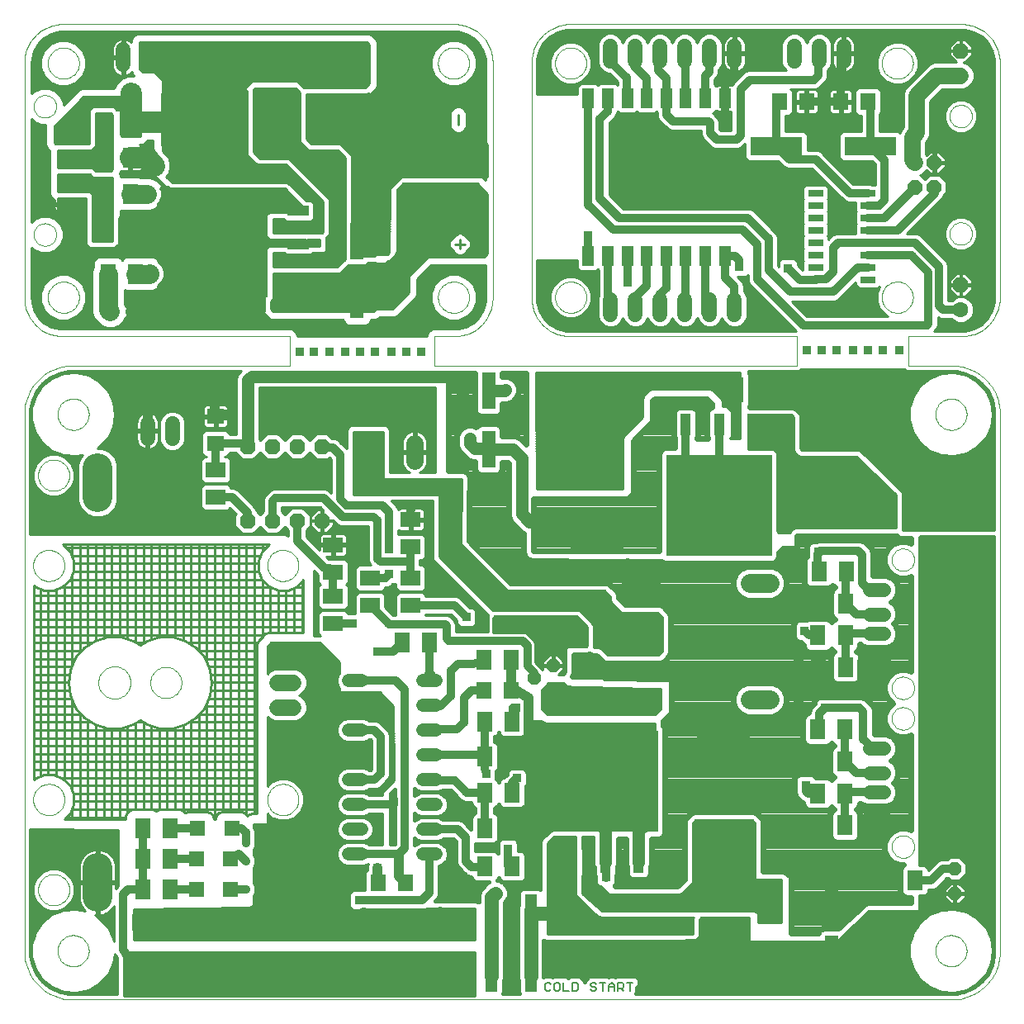
<source format=gtl>
G75*
G70*
%OFA0B0*%
%FSLAX24Y24*%
%IPPOS*%
%LPD*%
%AMOC8*
5,1,8,0,0,1.08239X$1,22.5*
%
%ADD10C,0.0004*%
%ADD11C,0.0000*%
%ADD12C,0.0060*%
%ADD13C,0.0100*%
%ADD14C,0.0660*%
%ADD15R,0.1260X0.0709*%
%ADD16C,0.0520*%
%ADD17R,0.0630X0.0787*%
%ADD18R,0.0630X0.0709*%
%ADD19R,0.4252X0.4098*%
%ADD20R,0.0420X0.0850*%
%ADD21R,0.1496X0.0551*%
%ADD22R,0.0551X0.1496*%
%ADD23R,0.2165X0.1516*%
%ADD24R,0.1024X0.0571*%
%ADD25C,0.0574*%
%ADD26C,0.1185*%
%ADD27OC8,0.0520*%
%ADD28R,0.0571X0.1024*%
%ADD29C,0.0780*%
%ADD30C,0.1890*%
%ADD31C,0.0600*%
%ADD32R,0.0591X0.0591*%
%ADD33R,0.0472X0.1260*%
%ADD34OC8,0.0630*%
%ADD35R,0.0787X0.0630*%
%ADD36R,0.0709X0.0630*%
%ADD37C,0.0705*%
%ADD38R,0.4098X0.4252*%
%ADD39R,0.0850X0.0420*%
%ADD40R,0.1516X0.2165*%
%ADD41R,0.0472X0.0787*%
%ADD42R,0.0600X0.0250*%
%ADD43OC8,0.0574*%
%ADD44R,0.2100X0.0760*%
%ADD45C,0.0630*%
%ADD46C,0.0320*%
%ADD47C,0.0500*%
%ADD48R,0.0356X0.0356*%
%ADD49C,0.0356*%
%ADD50C,0.1000*%
%ADD51C,0.0700*%
%ADD52C,0.0400*%
%ADD53C,0.0560*%
%ADD54C,0.0240*%
%ADD55C,0.0160*%
%ADD56C,0.0760*%
%ADD57C,0.0860*%
D10*
X003610Y005453D02*
X003610Y027107D01*
X003611Y027201D01*
X003616Y027295D01*
X003625Y027389D01*
X003639Y027482D01*
X003658Y027575D01*
X003681Y027666D01*
X003709Y027756D01*
X003741Y027845D01*
X003777Y027932D01*
X003817Y028017D01*
X003862Y028100D01*
X003910Y028181D01*
X003963Y028259D01*
X004019Y028335D01*
X004079Y028407D01*
X004142Y028477D01*
X004209Y028544D01*
X004279Y028607D01*
X004351Y028667D01*
X004427Y028723D01*
X004505Y028776D01*
X004586Y028824D01*
X004669Y028869D01*
X004754Y028909D01*
X004841Y028945D01*
X004930Y028977D01*
X005020Y029005D01*
X005111Y029028D01*
X005204Y029047D01*
X005297Y029061D01*
X005391Y029070D01*
X005485Y029075D01*
X005579Y029076D01*
X005579Y029075D02*
X014319Y029075D01*
X014319Y030256D01*
X005185Y030256D01*
X005107Y030257D01*
X005030Y030261D01*
X004952Y030269D01*
X004876Y030281D01*
X004800Y030297D01*
X004724Y030317D01*
X004650Y030340D01*
X004577Y030367D01*
X004506Y030398D01*
X004436Y030433D01*
X004368Y030470D01*
X004302Y030512D01*
X004239Y030556D01*
X004177Y030604D01*
X004118Y030654D01*
X004062Y030708D01*
X004008Y030764D01*
X003958Y030823D01*
X003910Y030885D01*
X003866Y030948D01*
X003824Y031014D01*
X003787Y031082D01*
X003752Y031152D01*
X003721Y031223D01*
X003694Y031296D01*
X003671Y031370D01*
X003651Y031446D01*
X003635Y031522D01*
X003623Y031598D01*
X003615Y031676D01*
X003611Y031753D01*
X003610Y031831D01*
X003610Y041280D01*
X003611Y041358D01*
X003615Y041435D01*
X003623Y041513D01*
X003635Y041589D01*
X003651Y041665D01*
X003671Y041741D01*
X003694Y041815D01*
X003721Y041888D01*
X003752Y041959D01*
X003787Y042029D01*
X003824Y042097D01*
X003866Y042163D01*
X003910Y042226D01*
X003958Y042288D01*
X004008Y042347D01*
X004062Y042403D01*
X004118Y042457D01*
X004177Y042507D01*
X004239Y042555D01*
X004302Y042599D01*
X004368Y042641D01*
X004436Y042678D01*
X004506Y042713D01*
X004577Y042744D01*
X004650Y042771D01*
X004724Y042794D01*
X004800Y042814D01*
X004876Y042830D01*
X004952Y042842D01*
X005030Y042850D01*
X005107Y042854D01*
X005185Y042855D01*
X020933Y042855D01*
X021011Y042854D01*
X021088Y042850D01*
X021166Y042842D01*
X021242Y042830D01*
X021318Y042814D01*
X021394Y042794D01*
X021468Y042771D01*
X021541Y042744D01*
X021612Y042713D01*
X021682Y042678D01*
X021750Y042641D01*
X021816Y042599D01*
X021879Y042555D01*
X021941Y042507D01*
X022000Y042457D01*
X022056Y042403D01*
X022110Y042347D01*
X022160Y042288D01*
X022208Y042226D01*
X022252Y042163D01*
X022294Y042097D01*
X022331Y042029D01*
X022366Y041959D01*
X022397Y041888D01*
X022424Y041815D01*
X022447Y041741D01*
X022467Y041665D01*
X022483Y041589D01*
X022495Y041513D01*
X022503Y041435D01*
X022507Y041358D01*
X022508Y041280D01*
X022508Y031831D01*
X022507Y031753D01*
X022503Y031676D01*
X022495Y031598D01*
X022483Y031522D01*
X022467Y031446D01*
X022447Y031370D01*
X022424Y031296D01*
X022397Y031223D01*
X022366Y031152D01*
X022331Y031082D01*
X022294Y031014D01*
X022252Y030948D01*
X022208Y030885D01*
X022160Y030823D01*
X022110Y030764D01*
X022056Y030708D01*
X022000Y030654D01*
X021941Y030604D01*
X021879Y030556D01*
X021816Y030512D01*
X021750Y030470D01*
X021682Y030433D01*
X021612Y030398D01*
X021541Y030367D01*
X021468Y030340D01*
X021394Y030317D01*
X021318Y030297D01*
X021242Y030281D01*
X021166Y030269D01*
X021088Y030261D01*
X021011Y030257D01*
X020933Y030256D01*
X020146Y030256D01*
X020146Y029075D01*
X034791Y029075D01*
X034791Y030256D01*
X025657Y030256D01*
X025579Y030257D01*
X025502Y030261D01*
X025424Y030269D01*
X025348Y030281D01*
X025272Y030297D01*
X025196Y030317D01*
X025122Y030340D01*
X025049Y030367D01*
X024978Y030398D01*
X024908Y030433D01*
X024840Y030470D01*
X024774Y030512D01*
X024711Y030556D01*
X024649Y030604D01*
X024590Y030654D01*
X024534Y030708D01*
X024480Y030764D01*
X024430Y030823D01*
X024382Y030885D01*
X024338Y030948D01*
X024296Y031014D01*
X024259Y031082D01*
X024224Y031152D01*
X024193Y031223D01*
X024166Y031296D01*
X024143Y031370D01*
X024123Y031446D01*
X024107Y031522D01*
X024095Y031598D01*
X024087Y031676D01*
X024083Y031753D01*
X024082Y031831D01*
X024083Y031831D02*
X024083Y041280D01*
X024082Y041280D02*
X024083Y041358D01*
X024087Y041435D01*
X024095Y041513D01*
X024107Y041589D01*
X024123Y041665D01*
X024143Y041741D01*
X024166Y041815D01*
X024193Y041888D01*
X024224Y041959D01*
X024259Y042029D01*
X024296Y042097D01*
X024338Y042163D01*
X024382Y042226D01*
X024430Y042288D01*
X024480Y042347D01*
X024534Y042403D01*
X024590Y042457D01*
X024649Y042507D01*
X024711Y042555D01*
X024774Y042599D01*
X024840Y042641D01*
X024908Y042678D01*
X024978Y042713D01*
X025049Y042744D01*
X025122Y042771D01*
X025196Y042794D01*
X025272Y042814D01*
X025348Y042830D01*
X025424Y042842D01*
X025502Y042850D01*
X025579Y042854D01*
X025657Y042855D01*
X041406Y042855D01*
X041484Y042854D01*
X041561Y042850D01*
X041639Y042842D01*
X041715Y042830D01*
X041791Y042814D01*
X041867Y042794D01*
X041941Y042771D01*
X042014Y042744D01*
X042085Y042713D01*
X042155Y042678D01*
X042223Y042641D01*
X042289Y042599D01*
X042352Y042555D01*
X042414Y042507D01*
X042473Y042457D01*
X042529Y042403D01*
X042583Y042347D01*
X042633Y042288D01*
X042681Y042226D01*
X042725Y042163D01*
X042767Y042097D01*
X042804Y042029D01*
X042839Y041959D01*
X042870Y041888D01*
X042897Y041815D01*
X042920Y041741D01*
X042940Y041665D01*
X042956Y041589D01*
X042968Y041513D01*
X042976Y041435D01*
X042980Y041358D01*
X042981Y041280D01*
X042980Y041280D02*
X042980Y031831D01*
X042981Y031831D02*
X042980Y031753D01*
X042976Y031676D01*
X042968Y031598D01*
X042956Y031522D01*
X042940Y031446D01*
X042920Y031370D01*
X042897Y031296D01*
X042870Y031223D01*
X042839Y031152D01*
X042804Y031082D01*
X042767Y031014D01*
X042725Y030948D01*
X042681Y030885D01*
X042633Y030823D01*
X042583Y030764D01*
X042529Y030708D01*
X042473Y030654D01*
X042414Y030604D01*
X042352Y030556D01*
X042289Y030512D01*
X042223Y030470D01*
X042155Y030433D01*
X042085Y030398D01*
X042014Y030367D01*
X041941Y030340D01*
X041867Y030317D01*
X041791Y030297D01*
X041715Y030281D01*
X041639Y030269D01*
X041561Y030261D01*
X041484Y030257D01*
X041406Y030256D01*
X039280Y030256D01*
X039280Y029075D01*
X041012Y029075D01*
X041012Y029076D02*
X041106Y029075D01*
X041200Y029070D01*
X041294Y029061D01*
X041387Y029047D01*
X041480Y029028D01*
X041571Y029005D01*
X041661Y028977D01*
X041750Y028945D01*
X041837Y028909D01*
X041922Y028869D01*
X042005Y028824D01*
X042086Y028776D01*
X042164Y028723D01*
X042240Y028667D01*
X042312Y028607D01*
X042382Y028544D01*
X042449Y028477D01*
X042512Y028407D01*
X042572Y028335D01*
X042628Y028259D01*
X042681Y028181D01*
X042729Y028100D01*
X042774Y028017D01*
X042814Y027932D01*
X042850Y027845D01*
X042882Y027756D01*
X042910Y027666D01*
X042933Y027575D01*
X042952Y027482D01*
X042966Y027389D01*
X042975Y027295D01*
X042980Y027201D01*
X042981Y027107D01*
X042980Y027107D02*
X042980Y005453D01*
X042981Y005453D02*
X042980Y005359D01*
X042975Y005265D01*
X042966Y005171D01*
X042952Y005078D01*
X042933Y004985D01*
X042910Y004894D01*
X042882Y004804D01*
X042850Y004715D01*
X042814Y004628D01*
X042774Y004543D01*
X042729Y004460D01*
X042681Y004379D01*
X042628Y004301D01*
X042572Y004225D01*
X042512Y004153D01*
X042449Y004083D01*
X042382Y004016D01*
X042312Y003953D01*
X042240Y003893D01*
X042164Y003837D01*
X042086Y003784D01*
X042005Y003736D01*
X041922Y003691D01*
X041837Y003651D01*
X041750Y003615D01*
X041661Y003583D01*
X041571Y003555D01*
X041480Y003532D01*
X041387Y003513D01*
X041294Y003499D01*
X041200Y003490D01*
X041106Y003485D01*
X041012Y003484D01*
X041012Y003485D02*
X005579Y003485D01*
X005579Y003484D02*
X005485Y003485D01*
X005391Y003490D01*
X005297Y003499D01*
X005204Y003513D01*
X005111Y003532D01*
X005020Y003555D01*
X004930Y003583D01*
X004841Y003615D01*
X004754Y003651D01*
X004669Y003691D01*
X004586Y003736D01*
X004505Y003784D01*
X004427Y003837D01*
X004351Y003893D01*
X004279Y003953D01*
X004209Y004016D01*
X004142Y004083D01*
X004079Y004153D01*
X004019Y004225D01*
X003963Y004301D01*
X003910Y004379D01*
X003862Y004460D01*
X003817Y004543D01*
X003777Y004628D01*
X003741Y004715D01*
X003709Y004804D01*
X003681Y004894D01*
X003658Y004985D01*
X003639Y005078D01*
X003625Y005171D01*
X003616Y005265D01*
X003611Y005359D01*
X003610Y005453D01*
D11*
X004949Y005453D02*
X004951Y005503D01*
X004957Y005553D01*
X004967Y005602D01*
X004981Y005650D01*
X004998Y005697D01*
X005019Y005742D01*
X005044Y005786D01*
X005072Y005827D01*
X005104Y005866D01*
X005138Y005903D01*
X005175Y005937D01*
X005215Y005967D01*
X005257Y005994D01*
X005301Y006018D01*
X005347Y006039D01*
X005394Y006055D01*
X005442Y006068D01*
X005492Y006077D01*
X005541Y006082D01*
X005592Y006083D01*
X005642Y006080D01*
X005691Y006073D01*
X005740Y006062D01*
X005788Y006047D01*
X005834Y006029D01*
X005879Y006007D01*
X005922Y005981D01*
X005963Y005952D01*
X006002Y005920D01*
X006038Y005885D01*
X006070Y005847D01*
X006100Y005807D01*
X006127Y005764D01*
X006150Y005720D01*
X006169Y005674D01*
X006185Y005626D01*
X006197Y005577D01*
X006205Y005528D01*
X006209Y005478D01*
X006209Y005428D01*
X006205Y005378D01*
X006197Y005329D01*
X006185Y005280D01*
X006169Y005232D01*
X006150Y005186D01*
X006127Y005142D01*
X006100Y005099D01*
X006070Y005059D01*
X006038Y005021D01*
X006002Y004986D01*
X005963Y004954D01*
X005922Y004925D01*
X005879Y004899D01*
X005834Y004877D01*
X005788Y004859D01*
X005740Y004844D01*
X005691Y004833D01*
X005642Y004826D01*
X005592Y004823D01*
X005541Y004824D01*
X005492Y004829D01*
X005442Y004838D01*
X005394Y004851D01*
X005347Y004867D01*
X005301Y004888D01*
X005257Y004912D01*
X005215Y004939D01*
X005175Y004969D01*
X005138Y005003D01*
X005104Y005040D01*
X005072Y005079D01*
X005044Y005120D01*
X005019Y005164D01*
X004998Y005209D01*
X004981Y005256D01*
X004967Y005304D01*
X004957Y005353D01*
X004951Y005403D01*
X004949Y005453D01*
X004161Y007914D02*
X004163Y007964D01*
X004169Y008014D01*
X004179Y008063D01*
X004193Y008111D01*
X004210Y008158D01*
X004231Y008203D01*
X004256Y008247D01*
X004284Y008288D01*
X004316Y008327D01*
X004350Y008364D01*
X004387Y008398D01*
X004427Y008428D01*
X004469Y008455D01*
X004513Y008479D01*
X004559Y008500D01*
X004606Y008516D01*
X004654Y008529D01*
X004704Y008538D01*
X004753Y008543D01*
X004804Y008544D01*
X004854Y008541D01*
X004903Y008534D01*
X004952Y008523D01*
X005000Y008508D01*
X005046Y008490D01*
X005091Y008468D01*
X005134Y008442D01*
X005175Y008413D01*
X005214Y008381D01*
X005250Y008346D01*
X005282Y008308D01*
X005312Y008268D01*
X005339Y008225D01*
X005362Y008181D01*
X005381Y008135D01*
X005397Y008087D01*
X005409Y008038D01*
X005417Y007989D01*
X005421Y007939D01*
X005421Y007889D01*
X005417Y007839D01*
X005409Y007790D01*
X005397Y007741D01*
X005381Y007693D01*
X005362Y007647D01*
X005339Y007603D01*
X005312Y007560D01*
X005282Y007520D01*
X005250Y007482D01*
X005214Y007447D01*
X005175Y007415D01*
X005134Y007386D01*
X005091Y007360D01*
X005046Y007338D01*
X005000Y007320D01*
X004952Y007305D01*
X004903Y007294D01*
X004854Y007287D01*
X004804Y007284D01*
X004753Y007285D01*
X004704Y007290D01*
X004654Y007299D01*
X004606Y007312D01*
X004559Y007328D01*
X004513Y007349D01*
X004469Y007373D01*
X004427Y007400D01*
X004387Y007430D01*
X004350Y007464D01*
X004316Y007501D01*
X004284Y007540D01*
X004256Y007581D01*
X004231Y007625D01*
X004210Y007670D01*
X004193Y007717D01*
X004179Y007765D01*
X004169Y007814D01*
X004163Y007864D01*
X004161Y007914D01*
X003964Y011555D02*
X003966Y011605D01*
X003972Y011655D01*
X003982Y011704D01*
X003996Y011752D01*
X004013Y011799D01*
X004034Y011844D01*
X004059Y011888D01*
X004087Y011929D01*
X004119Y011968D01*
X004153Y012005D01*
X004190Y012039D01*
X004230Y012069D01*
X004272Y012096D01*
X004316Y012120D01*
X004362Y012141D01*
X004409Y012157D01*
X004457Y012170D01*
X004507Y012179D01*
X004556Y012184D01*
X004607Y012185D01*
X004657Y012182D01*
X004706Y012175D01*
X004755Y012164D01*
X004803Y012149D01*
X004849Y012131D01*
X004894Y012109D01*
X004937Y012083D01*
X004978Y012054D01*
X005017Y012022D01*
X005053Y011987D01*
X005085Y011949D01*
X005115Y011909D01*
X005142Y011866D01*
X005165Y011822D01*
X005184Y011776D01*
X005200Y011728D01*
X005212Y011679D01*
X005220Y011630D01*
X005224Y011580D01*
X005224Y011530D01*
X005220Y011480D01*
X005212Y011431D01*
X005200Y011382D01*
X005184Y011334D01*
X005165Y011288D01*
X005142Y011244D01*
X005115Y011201D01*
X005085Y011161D01*
X005053Y011123D01*
X005017Y011088D01*
X004978Y011056D01*
X004937Y011027D01*
X004894Y011001D01*
X004849Y010979D01*
X004803Y010961D01*
X004755Y010946D01*
X004706Y010935D01*
X004657Y010928D01*
X004607Y010925D01*
X004556Y010926D01*
X004507Y010931D01*
X004457Y010940D01*
X004409Y010953D01*
X004362Y010969D01*
X004316Y010990D01*
X004272Y011014D01*
X004230Y011041D01*
X004190Y011071D01*
X004153Y011105D01*
X004119Y011142D01*
X004087Y011181D01*
X004059Y011222D01*
X004034Y011266D01*
X004013Y011311D01*
X003996Y011358D01*
X003982Y011406D01*
X003972Y011455D01*
X003966Y011505D01*
X003964Y011555D01*
X006592Y016280D02*
X006594Y016330D01*
X006600Y016380D01*
X006610Y016430D01*
X006623Y016478D01*
X006640Y016526D01*
X006661Y016572D01*
X006685Y016616D01*
X006713Y016658D01*
X006744Y016698D01*
X006778Y016735D01*
X006815Y016770D01*
X006854Y016801D01*
X006895Y016830D01*
X006939Y016855D01*
X006985Y016877D01*
X007032Y016895D01*
X007080Y016909D01*
X007129Y016920D01*
X007179Y016927D01*
X007229Y016930D01*
X007280Y016929D01*
X007330Y016924D01*
X007380Y016915D01*
X007428Y016903D01*
X007476Y016886D01*
X007522Y016866D01*
X007567Y016843D01*
X007610Y016816D01*
X007650Y016786D01*
X007688Y016753D01*
X007723Y016717D01*
X007756Y016678D01*
X007785Y016637D01*
X007811Y016594D01*
X007834Y016549D01*
X007853Y016502D01*
X007868Y016454D01*
X007880Y016405D01*
X007888Y016355D01*
X007892Y016305D01*
X007892Y016255D01*
X007888Y016205D01*
X007880Y016155D01*
X007868Y016106D01*
X007853Y016058D01*
X007834Y016011D01*
X007811Y015966D01*
X007785Y015923D01*
X007756Y015882D01*
X007723Y015843D01*
X007688Y015807D01*
X007650Y015774D01*
X007610Y015744D01*
X007567Y015717D01*
X007522Y015694D01*
X007476Y015674D01*
X007428Y015657D01*
X007380Y015645D01*
X007330Y015636D01*
X007280Y015631D01*
X007229Y015630D01*
X007179Y015633D01*
X007129Y015640D01*
X007080Y015651D01*
X007032Y015665D01*
X006985Y015683D01*
X006939Y015705D01*
X006895Y015730D01*
X006854Y015759D01*
X006815Y015790D01*
X006778Y015825D01*
X006744Y015862D01*
X006713Y015902D01*
X006685Y015944D01*
X006661Y015988D01*
X006640Y016034D01*
X006623Y016082D01*
X006610Y016130D01*
X006600Y016180D01*
X006594Y016230D01*
X006592Y016280D01*
X008689Y016280D02*
X008691Y016330D01*
X008697Y016380D01*
X008707Y016429D01*
X008721Y016477D01*
X008738Y016524D01*
X008759Y016569D01*
X008784Y016613D01*
X008812Y016654D01*
X008844Y016693D01*
X008878Y016730D01*
X008915Y016764D01*
X008955Y016794D01*
X008997Y016821D01*
X009041Y016845D01*
X009087Y016866D01*
X009134Y016882D01*
X009182Y016895D01*
X009232Y016904D01*
X009281Y016909D01*
X009332Y016910D01*
X009382Y016907D01*
X009431Y016900D01*
X009480Y016889D01*
X009528Y016874D01*
X009574Y016856D01*
X009619Y016834D01*
X009662Y016808D01*
X009703Y016779D01*
X009742Y016747D01*
X009778Y016712D01*
X009810Y016674D01*
X009840Y016634D01*
X009867Y016591D01*
X009890Y016547D01*
X009909Y016501D01*
X009925Y016453D01*
X009937Y016404D01*
X009945Y016355D01*
X009949Y016305D01*
X009949Y016255D01*
X009945Y016205D01*
X009937Y016156D01*
X009925Y016107D01*
X009909Y016059D01*
X009890Y016013D01*
X009867Y015969D01*
X009840Y015926D01*
X009810Y015886D01*
X009778Y015848D01*
X009742Y015813D01*
X009703Y015781D01*
X009662Y015752D01*
X009619Y015726D01*
X009574Y015704D01*
X009528Y015686D01*
X009480Y015671D01*
X009431Y015660D01*
X009382Y015653D01*
X009332Y015650D01*
X009281Y015651D01*
X009232Y015656D01*
X009182Y015665D01*
X009134Y015678D01*
X009087Y015694D01*
X009041Y015715D01*
X008997Y015739D01*
X008955Y015766D01*
X008915Y015796D01*
X008878Y015830D01*
X008844Y015867D01*
X008812Y015906D01*
X008784Y015947D01*
X008759Y015991D01*
X008738Y016036D01*
X008721Y016083D01*
X008707Y016131D01*
X008697Y016180D01*
X008691Y016230D01*
X008689Y016280D01*
X003964Y021004D02*
X003966Y021054D01*
X003972Y021104D01*
X003982Y021153D01*
X003996Y021201D01*
X004013Y021248D01*
X004034Y021293D01*
X004059Y021337D01*
X004087Y021378D01*
X004119Y021417D01*
X004153Y021454D01*
X004190Y021488D01*
X004230Y021518D01*
X004272Y021545D01*
X004316Y021569D01*
X004362Y021590D01*
X004409Y021606D01*
X004457Y021619D01*
X004507Y021628D01*
X004556Y021633D01*
X004607Y021634D01*
X004657Y021631D01*
X004706Y021624D01*
X004755Y021613D01*
X004803Y021598D01*
X004849Y021580D01*
X004894Y021558D01*
X004937Y021532D01*
X004978Y021503D01*
X005017Y021471D01*
X005053Y021436D01*
X005085Y021398D01*
X005115Y021358D01*
X005142Y021315D01*
X005165Y021271D01*
X005184Y021225D01*
X005200Y021177D01*
X005212Y021128D01*
X005220Y021079D01*
X005224Y021029D01*
X005224Y020979D01*
X005220Y020929D01*
X005212Y020880D01*
X005200Y020831D01*
X005184Y020783D01*
X005165Y020737D01*
X005142Y020693D01*
X005115Y020650D01*
X005085Y020610D01*
X005053Y020572D01*
X005017Y020537D01*
X004978Y020505D01*
X004937Y020476D01*
X004894Y020450D01*
X004849Y020428D01*
X004803Y020410D01*
X004755Y020395D01*
X004706Y020384D01*
X004657Y020377D01*
X004607Y020374D01*
X004556Y020375D01*
X004507Y020380D01*
X004457Y020389D01*
X004409Y020402D01*
X004362Y020418D01*
X004316Y020439D01*
X004272Y020463D01*
X004230Y020490D01*
X004190Y020520D01*
X004153Y020554D01*
X004119Y020591D01*
X004087Y020630D01*
X004059Y020671D01*
X004034Y020715D01*
X004013Y020760D01*
X003996Y020807D01*
X003982Y020855D01*
X003972Y020904D01*
X003966Y020954D01*
X003964Y021004D01*
X004161Y024646D02*
X004163Y024696D01*
X004169Y024746D01*
X004179Y024795D01*
X004193Y024843D01*
X004210Y024890D01*
X004231Y024935D01*
X004256Y024979D01*
X004284Y025020D01*
X004316Y025059D01*
X004350Y025096D01*
X004387Y025130D01*
X004427Y025160D01*
X004469Y025187D01*
X004513Y025211D01*
X004559Y025232D01*
X004606Y025248D01*
X004654Y025261D01*
X004704Y025270D01*
X004753Y025275D01*
X004804Y025276D01*
X004854Y025273D01*
X004903Y025266D01*
X004952Y025255D01*
X005000Y025240D01*
X005046Y025222D01*
X005091Y025200D01*
X005134Y025174D01*
X005175Y025145D01*
X005214Y025113D01*
X005250Y025078D01*
X005282Y025040D01*
X005312Y025000D01*
X005339Y024957D01*
X005362Y024913D01*
X005381Y024867D01*
X005397Y024819D01*
X005409Y024770D01*
X005417Y024721D01*
X005421Y024671D01*
X005421Y024621D01*
X005417Y024571D01*
X005409Y024522D01*
X005397Y024473D01*
X005381Y024425D01*
X005362Y024379D01*
X005339Y024335D01*
X005312Y024292D01*
X005282Y024252D01*
X005250Y024214D01*
X005214Y024179D01*
X005175Y024147D01*
X005134Y024118D01*
X005091Y024092D01*
X005046Y024070D01*
X005000Y024052D01*
X004952Y024037D01*
X004903Y024026D01*
X004854Y024019D01*
X004804Y024016D01*
X004753Y024017D01*
X004704Y024022D01*
X004654Y024031D01*
X004606Y024044D01*
X004559Y024060D01*
X004513Y024081D01*
X004469Y024105D01*
X004427Y024132D01*
X004387Y024162D01*
X004350Y024196D01*
X004316Y024233D01*
X004284Y024272D01*
X004256Y024313D01*
X004231Y024357D01*
X004210Y024402D01*
X004193Y024449D01*
X004179Y024497D01*
X004169Y024546D01*
X004163Y024596D01*
X004161Y024646D01*
X004949Y027107D02*
X004951Y027157D01*
X004957Y027207D01*
X004967Y027256D01*
X004981Y027304D01*
X004998Y027351D01*
X005019Y027396D01*
X005044Y027440D01*
X005072Y027481D01*
X005104Y027520D01*
X005138Y027557D01*
X005175Y027591D01*
X005215Y027621D01*
X005257Y027648D01*
X005301Y027672D01*
X005347Y027693D01*
X005394Y027709D01*
X005442Y027722D01*
X005492Y027731D01*
X005541Y027736D01*
X005592Y027737D01*
X005642Y027734D01*
X005691Y027727D01*
X005740Y027716D01*
X005788Y027701D01*
X005834Y027683D01*
X005879Y027661D01*
X005922Y027635D01*
X005963Y027606D01*
X006002Y027574D01*
X006038Y027539D01*
X006070Y027501D01*
X006100Y027461D01*
X006127Y027418D01*
X006150Y027374D01*
X006169Y027328D01*
X006185Y027280D01*
X006197Y027231D01*
X006205Y027182D01*
X006209Y027132D01*
X006209Y027082D01*
X006205Y027032D01*
X006197Y026983D01*
X006185Y026934D01*
X006169Y026886D01*
X006150Y026840D01*
X006127Y026796D01*
X006100Y026753D01*
X006070Y026713D01*
X006038Y026675D01*
X006002Y026640D01*
X005963Y026608D01*
X005922Y026579D01*
X005879Y026553D01*
X005834Y026531D01*
X005788Y026513D01*
X005740Y026498D01*
X005691Y026487D01*
X005642Y026480D01*
X005592Y026477D01*
X005541Y026478D01*
X005492Y026483D01*
X005442Y026492D01*
X005394Y026505D01*
X005347Y026521D01*
X005301Y026542D01*
X005257Y026566D01*
X005215Y026593D01*
X005175Y026623D01*
X005138Y026657D01*
X005104Y026694D01*
X005072Y026733D01*
X005044Y026774D01*
X005019Y026818D01*
X004998Y026863D01*
X004981Y026910D01*
X004967Y026958D01*
X004957Y027007D01*
X004951Y027057D01*
X004949Y027107D01*
X004555Y031831D02*
X004557Y031881D01*
X004563Y031931D01*
X004573Y031980D01*
X004587Y032028D01*
X004604Y032075D01*
X004625Y032120D01*
X004650Y032164D01*
X004678Y032205D01*
X004710Y032244D01*
X004744Y032281D01*
X004781Y032315D01*
X004821Y032345D01*
X004863Y032372D01*
X004907Y032396D01*
X004953Y032417D01*
X005000Y032433D01*
X005048Y032446D01*
X005098Y032455D01*
X005147Y032460D01*
X005198Y032461D01*
X005248Y032458D01*
X005297Y032451D01*
X005346Y032440D01*
X005394Y032425D01*
X005440Y032407D01*
X005485Y032385D01*
X005528Y032359D01*
X005569Y032330D01*
X005608Y032298D01*
X005644Y032263D01*
X005676Y032225D01*
X005706Y032185D01*
X005733Y032142D01*
X005756Y032098D01*
X005775Y032052D01*
X005791Y032004D01*
X005803Y031955D01*
X005811Y031906D01*
X005815Y031856D01*
X005815Y031806D01*
X005811Y031756D01*
X005803Y031707D01*
X005791Y031658D01*
X005775Y031610D01*
X005756Y031564D01*
X005733Y031520D01*
X005706Y031477D01*
X005676Y031437D01*
X005644Y031399D01*
X005608Y031364D01*
X005569Y031332D01*
X005528Y031303D01*
X005485Y031277D01*
X005440Y031255D01*
X005394Y031237D01*
X005346Y031222D01*
X005297Y031211D01*
X005248Y031204D01*
X005198Y031201D01*
X005147Y031202D01*
X005098Y031207D01*
X005048Y031216D01*
X005000Y031229D01*
X004953Y031245D01*
X004907Y031266D01*
X004863Y031290D01*
X004821Y031317D01*
X004781Y031347D01*
X004744Y031381D01*
X004710Y031418D01*
X004678Y031457D01*
X004650Y031498D01*
X004625Y031542D01*
X004604Y031587D01*
X004587Y031634D01*
X004573Y031682D01*
X004563Y031731D01*
X004557Y031781D01*
X004555Y031831D01*
X003984Y034362D02*
X003986Y034404D01*
X003992Y034446D01*
X004002Y034488D01*
X004015Y034528D01*
X004033Y034567D01*
X004054Y034604D01*
X004078Y034638D01*
X004106Y034671D01*
X004136Y034701D01*
X004169Y034727D01*
X004204Y034751D01*
X004242Y034771D01*
X004281Y034787D01*
X004321Y034800D01*
X004363Y034809D01*
X004405Y034814D01*
X004448Y034815D01*
X004490Y034812D01*
X004532Y034805D01*
X004573Y034794D01*
X004613Y034779D01*
X004651Y034761D01*
X004688Y034739D01*
X004722Y034714D01*
X004754Y034686D01*
X004782Y034655D01*
X004808Y034621D01*
X004831Y034585D01*
X004850Y034548D01*
X004866Y034508D01*
X004878Y034467D01*
X004886Y034426D01*
X004890Y034383D01*
X004890Y034341D01*
X004886Y034298D01*
X004878Y034257D01*
X004866Y034216D01*
X004850Y034176D01*
X004831Y034139D01*
X004808Y034103D01*
X004782Y034069D01*
X004754Y034038D01*
X004722Y034010D01*
X004688Y033985D01*
X004651Y033963D01*
X004613Y033945D01*
X004573Y033930D01*
X004532Y033919D01*
X004490Y033912D01*
X004448Y033909D01*
X004405Y033910D01*
X004363Y033915D01*
X004321Y033924D01*
X004281Y033937D01*
X004242Y033953D01*
X004204Y033973D01*
X004169Y033997D01*
X004136Y034023D01*
X004106Y034053D01*
X004078Y034086D01*
X004054Y034120D01*
X004033Y034157D01*
X004015Y034196D01*
X004002Y034236D01*
X003992Y034278D01*
X003986Y034320D01*
X003984Y034362D01*
X003984Y039536D02*
X003986Y039578D01*
X003992Y039620D01*
X004002Y039662D01*
X004015Y039702D01*
X004033Y039741D01*
X004054Y039778D01*
X004078Y039812D01*
X004106Y039845D01*
X004136Y039875D01*
X004169Y039901D01*
X004204Y039925D01*
X004242Y039945D01*
X004281Y039961D01*
X004321Y039974D01*
X004363Y039983D01*
X004405Y039988D01*
X004448Y039989D01*
X004490Y039986D01*
X004532Y039979D01*
X004573Y039968D01*
X004613Y039953D01*
X004651Y039935D01*
X004688Y039913D01*
X004722Y039888D01*
X004754Y039860D01*
X004782Y039829D01*
X004808Y039795D01*
X004831Y039759D01*
X004850Y039722D01*
X004866Y039682D01*
X004878Y039641D01*
X004886Y039600D01*
X004890Y039557D01*
X004890Y039515D01*
X004886Y039472D01*
X004878Y039431D01*
X004866Y039390D01*
X004850Y039350D01*
X004831Y039313D01*
X004808Y039277D01*
X004782Y039243D01*
X004754Y039212D01*
X004722Y039184D01*
X004688Y039159D01*
X004651Y039137D01*
X004613Y039119D01*
X004573Y039104D01*
X004532Y039093D01*
X004490Y039086D01*
X004448Y039083D01*
X004405Y039084D01*
X004363Y039089D01*
X004321Y039098D01*
X004281Y039111D01*
X004242Y039127D01*
X004204Y039147D01*
X004169Y039171D01*
X004136Y039197D01*
X004106Y039227D01*
X004078Y039260D01*
X004054Y039294D01*
X004033Y039331D01*
X004015Y039370D01*
X004002Y039410D01*
X003992Y039452D01*
X003986Y039494D01*
X003984Y039536D01*
X004555Y041280D02*
X004557Y041330D01*
X004563Y041380D01*
X004573Y041429D01*
X004587Y041477D01*
X004604Y041524D01*
X004625Y041569D01*
X004650Y041613D01*
X004678Y041654D01*
X004710Y041693D01*
X004744Y041730D01*
X004781Y041764D01*
X004821Y041794D01*
X004863Y041821D01*
X004907Y041845D01*
X004953Y041866D01*
X005000Y041882D01*
X005048Y041895D01*
X005098Y041904D01*
X005147Y041909D01*
X005198Y041910D01*
X005248Y041907D01*
X005297Y041900D01*
X005346Y041889D01*
X005394Y041874D01*
X005440Y041856D01*
X005485Y041834D01*
X005528Y041808D01*
X005569Y041779D01*
X005608Y041747D01*
X005644Y041712D01*
X005676Y041674D01*
X005706Y041634D01*
X005733Y041591D01*
X005756Y041547D01*
X005775Y041501D01*
X005791Y041453D01*
X005803Y041404D01*
X005811Y041355D01*
X005815Y041305D01*
X005815Y041255D01*
X005811Y041205D01*
X005803Y041156D01*
X005791Y041107D01*
X005775Y041059D01*
X005756Y041013D01*
X005733Y040969D01*
X005706Y040926D01*
X005676Y040886D01*
X005644Y040848D01*
X005608Y040813D01*
X005569Y040781D01*
X005528Y040752D01*
X005485Y040726D01*
X005440Y040704D01*
X005394Y040686D01*
X005346Y040671D01*
X005297Y040660D01*
X005248Y040653D01*
X005198Y040650D01*
X005147Y040651D01*
X005098Y040656D01*
X005048Y040665D01*
X005000Y040678D01*
X004953Y040694D01*
X004907Y040715D01*
X004863Y040739D01*
X004821Y040766D01*
X004781Y040796D01*
X004744Y040830D01*
X004710Y040867D01*
X004678Y040906D01*
X004650Y040947D01*
X004625Y040991D01*
X004604Y041036D01*
X004587Y041083D01*
X004573Y041131D01*
X004563Y041180D01*
X004557Y041230D01*
X004555Y041280D01*
X020303Y041280D02*
X020305Y041330D01*
X020311Y041380D01*
X020321Y041429D01*
X020335Y041477D01*
X020352Y041524D01*
X020373Y041569D01*
X020398Y041613D01*
X020426Y041654D01*
X020458Y041693D01*
X020492Y041730D01*
X020529Y041764D01*
X020569Y041794D01*
X020611Y041821D01*
X020655Y041845D01*
X020701Y041866D01*
X020748Y041882D01*
X020796Y041895D01*
X020846Y041904D01*
X020895Y041909D01*
X020946Y041910D01*
X020996Y041907D01*
X021045Y041900D01*
X021094Y041889D01*
X021142Y041874D01*
X021188Y041856D01*
X021233Y041834D01*
X021276Y041808D01*
X021317Y041779D01*
X021356Y041747D01*
X021392Y041712D01*
X021424Y041674D01*
X021454Y041634D01*
X021481Y041591D01*
X021504Y041547D01*
X021523Y041501D01*
X021539Y041453D01*
X021551Y041404D01*
X021559Y041355D01*
X021563Y041305D01*
X021563Y041255D01*
X021559Y041205D01*
X021551Y041156D01*
X021539Y041107D01*
X021523Y041059D01*
X021504Y041013D01*
X021481Y040969D01*
X021454Y040926D01*
X021424Y040886D01*
X021392Y040848D01*
X021356Y040813D01*
X021317Y040781D01*
X021276Y040752D01*
X021233Y040726D01*
X021188Y040704D01*
X021142Y040686D01*
X021094Y040671D01*
X021045Y040660D01*
X020996Y040653D01*
X020946Y040650D01*
X020895Y040651D01*
X020846Y040656D01*
X020796Y040665D01*
X020748Y040678D01*
X020701Y040694D01*
X020655Y040715D01*
X020611Y040739D01*
X020569Y040766D01*
X020529Y040796D01*
X020492Y040830D01*
X020458Y040867D01*
X020426Y040906D01*
X020398Y040947D01*
X020373Y040991D01*
X020352Y041036D01*
X020335Y041083D01*
X020321Y041131D01*
X020311Y041180D01*
X020305Y041230D01*
X020303Y041280D01*
X025027Y041280D02*
X025029Y041330D01*
X025035Y041380D01*
X025045Y041429D01*
X025059Y041477D01*
X025076Y041524D01*
X025097Y041569D01*
X025122Y041613D01*
X025150Y041654D01*
X025182Y041693D01*
X025216Y041730D01*
X025253Y041764D01*
X025293Y041794D01*
X025335Y041821D01*
X025379Y041845D01*
X025425Y041866D01*
X025472Y041882D01*
X025520Y041895D01*
X025570Y041904D01*
X025619Y041909D01*
X025670Y041910D01*
X025720Y041907D01*
X025769Y041900D01*
X025818Y041889D01*
X025866Y041874D01*
X025912Y041856D01*
X025957Y041834D01*
X026000Y041808D01*
X026041Y041779D01*
X026080Y041747D01*
X026116Y041712D01*
X026148Y041674D01*
X026178Y041634D01*
X026205Y041591D01*
X026228Y041547D01*
X026247Y041501D01*
X026263Y041453D01*
X026275Y041404D01*
X026283Y041355D01*
X026287Y041305D01*
X026287Y041255D01*
X026283Y041205D01*
X026275Y041156D01*
X026263Y041107D01*
X026247Y041059D01*
X026228Y041013D01*
X026205Y040969D01*
X026178Y040926D01*
X026148Y040886D01*
X026116Y040848D01*
X026080Y040813D01*
X026041Y040781D01*
X026000Y040752D01*
X025957Y040726D01*
X025912Y040704D01*
X025866Y040686D01*
X025818Y040671D01*
X025769Y040660D01*
X025720Y040653D01*
X025670Y040650D01*
X025619Y040651D01*
X025570Y040656D01*
X025520Y040665D01*
X025472Y040678D01*
X025425Y040694D01*
X025379Y040715D01*
X025335Y040739D01*
X025293Y040766D01*
X025253Y040796D01*
X025216Y040830D01*
X025182Y040867D01*
X025150Y040906D01*
X025122Y040947D01*
X025097Y040991D01*
X025076Y041036D01*
X025059Y041083D01*
X025045Y041131D01*
X025035Y041180D01*
X025029Y041230D01*
X025027Y041280D01*
X025027Y031831D02*
X025029Y031881D01*
X025035Y031931D01*
X025045Y031980D01*
X025059Y032028D01*
X025076Y032075D01*
X025097Y032120D01*
X025122Y032164D01*
X025150Y032205D01*
X025182Y032244D01*
X025216Y032281D01*
X025253Y032315D01*
X025293Y032345D01*
X025335Y032372D01*
X025379Y032396D01*
X025425Y032417D01*
X025472Y032433D01*
X025520Y032446D01*
X025570Y032455D01*
X025619Y032460D01*
X025670Y032461D01*
X025720Y032458D01*
X025769Y032451D01*
X025818Y032440D01*
X025866Y032425D01*
X025912Y032407D01*
X025957Y032385D01*
X026000Y032359D01*
X026041Y032330D01*
X026080Y032298D01*
X026116Y032263D01*
X026148Y032225D01*
X026178Y032185D01*
X026205Y032142D01*
X026228Y032098D01*
X026247Y032052D01*
X026263Y032004D01*
X026275Y031955D01*
X026283Y031906D01*
X026287Y031856D01*
X026287Y031806D01*
X026283Y031756D01*
X026275Y031707D01*
X026263Y031658D01*
X026247Y031610D01*
X026228Y031564D01*
X026205Y031520D01*
X026178Y031477D01*
X026148Y031437D01*
X026116Y031399D01*
X026080Y031364D01*
X026041Y031332D01*
X026000Y031303D01*
X025957Y031277D01*
X025912Y031255D01*
X025866Y031237D01*
X025818Y031222D01*
X025769Y031211D01*
X025720Y031204D01*
X025670Y031201D01*
X025619Y031202D01*
X025570Y031207D01*
X025520Y031216D01*
X025472Y031229D01*
X025425Y031245D01*
X025379Y031266D01*
X025335Y031290D01*
X025293Y031317D01*
X025253Y031347D01*
X025216Y031381D01*
X025182Y031418D01*
X025150Y031457D01*
X025122Y031498D01*
X025097Y031542D01*
X025076Y031587D01*
X025059Y031634D01*
X025045Y031682D01*
X025035Y031731D01*
X025029Y031781D01*
X025027Y031831D01*
X020303Y031831D02*
X020305Y031881D01*
X020311Y031931D01*
X020321Y031980D01*
X020335Y032028D01*
X020352Y032075D01*
X020373Y032120D01*
X020398Y032164D01*
X020426Y032205D01*
X020458Y032244D01*
X020492Y032281D01*
X020529Y032315D01*
X020569Y032345D01*
X020611Y032372D01*
X020655Y032396D01*
X020701Y032417D01*
X020748Y032433D01*
X020796Y032446D01*
X020846Y032455D01*
X020895Y032460D01*
X020946Y032461D01*
X020996Y032458D01*
X021045Y032451D01*
X021094Y032440D01*
X021142Y032425D01*
X021188Y032407D01*
X021233Y032385D01*
X021276Y032359D01*
X021317Y032330D01*
X021356Y032298D01*
X021392Y032263D01*
X021424Y032225D01*
X021454Y032185D01*
X021481Y032142D01*
X021504Y032098D01*
X021523Y032052D01*
X021539Y032004D01*
X021551Y031955D01*
X021559Y031906D01*
X021563Y031856D01*
X021563Y031806D01*
X021559Y031756D01*
X021551Y031707D01*
X021539Y031658D01*
X021523Y031610D01*
X021504Y031564D01*
X021481Y031520D01*
X021454Y031477D01*
X021424Y031437D01*
X021392Y031399D01*
X021356Y031364D01*
X021317Y031332D01*
X021276Y031303D01*
X021233Y031277D01*
X021188Y031255D01*
X021142Y031237D01*
X021094Y031222D01*
X021045Y031211D01*
X020996Y031204D01*
X020946Y031201D01*
X020895Y031202D01*
X020846Y031207D01*
X020796Y031216D01*
X020748Y031229D01*
X020701Y031245D01*
X020655Y031266D01*
X020611Y031290D01*
X020569Y031317D01*
X020529Y031347D01*
X020492Y031381D01*
X020458Y031418D01*
X020426Y031457D01*
X020398Y031498D01*
X020373Y031542D01*
X020352Y031587D01*
X020335Y031634D01*
X020321Y031682D01*
X020311Y031731D01*
X020305Y031781D01*
X020303Y031831D01*
X013413Y021004D02*
X013415Y021054D01*
X013421Y021104D01*
X013431Y021153D01*
X013445Y021201D01*
X013462Y021248D01*
X013483Y021293D01*
X013508Y021337D01*
X013536Y021378D01*
X013568Y021417D01*
X013602Y021454D01*
X013639Y021488D01*
X013679Y021518D01*
X013721Y021545D01*
X013765Y021569D01*
X013811Y021590D01*
X013858Y021606D01*
X013906Y021619D01*
X013956Y021628D01*
X014005Y021633D01*
X014056Y021634D01*
X014106Y021631D01*
X014155Y021624D01*
X014204Y021613D01*
X014252Y021598D01*
X014298Y021580D01*
X014343Y021558D01*
X014386Y021532D01*
X014427Y021503D01*
X014466Y021471D01*
X014502Y021436D01*
X014534Y021398D01*
X014564Y021358D01*
X014591Y021315D01*
X014614Y021271D01*
X014633Y021225D01*
X014649Y021177D01*
X014661Y021128D01*
X014669Y021079D01*
X014673Y021029D01*
X014673Y020979D01*
X014669Y020929D01*
X014661Y020880D01*
X014649Y020831D01*
X014633Y020783D01*
X014614Y020737D01*
X014591Y020693D01*
X014564Y020650D01*
X014534Y020610D01*
X014502Y020572D01*
X014466Y020537D01*
X014427Y020505D01*
X014386Y020476D01*
X014343Y020450D01*
X014298Y020428D01*
X014252Y020410D01*
X014204Y020395D01*
X014155Y020384D01*
X014106Y020377D01*
X014056Y020374D01*
X014005Y020375D01*
X013956Y020380D01*
X013906Y020389D01*
X013858Y020402D01*
X013811Y020418D01*
X013765Y020439D01*
X013721Y020463D01*
X013679Y020490D01*
X013639Y020520D01*
X013602Y020554D01*
X013568Y020591D01*
X013536Y020630D01*
X013508Y020671D01*
X013483Y020715D01*
X013462Y020760D01*
X013445Y020807D01*
X013431Y020855D01*
X013421Y020904D01*
X013415Y020954D01*
X013413Y021004D01*
X013413Y011555D02*
X013415Y011605D01*
X013421Y011655D01*
X013431Y011704D01*
X013445Y011752D01*
X013462Y011799D01*
X013483Y011844D01*
X013508Y011888D01*
X013536Y011929D01*
X013568Y011968D01*
X013602Y012005D01*
X013639Y012039D01*
X013679Y012069D01*
X013721Y012096D01*
X013765Y012120D01*
X013811Y012141D01*
X013858Y012157D01*
X013906Y012170D01*
X013956Y012179D01*
X014005Y012184D01*
X014056Y012185D01*
X014106Y012182D01*
X014155Y012175D01*
X014204Y012164D01*
X014252Y012149D01*
X014298Y012131D01*
X014343Y012109D01*
X014386Y012083D01*
X014427Y012054D01*
X014466Y012022D01*
X014502Y011987D01*
X014534Y011949D01*
X014564Y011909D01*
X014591Y011866D01*
X014614Y011822D01*
X014633Y011776D01*
X014649Y011728D01*
X014661Y011679D01*
X014669Y011630D01*
X014673Y011580D01*
X014673Y011530D01*
X014669Y011480D01*
X014661Y011431D01*
X014649Y011382D01*
X014633Y011334D01*
X014614Y011288D01*
X014591Y011244D01*
X014564Y011201D01*
X014534Y011161D01*
X014502Y011123D01*
X014466Y011088D01*
X014427Y011056D01*
X014386Y011027D01*
X014343Y011001D01*
X014298Y010979D01*
X014252Y010961D01*
X014204Y010946D01*
X014155Y010935D01*
X014106Y010928D01*
X014056Y010925D01*
X014005Y010926D01*
X013956Y010931D01*
X013906Y010940D01*
X013858Y010953D01*
X013811Y010969D01*
X013765Y010990D01*
X013721Y011014D01*
X013679Y011041D01*
X013639Y011071D01*
X013602Y011105D01*
X013568Y011142D01*
X013536Y011181D01*
X013508Y011222D01*
X013483Y011266D01*
X013462Y011311D01*
X013445Y011358D01*
X013431Y011406D01*
X013421Y011455D01*
X013415Y011505D01*
X013413Y011555D01*
X038620Y009657D02*
X038622Y009699D01*
X038628Y009741D01*
X038638Y009783D01*
X038651Y009823D01*
X038669Y009862D01*
X038690Y009899D01*
X038714Y009933D01*
X038742Y009966D01*
X038772Y009996D01*
X038805Y010022D01*
X038840Y010046D01*
X038878Y010066D01*
X038917Y010082D01*
X038957Y010095D01*
X038999Y010104D01*
X039041Y010109D01*
X039084Y010110D01*
X039126Y010107D01*
X039168Y010100D01*
X039209Y010089D01*
X039249Y010074D01*
X039287Y010056D01*
X039324Y010034D01*
X039358Y010009D01*
X039390Y009981D01*
X039418Y009950D01*
X039444Y009916D01*
X039467Y009880D01*
X039486Y009843D01*
X039502Y009803D01*
X039514Y009762D01*
X039522Y009721D01*
X039526Y009678D01*
X039526Y009636D01*
X039522Y009593D01*
X039514Y009552D01*
X039502Y009511D01*
X039486Y009471D01*
X039467Y009434D01*
X039444Y009398D01*
X039418Y009364D01*
X039390Y009333D01*
X039358Y009305D01*
X039324Y009280D01*
X039287Y009258D01*
X039249Y009240D01*
X039209Y009225D01*
X039168Y009214D01*
X039126Y009207D01*
X039084Y009204D01*
X039041Y009205D01*
X038999Y009210D01*
X038957Y009219D01*
X038917Y009232D01*
X038878Y009248D01*
X038840Y009268D01*
X038805Y009292D01*
X038772Y009318D01*
X038742Y009348D01*
X038714Y009381D01*
X038690Y009415D01*
X038669Y009452D01*
X038651Y009491D01*
X038638Y009531D01*
X038628Y009573D01*
X038622Y009615D01*
X038620Y009657D01*
X040382Y005453D02*
X040384Y005503D01*
X040390Y005553D01*
X040400Y005602D01*
X040414Y005650D01*
X040431Y005697D01*
X040452Y005742D01*
X040477Y005786D01*
X040505Y005827D01*
X040537Y005866D01*
X040571Y005903D01*
X040608Y005937D01*
X040648Y005967D01*
X040690Y005994D01*
X040734Y006018D01*
X040780Y006039D01*
X040827Y006055D01*
X040875Y006068D01*
X040925Y006077D01*
X040974Y006082D01*
X041025Y006083D01*
X041075Y006080D01*
X041124Y006073D01*
X041173Y006062D01*
X041221Y006047D01*
X041267Y006029D01*
X041312Y006007D01*
X041355Y005981D01*
X041396Y005952D01*
X041435Y005920D01*
X041471Y005885D01*
X041503Y005847D01*
X041533Y005807D01*
X041560Y005764D01*
X041583Y005720D01*
X041602Y005674D01*
X041618Y005626D01*
X041630Y005577D01*
X041638Y005528D01*
X041642Y005478D01*
X041642Y005428D01*
X041638Y005378D01*
X041630Y005329D01*
X041618Y005280D01*
X041602Y005232D01*
X041583Y005186D01*
X041560Y005142D01*
X041533Y005099D01*
X041503Y005059D01*
X041471Y005021D01*
X041435Y004986D01*
X041396Y004954D01*
X041355Y004925D01*
X041312Y004899D01*
X041267Y004877D01*
X041221Y004859D01*
X041173Y004844D01*
X041124Y004833D01*
X041075Y004826D01*
X041025Y004823D01*
X040974Y004824D01*
X040925Y004829D01*
X040875Y004838D01*
X040827Y004851D01*
X040780Y004867D01*
X040734Y004888D01*
X040690Y004912D01*
X040648Y004939D01*
X040608Y004969D01*
X040571Y005003D01*
X040537Y005040D01*
X040505Y005079D01*
X040477Y005120D01*
X040452Y005164D01*
X040431Y005209D01*
X040414Y005256D01*
X040400Y005304D01*
X040390Y005353D01*
X040384Y005403D01*
X040382Y005453D01*
X038620Y014830D02*
X038622Y014872D01*
X038628Y014914D01*
X038638Y014956D01*
X038651Y014996D01*
X038669Y015035D01*
X038690Y015072D01*
X038714Y015106D01*
X038742Y015139D01*
X038772Y015169D01*
X038805Y015195D01*
X038840Y015219D01*
X038878Y015239D01*
X038917Y015255D01*
X038957Y015268D01*
X038999Y015277D01*
X039041Y015282D01*
X039084Y015283D01*
X039126Y015280D01*
X039168Y015273D01*
X039209Y015262D01*
X039249Y015247D01*
X039287Y015229D01*
X039324Y015207D01*
X039358Y015182D01*
X039390Y015154D01*
X039418Y015123D01*
X039444Y015089D01*
X039467Y015053D01*
X039486Y015016D01*
X039502Y014976D01*
X039514Y014935D01*
X039522Y014894D01*
X039526Y014851D01*
X039526Y014809D01*
X039522Y014766D01*
X039514Y014725D01*
X039502Y014684D01*
X039486Y014644D01*
X039467Y014607D01*
X039444Y014571D01*
X039418Y014537D01*
X039390Y014506D01*
X039358Y014478D01*
X039324Y014453D01*
X039287Y014431D01*
X039249Y014413D01*
X039209Y014398D01*
X039168Y014387D01*
X039126Y014380D01*
X039084Y014377D01*
X039041Y014378D01*
X038999Y014383D01*
X038957Y014392D01*
X038917Y014405D01*
X038878Y014421D01*
X038840Y014441D01*
X038805Y014465D01*
X038772Y014491D01*
X038742Y014521D01*
X038714Y014554D01*
X038690Y014588D01*
X038669Y014625D01*
X038651Y014664D01*
X038638Y014704D01*
X038628Y014746D01*
X038622Y014788D01*
X038620Y014830D01*
X038620Y016063D02*
X038622Y016105D01*
X038628Y016147D01*
X038638Y016189D01*
X038651Y016229D01*
X038669Y016268D01*
X038690Y016305D01*
X038714Y016339D01*
X038742Y016372D01*
X038772Y016402D01*
X038805Y016428D01*
X038840Y016452D01*
X038878Y016472D01*
X038917Y016488D01*
X038957Y016501D01*
X038999Y016510D01*
X039041Y016515D01*
X039084Y016516D01*
X039126Y016513D01*
X039168Y016506D01*
X039209Y016495D01*
X039249Y016480D01*
X039287Y016462D01*
X039324Y016440D01*
X039358Y016415D01*
X039390Y016387D01*
X039418Y016356D01*
X039444Y016322D01*
X039467Y016286D01*
X039486Y016249D01*
X039502Y016209D01*
X039514Y016168D01*
X039522Y016127D01*
X039526Y016084D01*
X039526Y016042D01*
X039522Y015999D01*
X039514Y015958D01*
X039502Y015917D01*
X039486Y015877D01*
X039467Y015840D01*
X039444Y015804D01*
X039418Y015770D01*
X039390Y015739D01*
X039358Y015711D01*
X039324Y015686D01*
X039287Y015664D01*
X039249Y015646D01*
X039209Y015631D01*
X039168Y015620D01*
X039126Y015613D01*
X039084Y015610D01*
X039041Y015611D01*
X038999Y015616D01*
X038957Y015625D01*
X038917Y015638D01*
X038878Y015654D01*
X038840Y015674D01*
X038805Y015698D01*
X038772Y015724D01*
X038742Y015754D01*
X038714Y015787D01*
X038690Y015821D01*
X038669Y015858D01*
X038651Y015897D01*
X038638Y015937D01*
X038628Y015979D01*
X038622Y016021D01*
X038620Y016063D01*
X038620Y021237D02*
X038622Y021279D01*
X038628Y021321D01*
X038638Y021363D01*
X038651Y021403D01*
X038669Y021442D01*
X038690Y021479D01*
X038714Y021513D01*
X038742Y021546D01*
X038772Y021576D01*
X038805Y021602D01*
X038840Y021626D01*
X038878Y021646D01*
X038917Y021662D01*
X038957Y021675D01*
X038999Y021684D01*
X039041Y021689D01*
X039084Y021690D01*
X039126Y021687D01*
X039168Y021680D01*
X039209Y021669D01*
X039249Y021654D01*
X039287Y021636D01*
X039324Y021614D01*
X039358Y021589D01*
X039390Y021561D01*
X039418Y021530D01*
X039444Y021496D01*
X039467Y021460D01*
X039486Y021423D01*
X039502Y021383D01*
X039514Y021342D01*
X039522Y021301D01*
X039526Y021258D01*
X039526Y021216D01*
X039522Y021173D01*
X039514Y021132D01*
X039502Y021091D01*
X039486Y021051D01*
X039467Y021014D01*
X039444Y020978D01*
X039418Y020944D01*
X039390Y020913D01*
X039358Y020885D01*
X039324Y020860D01*
X039287Y020838D01*
X039249Y020820D01*
X039209Y020805D01*
X039168Y020794D01*
X039126Y020787D01*
X039084Y020784D01*
X039041Y020785D01*
X038999Y020790D01*
X038957Y020799D01*
X038917Y020812D01*
X038878Y020828D01*
X038840Y020848D01*
X038805Y020872D01*
X038772Y020898D01*
X038742Y020928D01*
X038714Y020961D01*
X038690Y020995D01*
X038669Y021032D01*
X038651Y021071D01*
X038638Y021111D01*
X038628Y021153D01*
X038622Y021195D01*
X038620Y021237D01*
X040382Y027107D02*
X040384Y027157D01*
X040390Y027207D01*
X040400Y027256D01*
X040414Y027304D01*
X040431Y027351D01*
X040452Y027396D01*
X040477Y027440D01*
X040505Y027481D01*
X040537Y027520D01*
X040571Y027557D01*
X040608Y027591D01*
X040648Y027621D01*
X040690Y027648D01*
X040734Y027672D01*
X040780Y027693D01*
X040827Y027709D01*
X040875Y027722D01*
X040925Y027731D01*
X040974Y027736D01*
X041025Y027737D01*
X041075Y027734D01*
X041124Y027727D01*
X041173Y027716D01*
X041221Y027701D01*
X041267Y027683D01*
X041312Y027661D01*
X041355Y027635D01*
X041396Y027606D01*
X041435Y027574D01*
X041471Y027539D01*
X041503Y027501D01*
X041533Y027461D01*
X041560Y027418D01*
X041583Y027374D01*
X041602Y027328D01*
X041618Y027280D01*
X041630Y027231D01*
X041638Y027182D01*
X041642Y027132D01*
X041642Y027082D01*
X041638Y027032D01*
X041630Y026983D01*
X041618Y026934D01*
X041602Y026886D01*
X041583Y026840D01*
X041560Y026796D01*
X041533Y026753D01*
X041503Y026713D01*
X041471Y026675D01*
X041435Y026640D01*
X041396Y026608D01*
X041355Y026579D01*
X041312Y026553D01*
X041267Y026531D01*
X041221Y026513D01*
X041173Y026498D01*
X041124Y026487D01*
X041075Y026480D01*
X041025Y026477D01*
X040974Y026478D01*
X040925Y026483D01*
X040875Y026492D01*
X040827Y026505D01*
X040780Y026521D01*
X040734Y026542D01*
X040690Y026566D01*
X040648Y026593D01*
X040608Y026623D01*
X040571Y026657D01*
X040537Y026694D01*
X040505Y026733D01*
X040477Y026774D01*
X040452Y026818D01*
X040431Y026863D01*
X040414Y026910D01*
X040400Y026958D01*
X040390Y027007D01*
X040384Y027057D01*
X040382Y027107D01*
X038216Y031831D02*
X038218Y031881D01*
X038224Y031931D01*
X038234Y031980D01*
X038248Y032028D01*
X038265Y032075D01*
X038286Y032120D01*
X038311Y032164D01*
X038339Y032205D01*
X038371Y032244D01*
X038405Y032281D01*
X038442Y032315D01*
X038482Y032345D01*
X038524Y032372D01*
X038568Y032396D01*
X038614Y032417D01*
X038661Y032433D01*
X038709Y032446D01*
X038759Y032455D01*
X038808Y032460D01*
X038859Y032461D01*
X038909Y032458D01*
X038958Y032451D01*
X039007Y032440D01*
X039055Y032425D01*
X039101Y032407D01*
X039146Y032385D01*
X039189Y032359D01*
X039230Y032330D01*
X039269Y032298D01*
X039305Y032263D01*
X039337Y032225D01*
X039367Y032185D01*
X039394Y032142D01*
X039417Y032098D01*
X039436Y032052D01*
X039452Y032004D01*
X039464Y031955D01*
X039472Y031906D01*
X039476Y031856D01*
X039476Y031806D01*
X039472Y031756D01*
X039464Y031707D01*
X039452Y031658D01*
X039436Y031610D01*
X039417Y031564D01*
X039394Y031520D01*
X039367Y031477D01*
X039337Y031437D01*
X039305Y031399D01*
X039269Y031364D01*
X039230Y031332D01*
X039189Y031303D01*
X039146Y031277D01*
X039101Y031255D01*
X039055Y031237D01*
X039007Y031222D01*
X038958Y031211D01*
X038909Y031204D01*
X038859Y031201D01*
X038808Y031202D01*
X038759Y031207D01*
X038709Y031216D01*
X038661Y031229D01*
X038614Y031245D01*
X038568Y031266D01*
X038524Y031290D01*
X038482Y031317D01*
X038442Y031347D01*
X038405Y031381D01*
X038371Y031418D01*
X038339Y031457D01*
X038311Y031498D01*
X038286Y031542D01*
X038265Y031587D01*
X038248Y031634D01*
X038234Y031682D01*
X038224Y031731D01*
X038218Y031781D01*
X038216Y031831D01*
X040953Y034402D02*
X040955Y034444D01*
X040961Y034486D01*
X040971Y034528D01*
X040984Y034568D01*
X041002Y034607D01*
X041023Y034644D01*
X041047Y034678D01*
X041075Y034711D01*
X041105Y034741D01*
X041138Y034767D01*
X041173Y034791D01*
X041211Y034811D01*
X041250Y034827D01*
X041290Y034840D01*
X041332Y034849D01*
X041374Y034854D01*
X041417Y034855D01*
X041459Y034852D01*
X041501Y034845D01*
X041542Y034834D01*
X041582Y034819D01*
X041620Y034801D01*
X041657Y034779D01*
X041691Y034754D01*
X041723Y034726D01*
X041751Y034695D01*
X041777Y034661D01*
X041800Y034625D01*
X041819Y034588D01*
X041835Y034548D01*
X041847Y034507D01*
X041855Y034466D01*
X041859Y034423D01*
X041859Y034381D01*
X041855Y034338D01*
X041847Y034297D01*
X041835Y034256D01*
X041819Y034216D01*
X041800Y034179D01*
X041777Y034143D01*
X041751Y034109D01*
X041723Y034078D01*
X041691Y034050D01*
X041657Y034025D01*
X041620Y034003D01*
X041582Y033985D01*
X041542Y033970D01*
X041501Y033959D01*
X041459Y033952D01*
X041417Y033949D01*
X041374Y033950D01*
X041332Y033955D01*
X041290Y033964D01*
X041250Y033977D01*
X041211Y033993D01*
X041173Y034013D01*
X041138Y034037D01*
X041105Y034063D01*
X041075Y034093D01*
X041047Y034126D01*
X041023Y034160D01*
X041002Y034197D01*
X040984Y034236D01*
X040971Y034276D01*
X040961Y034318D01*
X040955Y034360D01*
X040953Y034402D01*
X040953Y039142D02*
X040955Y039184D01*
X040961Y039226D01*
X040971Y039268D01*
X040984Y039308D01*
X041002Y039347D01*
X041023Y039384D01*
X041047Y039418D01*
X041075Y039451D01*
X041105Y039481D01*
X041138Y039507D01*
X041173Y039531D01*
X041211Y039551D01*
X041250Y039567D01*
X041290Y039580D01*
X041332Y039589D01*
X041374Y039594D01*
X041417Y039595D01*
X041459Y039592D01*
X041501Y039585D01*
X041542Y039574D01*
X041582Y039559D01*
X041620Y039541D01*
X041657Y039519D01*
X041691Y039494D01*
X041723Y039466D01*
X041751Y039435D01*
X041777Y039401D01*
X041800Y039365D01*
X041819Y039328D01*
X041835Y039288D01*
X041847Y039247D01*
X041855Y039206D01*
X041859Y039163D01*
X041859Y039121D01*
X041855Y039078D01*
X041847Y039037D01*
X041835Y038996D01*
X041819Y038956D01*
X041800Y038919D01*
X041777Y038883D01*
X041751Y038849D01*
X041723Y038818D01*
X041691Y038790D01*
X041657Y038765D01*
X041620Y038743D01*
X041582Y038725D01*
X041542Y038710D01*
X041501Y038699D01*
X041459Y038692D01*
X041417Y038689D01*
X041374Y038690D01*
X041332Y038695D01*
X041290Y038704D01*
X041250Y038717D01*
X041211Y038733D01*
X041173Y038753D01*
X041138Y038777D01*
X041105Y038803D01*
X041075Y038833D01*
X041047Y038866D01*
X041023Y038900D01*
X041002Y038937D01*
X040984Y038976D01*
X040971Y039016D01*
X040961Y039058D01*
X040955Y039100D01*
X040953Y039142D01*
X038216Y041280D02*
X038218Y041330D01*
X038224Y041380D01*
X038234Y041429D01*
X038248Y041477D01*
X038265Y041524D01*
X038286Y041569D01*
X038311Y041613D01*
X038339Y041654D01*
X038371Y041693D01*
X038405Y041730D01*
X038442Y041764D01*
X038482Y041794D01*
X038524Y041821D01*
X038568Y041845D01*
X038614Y041866D01*
X038661Y041882D01*
X038709Y041895D01*
X038759Y041904D01*
X038808Y041909D01*
X038859Y041910D01*
X038909Y041907D01*
X038958Y041900D01*
X039007Y041889D01*
X039055Y041874D01*
X039101Y041856D01*
X039146Y041834D01*
X039189Y041808D01*
X039230Y041779D01*
X039269Y041747D01*
X039305Y041712D01*
X039337Y041674D01*
X039367Y041634D01*
X039394Y041591D01*
X039417Y041547D01*
X039436Y041501D01*
X039452Y041453D01*
X039464Y041404D01*
X039472Y041355D01*
X039476Y041305D01*
X039476Y041255D01*
X039472Y041205D01*
X039464Y041156D01*
X039452Y041107D01*
X039436Y041059D01*
X039417Y041013D01*
X039394Y040969D01*
X039367Y040926D01*
X039337Y040886D01*
X039305Y040848D01*
X039269Y040813D01*
X039230Y040781D01*
X039189Y040752D01*
X039146Y040726D01*
X039101Y040704D01*
X039055Y040686D01*
X039007Y040671D01*
X038958Y040660D01*
X038909Y040653D01*
X038859Y040650D01*
X038808Y040651D01*
X038759Y040656D01*
X038709Y040665D01*
X038661Y040678D01*
X038614Y040694D01*
X038568Y040715D01*
X038524Y040739D01*
X038482Y040766D01*
X038442Y040796D01*
X038405Y040830D01*
X038371Y040867D01*
X038339Y040906D01*
X038311Y040947D01*
X038286Y040991D01*
X038265Y041036D01*
X038248Y041083D01*
X038234Y041131D01*
X038224Y041180D01*
X038218Y041230D01*
X038216Y041280D01*
D12*
X028166Y004170D02*
X027939Y004170D01*
X028053Y004170D02*
X028053Y003829D01*
X027798Y003829D02*
X027684Y003943D01*
X027741Y003943D02*
X027571Y003943D01*
X027571Y003829D02*
X027571Y004170D01*
X027741Y004170D01*
X027798Y004113D01*
X027798Y004000D01*
X027741Y003943D01*
X027430Y004000D02*
X027203Y004000D01*
X027203Y004056D02*
X027316Y004170D01*
X027430Y004056D01*
X027430Y003829D01*
X027203Y003829D02*
X027203Y004056D01*
X027061Y004170D02*
X026834Y004170D01*
X026948Y004170D02*
X026948Y003829D01*
X026693Y003886D02*
X026636Y003829D01*
X026523Y003829D01*
X026466Y003886D01*
X026523Y004000D02*
X026636Y004000D01*
X026693Y003943D01*
X026693Y003886D01*
X026523Y004000D02*
X026466Y004056D01*
X026466Y004113D01*
X026523Y004170D01*
X026636Y004170D01*
X026693Y004113D01*
X025956Y004113D02*
X025956Y003886D01*
X025900Y003829D01*
X025729Y003829D01*
X025729Y004170D01*
X025900Y004170D01*
X025956Y004113D01*
X025588Y003829D02*
X025361Y003829D01*
X025361Y004170D01*
X025220Y004113D02*
X025163Y004170D01*
X025050Y004170D01*
X024993Y004113D01*
X024993Y003886D01*
X025050Y003829D01*
X025163Y003829D01*
X025220Y003886D01*
X025220Y004113D01*
X024851Y004113D02*
X024795Y004170D01*
X024681Y004170D01*
X024624Y004113D01*
X024624Y003886D01*
X024681Y003829D01*
X024795Y003829D01*
X024851Y003886D01*
D13*
X004325Y004199D02*
X004080Y004508D01*
X003911Y004865D01*
X003829Y005251D01*
X003822Y005447D01*
X003822Y005451D01*
X003824Y005536D01*
X003822Y005538D01*
X003822Y010348D01*
X007390Y010340D01*
X007390Y008063D01*
X007377Y008050D01*
X007305Y007979D01*
X007305Y008159D01*
X006613Y008159D01*
X006613Y008259D01*
X006513Y008259D01*
X006513Y009544D01*
X006418Y009531D01*
X006324Y009506D01*
X006234Y009469D01*
X006150Y009420D01*
X006072Y009361D01*
X006004Y009292D01*
X005944Y009215D01*
X005896Y009131D01*
X005858Y009041D01*
X005833Y008947D01*
X005820Y008850D01*
X005820Y008259D01*
X006513Y008259D01*
X006513Y008159D01*
X005820Y008159D01*
X005820Y007568D01*
X005833Y007471D01*
X005858Y007377D01*
X005896Y007287D01*
X005944Y007203D01*
X006004Y007126D01*
X006070Y007059D01*
X005705Y007143D01*
X005202Y007105D01*
X004732Y006920D01*
X004732Y006920D01*
X004337Y006605D01*
X004052Y006188D01*
X003903Y005706D01*
X003903Y005201D01*
X004052Y004718D01*
X004052Y004718D01*
X004337Y004301D01*
X004732Y003986D01*
X005202Y003801D01*
X005705Y003764D01*
X006198Y003876D01*
X006635Y004128D01*
X006635Y004128D01*
X006635Y004128D01*
X006979Y004499D01*
X007198Y004954D01*
X007254Y005328D01*
X007273Y005283D01*
X007363Y005193D01*
X007366Y005186D01*
X007366Y003696D01*
X005664Y003696D01*
X005662Y003698D01*
X005577Y003696D01*
X005573Y003696D01*
X005377Y003704D01*
X004991Y003786D01*
X004634Y003954D01*
X004325Y004199D01*
X004356Y004174D02*
X004496Y004174D01*
X004480Y004076D02*
X004619Y004076D01*
X004605Y003977D02*
X004754Y003977D01*
X004732Y003986D02*
X004732Y003986D01*
X004794Y003879D02*
X005005Y003879D01*
X005018Y003780D02*
X005485Y003780D01*
X005705Y003764D02*
X005705Y003764D01*
X005778Y003780D02*
X007366Y003780D01*
X007366Y003879D02*
X006202Y003879D01*
X006198Y003876D02*
X006198Y003876D01*
X006373Y003977D02*
X007366Y003977D01*
X007366Y004076D02*
X006543Y004076D01*
X006677Y004174D02*
X007366Y004174D01*
X007366Y004273D02*
X006769Y004273D01*
X006860Y004371D02*
X007366Y004371D01*
X007366Y004470D02*
X006952Y004470D01*
X006979Y004499D02*
X006979Y004499D01*
X007012Y004568D02*
X007366Y004568D01*
X007366Y004667D02*
X007059Y004667D01*
X007107Y004765D02*
X007366Y004765D01*
X007366Y004864D02*
X007154Y004864D01*
X007198Y004954D02*
X007198Y004954D01*
X007199Y004962D02*
X007366Y004962D01*
X007366Y005061D02*
X007214Y005061D01*
X007229Y005159D02*
X007366Y005159D01*
X007298Y005258D02*
X007244Y005258D01*
X007626Y005258D02*
X021799Y005258D01*
X021799Y005356D02*
X007626Y005356D01*
X007626Y005414D02*
X021799Y005414D01*
X021799Y003642D01*
X007626Y003642D01*
X007626Y005414D01*
X007626Y005159D02*
X021799Y005159D01*
X021799Y005061D02*
X007626Y005061D01*
X007626Y004962D02*
X021799Y004962D01*
X021799Y004864D02*
X007626Y004864D01*
X007626Y004765D02*
X021799Y004765D01*
X021799Y004667D02*
X007626Y004667D01*
X007626Y004568D02*
X021799Y004568D01*
X021799Y004470D02*
X007626Y004470D01*
X007626Y004371D02*
X021799Y004371D01*
X021799Y004273D02*
X007626Y004273D01*
X007626Y004174D02*
X021799Y004174D01*
X021799Y004076D02*
X007626Y004076D01*
X007626Y003977D02*
X021799Y003977D01*
X021799Y003879D02*
X007626Y003879D01*
X007626Y003780D02*
X021799Y003780D01*
X021799Y003682D02*
X007626Y003682D01*
X007217Y005827D02*
X007198Y005952D01*
X007198Y005952D01*
X006979Y006407D01*
X006979Y006407D01*
X006635Y006778D01*
X006455Y006882D01*
X006513Y006874D01*
X006513Y008159D01*
X006613Y008159D01*
X006613Y006874D01*
X006708Y006887D01*
X006802Y006912D01*
X006892Y006949D01*
X006976Y006998D01*
X007054Y007057D01*
X007122Y007126D01*
X007182Y007203D01*
X007217Y007264D01*
X007217Y005827D01*
X007213Y005849D02*
X007217Y005849D01*
X007217Y005947D02*
X007199Y005947D01*
X007217Y006046D02*
X007153Y006046D01*
X007105Y006144D02*
X007217Y006144D01*
X007217Y006243D02*
X007058Y006243D01*
X007011Y006341D02*
X007217Y006341D01*
X007217Y006440D02*
X006949Y006440D01*
X006857Y006538D02*
X007217Y006538D01*
X007217Y006637D02*
X006766Y006637D01*
X006675Y006735D02*
X007217Y006735D01*
X007217Y006834D02*
X006538Y006834D01*
X006513Y006932D02*
X006613Y006932D01*
X006613Y007031D02*
X006513Y007031D01*
X006513Y007129D02*
X006613Y007129D01*
X006613Y007228D02*
X006513Y007228D01*
X006513Y007326D02*
X006613Y007326D01*
X006613Y007425D02*
X006513Y007425D01*
X006513Y007523D02*
X006613Y007523D01*
X006613Y007622D02*
X006513Y007622D01*
X006513Y007720D02*
X006613Y007720D01*
X006613Y007819D02*
X006513Y007819D01*
X006513Y007917D02*
X006613Y007917D01*
X006613Y008016D02*
X006513Y008016D01*
X006513Y008114D02*
X006613Y008114D01*
X006613Y008213D02*
X007390Y008213D01*
X007305Y008259D02*
X007305Y008850D01*
X007293Y008947D01*
X007268Y009041D01*
X007230Y009131D01*
X007182Y009215D01*
X007122Y009292D01*
X007054Y009361D01*
X006976Y009420D01*
X006892Y009469D01*
X006802Y009506D01*
X006708Y009531D01*
X006613Y009544D01*
X006613Y008259D01*
X007305Y008259D01*
X007305Y008311D02*
X007390Y008311D01*
X007390Y008410D02*
X007305Y008410D01*
X007305Y008508D02*
X007390Y008508D01*
X007390Y008607D02*
X007305Y008607D01*
X007305Y008705D02*
X007390Y008705D01*
X007390Y008804D02*
X007305Y008804D01*
X007299Y008902D02*
X007390Y008902D01*
X007390Y009001D02*
X007278Y009001D01*
X007243Y009099D02*
X007390Y009099D01*
X007390Y009198D02*
X007192Y009198D01*
X007118Y009296D02*
X007390Y009296D01*
X007390Y009395D02*
X007010Y009395D01*
X006834Y009493D02*
X007390Y009493D01*
X007390Y009592D02*
X003822Y009592D01*
X003822Y009690D02*
X007390Y009690D01*
X007390Y009789D02*
X003822Y009789D01*
X003822Y009887D02*
X007390Y009887D01*
X007390Y009986D02*
X003822Y009986D01*
X003822Y010084D02*
X007390Y010084D01*
X007390Y010183D02*
X003822Y010183D01*
X003822Y010281D02*
X007390Y010281D01*
X007450Y010760D02*
X007450Y014444D01*
X007496Y014444D02*
X008003Y014593D01*
X008276Y014769D01*
X008549Y014593D01*
X009055Y014444D01*
X009583Y014444D01*
X010089Y014593D01*
X010089Y014593D01*
X010533Y014878D01*
X010533Y014878D01*
X010879Y015277D01*
X011098Y015757D01*
X011173Y016280D01*
X011098Y016802D01*
X011098Y016802D01*
X010879Y017282D01*
X010533Y017681D01*
X010089Y017966D01*
X009583Y018115D01*
X009055Y018115D01*
X008549Y017966D01*
X008549Y017966D01*
X008276Y017791D01*
X008003Y017966D01*
X008003Y017966D01*
X007496Y018115D01*
X006968Y018115D01*
X006462Y017966D01*
X006018Y017681D01*
X005672Y017282D01*
X005453Y016802D01*
X005378Y016280D01*
X005378Y016280D01*
X005453Y015757D01*
X005672Y015277D01*
X006018Y014878D01*
X006462Y014593D01*
X006968Y014444D01*
X007496Y014444D01*
X007770Y014525D02*
X007770Y011042D01*
X007745Y011017D02*
X007689Y010881D01*
X007689Y010760D01*
X005218Y010765D01*
X005442Y010989D01*
X005594Y011357D01*
X005594Y011754D01*
X005442Y012122D01*
X005161Y012403D01*
X004793Y012555D01*
X004396Y012555D01*
X004028Y012403D01*
X003982Y012357D01*
X003982Y020202D01*
X004028Y020157D01*
X004396Y020004D01*
X004793Y020004D01*
X005161Y020157D01*
X005442Y020438D01*
X005594Y020805D01*
X005594Y021203D01*
X005442Y021571D01*
X005162Y021851D01*
X013476Y021851D01*
X013196Y021571D01*
X013043Y021203D01*
X013043Y020805D01*
X013196Y020438D01*
X013477Y020157D01*
X013844Y020004D01*
X014242Y020004D01*
X014610Y020157D01*
X014870Y020417D01*
X014870Y018314D01*
X013487Y018314D01*
X013333Y018250D01*
X013215Y018132D01*
X013057Y017974D01*
X012993Y017820D01*
X012993Y010991D01*
X012779Y010991D01*
X012624Y010927D01*
X012594Y010897D01*
X012585Y010919D01*
X012481Y011023D01*
X012345Y011079D01*
X011607Y011079D01*
X011472Y011023D01*
X011367Y010919D01*
X011311Y010783D01*
X011311Y010752D01*
X011264Y010752D01*
X011264Y010783D01*
X011207Y010919D01*
X011103Y011023D01*
X010967Y011079D01*
X010230Y011079D01*
X010098Y011024D01*
X010001Y011121D01*
X009865Y011177D01*
X009088Y011177D01*
X008952Y011121D01*
X008925Y011094D01*
X008899Y011121D01*
X008763Y011177D01*
X007985Y011177D01*
X007849Y011121D01*
X007745Y011017D01*
X007689Y010845D02*
X005298Y010845D01*
X005530Y010764D02*
X005530Y011202D01*
X005515Y011165D02*
X007954Y011165D01*
X008090Y011177D02*
X008090Y014649D01*
X008145Y014685D02*
X008406Y014685D01*
X008410Y014682D02*
X008410Y011177D01*
X008730Y011177D02*
X008730Y014540D01*
X008549Y014593D02*
X008549Y014593D01*
X009050Y014446D02*
X009050Y011162D01*
X009057Y011165D02*
X008794Y011165D01*
X009370Y011177D02*
X009370Y014444D01*
X009690Y014476D02*
X009690Y011177D01*
X009896Y011165D02*
X012993Y011165D01*
X012890Y010991D02*
X012890Y021851D01*
X012570Y021851D02*
X012570Y010934D01*
X012250Y011079D02*
X012250Y021851D01*
X011930Y021851D02*
X011930Y011079D01*
X011610Y011079D02*
X011610Y021851D01*
X011290Y021851D02*
X011290Y010752D01*
X011337Y010845D02*
X011238Y010845D01*
X010970Y011078D02*
X010970Y015478D01*
X010900Y015325D02*
X012993Y015325D01*
X012993Y015645D02*
X011046Y015645D01*
X011128Y015965D02*
X012993Y015965D01*
X012993Y016285D02*
X011172Y016285D01*
X011173Y016280D02*
X011173Y016280D01*
X011126Y016605D02*
X012993Y016605D01*
X012993Y016925D02*
X011042Y016925D01*
X010970Y017082D02*
X010970Y021851D01*
X010650Y021851D02*
X010650Y017546D01*
X010634Y017565D02*
X012993Y017565D01*
X012993Y017245D02*
X010896Y017245D01*
X010879Y017282D02*
X010879Y017282D01*
X010533Y017681D02*
X010533Y017681D01*
X010330Y017812D02*
X010330Y021851D01*
X010010Y021851D02*
X010010Y017990D01*
X010089Y017966D02*
X010089Y017966D01*
X010217Y017885D02*
X013020Y017885D01*
X013210Y018127D02*
X013210Y020423D01*
X013193Y020445D02*
X005445Y020445D01*
X005530Y020650D02*
X005530Y016971D01*
X005509Y016925D02*
X003982Y016925D01*
X003982Y017245D02*
X005655Y017245D01*
X005672Y017282D02*
X005672Y017282D01*
X005850Y017488D02*
X005850Y021851D01*
X005530Y021851D02*
X005530Y021358D01*
X005511Y021405D02*
X013127Y021405D01*
X013210Y021585D02*
X013210Y021851D01*
X013350Y021725D02*
X005288Y021725D01*
X005210Y021803D02*
X005210Y021851D01*
X004535Y022271D02*
X004529Y022273D01*
X004451Y022271D01*
X004373Y022271D01*
X004368Y022269D01*
X003822Y022255D01*
X003822Y027021D01*
X003824Y027023D01*
X003822Y027109D01*
X003822Y027112D01*
X003829Y027308D01*
X003911Y027694D01*
X004080Y028051D01*
X004325Y028361D01*
X004634Y028606D01*
X004991Y028774D01*
X005377Y028856D01*
X005573Y028863D01*
X005577Y028863D01*
X005662Y028861D01*
X005664Y028863D01*
X012354Y028863D01*
X012232Y028741D01*
X012162Y028572D01*
X012162Y026295D01*
X011891Y026295D01*
X011891Y026327D01*
X011768Y026450D01*
X010885Y026450D01*
X010762Y026327D01*
X010762Y025524D01*
X010885Y025401D01*
X010957Y025401D01*
X010957Y025387D01*
X010846Y025387D01*
X010723Y025264D01*
X010723Y024461D01*
X010846Y024338D01*
X011807Y024338D01*
X011930Y024461D01*
X011930Y025264D01*
X011807Y025387D01*
X011697Y025387D01*
X011697Y025401D01*
X011768Y025401D01*
X011891Y025524D01*
X011891Y025555D01*
X012135Y025555D01*
X012405Y025286D01*
X012839Y025286D01*
X013122Y025569D01*
X013405Y025286D01*
X013839Y025286D01*
X014122Y025569D01*
X014405Y025286D01*
X014839Y025286D01*
X015122Y025569D01*
X015405Y025286D01*
X015839Y025286D01*
X015925Y025371D01*
X015996Y025300D01*
X015996Y023945D01*
X015906Y024034D01*
X015770Y024091D01*
X013655Y024091D01*
X013519Y024034D01*
X013415Y023930D01*
X013308Y023824D01*
X013252Y023688D01*
X013252Y023184D01*
X013122Y023054D01*
X012992Y023184D01*
X012992Y023208D01*
X012936Y023344D01*
X012310Y023970D01*
X012206Y024074D01*
X012070Y024130D01*
X011930Y024130D01*
X011930Y024162D01*
X011807Y024285D01*
X010846Y024285D01*
X010723Y024162D01*
X010723Y023358D01*
X010846Y023235D01*
X011807Y023235D01*
X011903Y023330D01*
X012151Y023082D01*
X012097Y023029D01*
X012097Y022594D01*
X012405Y022286D01*
X012839Y022286D01*
X013122Y022569D01*
X013405Y022286D01*
X013839Y022286D01*
X014122Y022569D01*
X014252Y022439D01*
X014252Y022213D01*
X014180Y022241D01*
X014107Y022271D01*
X014102Y022271D01*
X014097Y022273D01*
X014019Y022271D01*
X004535Y022271D01*
X003822Y022298D02*
X012393Y022298D01*
X012294Y022397D02*
X003822Y022397D01*
X003822Y022495D02*
X012196Y022495D01*
X012097Y022594D02*
X003822Y022594D01*
X003822Y022692D02*
X012097Y022692D01*
X012097Y022791D02*
X003822Y022791D01*
X003822Y022889D02*
X012097Y022889D01*
X012097Y022988D02*
X006800Y022988D01*
X006723Y022956D02*
X007018Y023078D01*
X007243Y023304D01*
X007365Y023599D01*
X007365Y025103D01*
X007243Y025398D01*
X007018Y025624D01*
X006723Y025746D01*
X008360Y025746D01*
X008347Y025752D02*
X008410Y025720D01*
X008477Y025698D01*
X008533Y025690D01*
X008533Y026387D01*
X008633Y026387D01*
X008633Y026487D01*
X009033Y026487D01*
X009033Y026773D01*
X009022Y026843D01*
X009000Y026910D01*
X008968Y026973D01*
X008926Y027030D01*
X008876Y027081D01*
X008819Y027122D01*
X008755Y027154D01*
X008688Y027176D01*
X008633Y027185D01*
X008633Y026487D01*
X008533Y026487D01*
X008533Y026387D01*
X008133Y026387D01*
X008133Y026102D01*
X008144Y026032D01*
X008166Y025965D01*
X008198Y025901D01*
X008239Y025844D01*
X008290Y025794D01*
X008347Y025752D01*
X008239Y025844D02*
X006693Y025844D01*
X006635Y025782D02*
X006979Y026152D01*
X006979Y026152D01*
X007198Y026607D01*
X007273Y027107D01*
X007198Y027606D01*
X006979Y028061D01*
X006635Y028431D01*
X006198Y028684D01*
X006198Y028684D01*
X005705Y028796D01*
X005202Y028758D01*
X004732Y028574D01*
X004337Y028259D01*
X004052Y027842D01*
X003903Y027359D01*
X003903Y026854D01*
X004052Y026371D01*
X004337Y025954D01*
X004732Y025639D01*
X005202Y025455D01*
X005705Y025417D01*
X005705Y025417D01*
X005960Y025475D01*
X005883Y025398D01*
X005760Y025103D01*
X005760Y023599D01*
X005883Y023304D01*
X006108Y023078D01*
X006403Y022956D01*
X006723Y022956D01*
X007026Y023086D02*
X012147Y023086D01*
X012048Y023185D02*
X007124Y023185D01*
X007223Y023283D02*
X010798Y023283D01*
X010723Y023382D02*
X007276Y023382D01*
X007316Y023480D02*
X010723Y023480D01*
X010723Y023579D02*
X007357Y023579D01*
X007365Y023677D02*
X010723Y023677D01*
X010723Y023776D02*
X007365Y023776D01*
X007365Y023874D02*
X010723Y023874D01*
X010723Y023973D02*
X007365Y023973D01*
X007365Y024071D02*
X010723Y024071D01*
X010731Y024170D02*
X007365Y024170D01*
X007365Y024268D02*
X010829Y024268D01*
X010817Y024367D02*
X007365Y024367D01*
X007365Y024465D02*
X010723Y024465D01*
X010723Y024564D02*
X007365Y024564D01*
X007365Y024662D02*
X010723Y024662D01*
X010723Y024761D02*
X007365Y024761D01*
X007365Y024859D02*
X010723Y024859D01*
X010723Y024958D02*
X007365Y024958D01*
X007365Y025056D02*
X010723Y025056D01*
X010723Y025155D02*
X007344Y025155D01*
X007303Y025253D02*
X010723Y025253D01*
X010810Y025352D02*
X007262Y025352D01*
X007191Y025450D02*
X010836Y025450D01*
X010762Y025549D02*
X007092Y025549D01*
X006961Y025647D02*
X009433Y025647D01*
X009481Y025627D02*
X009684Y025627D01*
X009872Y025705D01*
X010015Y025848D01*
X010093Y026036D01*
X010093Y026839D01*
X010015Y027026D01*
X011277Y027026D01*
X011277Y026978D02*
X010822Y026978D01*
X010822Y026693D01*
X010833Y026655D01*
X010852Y026621D01*
X010880Y026593D01*
X010915Y026573D01*
X010953Y026563D01*
X011277Y026563D01*
X011277Y026978D01*
X011377Y026978D01*
X011377Y027078D01*
X011831Y027078D01*
X011831Y027363D01*
X011821Y027401D01*
X011801Y027435D01*
X011773Y027463D01*
X011739Y027483D01*
X011701Y027493D01*
X011377Y027493D01*
X011377Y027078D01*
X011277Y027078D01*
X011277Y027493D01*
X010953Y027493D01*
X010915Y027483D01*
X010880Y027463D01*
X010852Y027435D01*
X010833Y027401D01*
X010822Y027363D01*
X010822Y027078D01*
X011277Y027078D01*
X011277Y026978D01*
X011277Y026928D02*
X011377Y026928D01*
X011377Y026978D02*
X011377Y026563D01*
X011701Y026563D01*
X011739Y026573D01*
X011773Y026593D01*
X011801Y026621D01*
X011821Y026655D01*
X011831Y026693D01*
X011831Y026978D01*
X011377Y026978D01*
X011377Y027026D02*
X012162Y027026D01*
X012162Y026928D02*
X011831Y026928D01*
X011831Y026829D02*
X012162Y026829D01*
X012162Y026731D02*
X011831Y026731D01*
X011808Y026632D02*
X012162Y026632D01*
X012162Y026534D02*
X010093Y026534D01*
X010093Y026632D02*
X010846Y026632D01*
X010822Y026731D02*
X010093Y026731D01*
X010093Y026829D02*
X010822Y026829D01*
X010822Y026928D02*
X010056Y026928D01*
X010015Y027026D02*
X009872Y027170D01*
X009684Y027247D01*
X009481Y027247D01*
X009294Y027170D01*
X009150Y027026D01*
X008929Y027026D01*
X008991Y026928D02*
X009109Y026928D01*
X009073Y026839D02*
X009150Y027026D01*
X009249Y027125D02*
X008814Y027125D01*
X008633Y027125D02*
X008533Y027125D01*
X008533Y027185D02*
X008477Y027176D01*
X008410Y027154D01*
X008347Y027122D01*
X008290Y027081D01*
X008239Y027030D01*
X008198Y026973D01*
X008166Y026910D01*
X008144Y026843D01*
X008133Y026773D01*
X008133Y026487D01*
X008533Y026487D01*
X008533Y027185D01*
X008533Y027026D02*
X008633Y027026D01*
X008633Y026928D02*
X008533Y026928D01*
X008533Y026829D02*
X008633Y026829D01*
X008633Y026731D02*
X008533Y026731D01*
X008533Y026632D02*
X008633Y026632D01*
X008633Y026534D02*
X008533Y026534D01*
X008533Y026435D02*
X007115Y026435D01*
X007067Y026337D02*
X008133Y026337D01*
X008133Y026238D02*
X007020Y026238D01*
X006967Y026140D02*
X008133Y026140D01*
X008142Y026041D02*
X006876Y026041D01*
X006784Y025943D02*
X008177Y025943D01*
X008533Y025943D02*
X008633Y025943D01*
X008633Y026041D02*
X008533Y026041D01*
X008533Y026140D02*
X008633Y026140D01*
X008633Y026238D02*
X008533Y026238D01*
X008533Y026337D02*
X008633Y026337D01*
X008633Y026387D02*
X008633Y025690D01*
X008688Y025698D01*
X008755Y025720D01*
X008819Y025752D01*
X008876Y025794D01*
X008926Y025844D01*
X008968Y025901D01*
X009000Y025965D01*
X009022Y026032D01*
X009033Y026102D01*
X009033Y026387D01*
X008633Y026387D01*
X008633Y026435D02*
X009073Y026435D01*
X009073Y026337D02*
X009033Y026337D01*
X009033Y026238D02*
X009073Y026238D01*
X009073Y026140D02*
X009033Y026140D01*
X009023Y026041D02*
X009073Y026041D01*
X009073Y026036D02*
X009150Y025848D01*
X009294Y025705D01*
X009481Y025627D01*
X009732Y025647D02*
X010762Y025647D01*
X010762Y025746D02*
X009912Y025746D01*
X010011Y025844D02*
X010762Y025844D01*
X010762Y025943D02*
X010054Y025943D01*
X010093Y026041D02*
X010762Y026041D01*
X010762Y026140D02*
X010093Y026140D01*
X010093Y026238D02*
X010762Y026238D01*
X010772Y026337D02*
X010093Y026337D01*
X010093Y026435D02*
X010870Y026435D01*
X011277Y026632D02*
X011377Y026632D01*
X011377Y026731D02*
X011277Y026731D01*
X011277Y026829D02*
X011377Y026829D01*
X011377Y027125D02*
X011277Y027125D01*
X011277Y027223D02*
X011377Y027223D01*
X011377Y027322D02*
X011277Y027322D01*
X011277Y027420D02*
X011377Y027420D01*
X011810Y027420D02*
X012162Y027420D01*
X012162Y027322D02*
X011831Y027322D01*
X011831Y027223D02*
X012162Y027223D01*
X012162Y027125D02*
X011831Y027125D01*
X012162Y027519D02*
X007211Y027519D01*
X007198Y027606D02*
X007198Y027606D01*
X007192Y027617D02*
X012162Y027617D01*
X012162Y027716D02*
X007145Y027716D01*
X007097Y027814D02*
X012162Y027814D01*
X012162Y027913D02*
X007050Y027913D01*
X007003Y028011D02*
X012162Y028011D01*
X012162Y028110D02*
X006933Y028110D01*
X006979Y028061D02*
X006979Y028061D01*
X006842Y028208D02*
X012162Y028208D01*
X012162Y028307D02*
X006751Y028307D01*
X006659Y028405D02*
X012162Y028405D01*
X012162Y028504D02*
X006510Y028504D01*
X006635Y028431D02*
X006635Y028431D01*
X006339Y028602D02*
X012174Y028602D01*
X012215Y028701D02*
X006124Y028701D01*
X005705Y028796D02*
X005705Y028796D01*
X005110Y028799D02*
X012290Y028799D01*
X013082Y028182D02*
X020185Y028182D01*
X020185Y024768D01*
X019558Y024768D01*
X019622Y024801D01*
X019686Y024847D01*
X019742Y024903D01*
X019788Y024967D01*
X019824Y025038D01*
X019848Y025113D01*
X019861Y025191D01*
X019861Y025533D01*
X019408Y025533D01*
X019408Y025633D01*
X019308Y025633D01*
X019308Y025533D01*
X018856Y025533D01*
X018856Y025191D01*
X018868Y025113D01*
X018893Y025038D01*
X018928Y024967D01*
X018975Y024903D01*
X019031Y024847D01*
X019095Y024801D01*
X019159Y024768D01*
X018358Y024768D01*
X018358Y026450D01*
X018319Y026545D01*
X018246Y026618D01*
X018150Y026658D01*
X016826Y026658D01*
X016731Y026618D01*
X016658Y026545D01*
X016618Y026450D01*
X016618Y025724D01*
X016365Y025978D01*
X016261Y026082D01*
X016125Y026138D01*
X016038Y026138D01*
X015839Y026336D01*
X015405Y026336D01*
X015122Y026054D01*
X014839Y026336D01*
X014405Y026336D01*
X014122Y026054D01*
X013839Y026336D01*
X013405Y026336D01*
X013122Y026054D01*
X013082Y026094D01*
X013082Y028182D01*
X013082Y028110D02*
X020185Y028110D01*
X020185Y028011D02*
X013082Y028011D01*
X013082Y027913D02*
X020185Y027913D01*
X020185Y027814D02*
X013082Y027814D01*
X013082Y027716D02*
X020185Y027716D01*
X020185Y027617D02*
X013082Y027617D01*
X013082Y027519D02*
X020185Y027519D01*
X020185Y027420D02*
X013082Y027420D01*
X013082Y027322D02*
X020185Y027322D01*
X020185Y027223D02*
X013082Y027223D01*
X013082Y027125D02*
X020185Y027125D01*
X020185Y027026D02*
X013082Y027026D01*
X013082Y026928D02*
X020185Y026928D01*
X020185Y026829D02*
X013082Y026829D01*
X013082Y026731D02*
X020185Y026731D01*
X020185Y026632D02*
X018212Y026632D01*
X018324Y026534D02*
X020185Y026534D01*
X020185Y026435D02*
X019416Y026435D01*
X019408Y026435D02*
X019308Y026435D01*
X019308Y026436D02*
X019241Y026426D01*
X019165Y026401D01*
X019095Y026365D01*
X019031Y026319D01*
X018975Y026263D01*
X018928Y026199D01*
X018893Y026128D01*
X018868Y026053D01*
X018856Y025975D01*
X018856Y025633D01*
X019308Y025633D01*
X019308Y026436D01*
X019301Y026435D02*
X018358Y026435D01*
X018358Y026337D02*
X019055Y026337D01*
X018957Y026238D02*
X018358Y026238D01*
X018358Y026140D02*
X018898Y026140D01*
X018866Y026041D02*
X018358Y026041D01*
X018358Y025943D02*
X018856Y025943D01*
X018856Y025844D02*
X018358Y025844D01*
X018358Y025746D02*
X018856Y025746D01*
X018856Y025647D02*
X018358Y025647D01*
X018358Y025549D02*
X019308Y025549D01*
X019308Y025647D02*
X019408Y025647D01*
X019408Y025633D02*
X019408Y026436D01*
X019476Y026426D01*
X019551Y026401D01*
X019622Y026365D01*
X019686Y026319D01*
X019742Y026263D01*
X019788Y026199D01*
X019824Y026128D01*
X019848Y026053D01*
X019861Y025975D01*
X019861Y025633D01*
X019408Y025633D01*
X019408Y025549D02*
X020185Y025549D01*
X020185Y025647D02*
X019861Y025647D01*
X019861Y025746D02*
X020185Y025746D01*
X020185Y025844D02*
X019861Y025844D01*
X019861Y025943D02*
X020185Y025943D01*
X020185Y026041D02*
X019850Y026041D01*
X019818Y026140D02*
X020185Y026140D01*
X020185Y026238D02*
X019760Y026238D01*
X019661Y026337D02*
X020185Y026337D01*
X019408Y026337D02*
X019308Y026337D01*
X019308Y026238D02*
X019408Y026238D01*
X019408Y026140D02*
X019308Y026140D01*
X019308Y026041D02*
X019408Y026041D01*
X019408Y025943D02*
X019308Y025943D01*
X019308Y025844D02*
X019408Y025844D01*
X019408Y025746D02*
X019308Y025746D01*
X018856Y025450D02*
X018358Y025450D01*
X018358Y025352D02*
X018856Y025352D01*
X018856Y025253D02*
X018358Y025253D01*
X018358Y025155D02*
X018862Y025155D01*
X018887Y025056D02*
X018358Y025056D01*
X018358Y024958D02*
X018935Y024958D01*
X019019Y024859D02*
X018358Y024859D01*
X018098Y024859D02*
X016878Y024859D01*
X016878Y024761D02*
X018098Y024761D01*
X018098Y024662D02*
X016878Y024662D01*
X016878Y024564D02*
X018098Y024564D01*
X018098Y024508D02*
X021248Y024508D01*
X021209Y021870D01*
X023098Y019981D01*
X027035Y019981D01*
X027272Y019744D01*
X027272Y019548D01*
X027705Y019114D01*
X029161Y019114D01*
X029358Y018918D01*
X029358Y017540D01*
X029201Y017382D01*
X027154Y017382D01*
X026839Y017697D01*
X026602Y017697D01*
X026602Y018603D01*
X026012Y019193D01*
X022508Y019193D01*
X020343Y021359D01*
X020343Y023878D01*
X016878Y023878D01*
X016878Y026398D01*
X018098Y026398D01*
X018098Y024508D01*
X018098Y024958D02*
X016878Y024958D01*
X016878Y025056D02*
X018098Y025056D01*
X018098Y025155D02*
X016878Y025155D01*
X016878Y025253D02*
X018098Y025253D01*
X018098Y025352D02*
X016878Y025352D01*
X016878Y025450D02*
X018098Y025450D01*
X018098Y025549D02*
X016878Y025549D01*
X016878Y025647D02*
X018098Y025647D01*
X018098Y025746D02*
X016878Y025746D01*
X016878Y025844D02*
X018098Y025844D01*
X018098Y025943D02*
X016878Y025943D01*
X016878Y026041D02*
X018098Y026041D01*
X018098Y026140D02*
X016878Y026140D01*
X016878Y026238D02*
X018098Y026238D01*
X018098Y026337D02*
X016878Y026337D01*
X016618Y026337D02*
X013082Y026337D01*
X013082Y026435D02*
X016618Y026435D01*
X016653Y026534D02*
X013082Y026534D01*
X013082Y026632D02*
X016764Y026632D01*
X016618Y026238D02*
X015938Y026238D01*
X016036Y026140D02*
X016618Y026140D01*
X016618Y026041D02*
X016301Y026041D01*
X016400Y025943D02*
X016618Y025943D01*
X016618Y025844D02*
X016498Y025844D01*
X016597Y025746D02*
X016618Y025746D01*
X015944Y025352D02*
X015905Y025352D01*
X015996Y025253D02*
X011930Y025253D01*
X011930Y025155D02*
X015996Y025155D01*
X015996Y025056D02*
X011930Y025056D01*
X011930Y024958D02*
X015996Y024958D01*
X015996Y024859D02*
X011930Y024859D01*
X011930Y024761D02*
X015996Y024761D01*
X015996Y024662D02*
X011930Y024662D01*
X011930Y024564D02*
X015996Y024564D01*
X015996Y024465D02*
X011930Y024465D01*
X011837Y024367D02*
X015996Y024367D01*
X015996Y024268D02*
X011824Y024268D01*
X011923Y024170D02*
X015996Y024170D01*
X015996Y024071D02*
X015818Y024071D01*
X015968Y023973D02*
X015996Y023973D01*
X015544Y023351D02*
X015652Y023242D01*
X015652Y022841D01*
X016053Y022841D01*
X016131Y022763D01*
X016235Y022659D01*
X016371Y022603D01*
X017492Y022603D01*
X017492Y021206D01*
X017549Y021070D01*
X017601Y021017D01*
X017086Y021017D01*
X016963Y020894D01*
X016963Y020090D01*
X017086Y019967D01*
X018048Y019967D01*
X018171Y020090D01*
X018171Y020122D01*
X018251Y020122D01*
X018387Y020179D01*
X018470Y020262D01*
X018597Y020262D01*
X018597Y020090D01*
X018720Y019967D01*
X019681Y019967D01*
X019804Y020090D01*
X019804Y020894D01*
X019681Y021017D01*
X019571Y021017D01*
X019571Y021227D01*
X019681Y021227D01*
X019804Y021350D01*
X019804Y022154D01*
X019681Y022277D01*
X018720Y022277D01*
X018705Y022262D01*
X018705Y022430D01*
X018715Y022420D01*
X018749Y022400D01*
X018787Y022390D01*
X019151Y022390D01*
X019151Y022805D01*
X019251Y022805D01*
X019251Y022905D01*
X019151Y022905D01*
X019151Y023320D01*
X018787Y023320D01*
X018749Y023309D01*
X018715Y023290D01*
X018694Y023269D01*
X018648Y023379D01*
X018409Y023618D01*
X020083Y023618D01*
X020083Y021307D01*
X020122Y021211D01*
X022287Y019046D01*
X022311Y019022D01*
X022311Y018343D01*
X021027Y018343D01*
X021027Y018637D01*
X020971Y018773D01*
X020892Y018852D01*
X020788Y018956D01*
X020652Y019012D01*
X019804Y019012D01*
X019804Y019020D01*
X020819Y019020D01*
X021057Y018782D01*
X021057Y018653D01*
X021180Y018529D01*
X021710Y018529D01*
X021833Y018653D01*
X021833Y019183D01*
X021710Y019306D01*
X021580Y019306D01*
X021286Y019600D01*
X021182Y019704D01*
X021046Y019760D01*
X019804Y019760D01*
X019804Y019792D01*
X019681Y019915D01*
X018720Y019915D01*
X018597Y019792D01*
X018597Y019012D01*
X018488Y019012D01*
X018171Y019329D01*
X018171Y019792D01*
X018048Y019915D01*
X017086Y019915D01*
X016963Y019792D01*
X016963Y019050D01*
X016675Y019050D01*
X016675Y019064D01*
X016552Y019187D01*
X015590Y019187D01*
X015467Y019064D01*
X015467Y018260D01*
X015573Y018154D01*
X015290Y018154D01*
X015290Y020809D01*
X015423Y020677D01*
X015423Y020677D01*
X015467Y020632D01*
X015467Y020327D01*
X015547Y020246D01*
X015467Y020166D01*
X015467Y019362D01*
X015590Y019239D01*
X016552Y019239D01*
X016675Y019362D01*
X016675Y020166D01*
X016594Y020246D01*
X016675Y020327D01*
X016675Y021131D01*
X016552Y021254D01*
X015993Y021254D01*
X015987Y021256D01*
X015889Y021256D01*
X015780Y021366D01*
X016021Y021366D01*
X016021Y021781D01*
X016121Y021781D01*
X016121Y021881D01*
X016615Y021881D01*
X016615Y022166D01*
X016604Y022204D01*
X016585Y022238D01*
X016557Y022266D01*
X016522Y022286D01*
X016484Y022296D01*
X016121Y022296D01*
X016121Y021881D01*
X016021Y021881D01*
X016021Y022296D01*
X015657Y022296D01*
X015619Y022286D01*
X015585Y022266D01*
X015557Y022238D01*
X015537Y022204D01*
X015527Y022166D01*
X015527Y021881D01*
X016021Y021881D01*
X016021Y021781D01*
X015527Y021781D01*
X015527Y021618D01*
X014992Y022154D01*
X014992Y022439D01*
X015147Y022594D01*
X015147Y023029D01*
X014839Y023336D01*
X014405Y023336D01*
X014122Y023054D01*
X013992Y023184D01*
X013992Y023351D01*
X015544Y023351D01*
X015592Y023276D02*
X015429Y023276D01*
X015157Y023004D01*
X015157Y022841D01*
X015592Y022841D01*
X015592Y022781D01*
X015652Y022781D01*
X015652Y022346D01*
X015815Y022346D01*
X016087Y022619D01*
X016087Y022781D01*
X015652Y022781D01*
X015652Y022841D01*
X015592Y022841D01*
X015592Y023276D01*
X015611Y023283D02*
X014893Y023283D01*
X014991Y023185D02*
X015338Y023185D01*
X015239Y023086D02*
X015090Y023086D01*
X015147Y022988D02*
X015157Y022988D01*
X015147Y022889D02*
X015157Y022889D01*
X015147Y022791D02*
X015592Y022791D01*
X015592Y022781D02*
X015157Y022781D01*
X015157Y022619D01*
X015429Y022346D01*
X015592Y022346D01*
X015592Y022781D01*
X015652Y022791D02*
X016104Y022791D01*
X016087Y022692D02*
X016202Y022692D01*
X016062Y022594D02*
X017492Y022594D01*
X017492Y022495D02*
X015963Y022495D01*
X015865Y022397D02*
X017492Y022397D01*
X017492Y022298D02*
X014992Y022298D01*
X014992Y022200D02*
X015536Y022200D01*
X015527Y022101D02*
X015044Y022101D01*
X015143Y022003D02*
X015527Y022003D01*
X015527Y021904D02*
X015241Y021904D01*
X015340Y021806D02*
X016021Y021806D01*
X016021Y021904D02*
X016121Y021904D01*
X016121Y021806D02*
X017492Y021806D01*
X017492Y021904D02*
X016615Y021904D01*
X016615Y022003D02*
X017492Y022003D01*
X017492Y022101D02*
X016615Y022101D01*
X016605Y022200D02*
X017492Y022200D01*
X017492Y021707D02*
X016615Y021707D01*
X016615Y021781D02*
X016121Y021781D01*
X016121Y021366D01*
X016484Y021366D01*
X016522Y021376D01*
X016557Y021396D01*
X016585Y021424D01*
X016604Y021458D01*
X016615Y021496D01*
X016615Y021781D01*
X016615Y021609D02*
X017492Y021609D01*
X017492Y021510D02*
X016615Y021510D01*
X016572Y021412D02*
X017492Y021412D01*
X017492Y021313D02*
X015832Y021313D01*
X016021Y021412D02*
X016121Y021412D01*
X016121Y021510D02*
X016021Y021510D01*
X016021Y021609D02*
X016121Y021609D01*
X016121Y021707D02*
X016021Y021707D01*
X016021Y022003D02*
X016121Y022003D01*
X016121Y022101D02*
X016021Y022101D01*
X016021Y022200D02*
X016121Y022200D01*
X015652Y022397D02*
X015592Y022397D01*
X015592Y022495D02*
X015652Y022495D01*
X015652Y022594D02*
X015592Y022594D01*
X015592Y022692D02*
X015652Y022692D01*
X015652Y022889D02*
X015592Y022889D01*
X015592Y022988D02*
X015652Y022988D01*
X015652Y023086D02*
X015592Y023086D01*
X015592Y023185D02*
X015652Y023185D01*
X015157Y022692D02*
X015147Y022692D01*
X015147Y022594D02*
X015182Y022594D01*
X015281Y022495D02*
X015048Y022495D01*
X014992Y022397D02*
X015379Y022397D01*
X015438Y021707D02*
X015527Y021707D01*
X015377Y020722D02*
X015290Y020722D01*
X015290Y020624D02*
X015467Y020624D01*
X015467Y020525D02*
X015290Y020525D01*
X015290Y020427D02*
X015467Y020427D01*
X015467Y020328D02*
X015290Y020328D01*
X015290Y020230D02*
X015531Y020230D01*
X015467Y020131D02*
X015290Y020131D01*
X015290Y020033D02*
X015467Y020033D01*
X015467Y019934D02*
X015290Y019934D01*
X015290Y019836D02*
X015467Y019836D01*
X015467Y019737D02*
X015290Y019737D01*
X015290Y019639D02*
X015467Y019639D01*
X015467Y019540D02*
X015290Y019540D01*
X015290Y019442D02*
X015467Y019442D01*
X015486Y019343D02*
X015290Y019343D01*
X015290Y019245D02*
X015585Y019245D01*
X015550Y019146D02*
X015290Y019146D01*
X015290Y019048D02*
X015467Y019048D01*
X015467Y018949D02*
X015290Y018949D01*
X015290Y018851D02*
X015467Y018851D01*
X015467Y018752D02*
X015290Y018752D01*
X015290Y018654D02*
X015467Y018654D01*
X015467Y018555D02*
X015290Y018555D01*
X015290Y018457D02*
X015467Y018457D01*
X015467Y018358D02*
X015290Y018358D01*
X015290Y018260D02*
X015467Y018260D01*
X015566Y018161D02*
X015290Y018161D01*
X015539Y017894D02*
X016327Y017107D01*
X016327Y016646D01*
X016302Y016622D01*
X016231Y016449D01*
X016231Y016262D01*
X016302Y016089D01*
X016327Y016065D01*
X016327Y015925D01*
X016366Y015886D01*
X016606Y015886D01*
X016607Y015886D01*
X017314Y015886D01*
X017315Y015886D01*
X017941Y015886D01*
X018492Y015335D01*
X018531Y012343D01*
X018059Y011870D01*
X018059Y011729D01*
X017512Y011729D01*
X017487Y011754D01*
X017314Y011826D01*
X016607Y011826D01*
X016434Y011754D01*
X016302Y011622D01*
X016231Y011449D01*
X016231Y011262D01*
X016302Y011089D01*
X016434Y010957D01*
X016607Y010886D01*
X017314Y010886D01*
X017487Y010957D01*
X017518Y010989D01*
X018059Y010989D01*
X018059Y009726D01*
X017515Y009726D01*
X017487Y009754D01*
X017314Y009826D01*
X016607Y009826D01*
X016434Y009754D01*
X016302Y009622D01*
X016231Y009449D01*
X016231Y009262D01*
X016302Y009089D01*
X016434Y008957D01*
X016607Y008886D01*
X017314Y008886D01*
X017474Y008952D01*
X017474Y008934D01*
X017452Y008881D01*
X017452Y008714D01*
X017369Y008631D01*
X017369Y007888D01*
X016849Y007888D01*
X016726Y007765D01*
X016726Y007235D01*
X016849Y007112D01*
X017379Y007112D01*
X017397Y007130D01*
X019747Y007130D01*
X019857Y007176D01*
X021799Y007166D01*
X021799Y005906D01*
X008020Y005906D01*
X008020Y007146D01*
X012705Y007185D01*
X012862Y007303D01*
X012862Y007699D01*
X012876Y007714D01*
X012935Y007856D01*
X012935Y008011D01*
X012876Y008153D01*
X012862Y008167D01*
X012862Y008841D01*
X012876Y008855D01*
X012935Y008998D01*
X012935Y009152D01*
X012876Y009295D01*
X012862Y009309D01*
X012862Y009550D01*
X012876Y009564D01*
X012935Y009707D01*
X012935Y009861D01*
X012917Y009905D01*
X012917Y010290D01*
X012862Y010423D01*
X012862Y010571D01*
X013413Y010571D01*
X013413Y010997D01*
X013568Y010843D01*
X013876Y010715D01*
X014210Y010715D01*
X014519Y010843D01*
X014755Y011080D01*
X014883Y011388D01*
X014883Y011722D01*
X014755Y012031D01*
X014519Y012267D01*
X014210Y012395D01*
X013876Y012395D01*
X013568Y012267D01*
X013413Y012113D01*
X013413Y014914D01*
X013506Y014822D01*
X013704Y014740D01*
X014579Y014740D01*
X014778Y014822D01*
X014930Y014974D01*
X015012Y015172D01*
X015012Y015387D01*
X014930Y015586D01*
X014778Y015738D01*
X014676Y015780D01*
X014778Y015822D01*
X014930Y015974D01*
X015012Y016172D01*
X015012Y016387D01*
X014930Y016586D01*
X014778Y016738D01*
X014579Y016820D01*
X013704Y016820D01*
X013506Y016738D01*
X013413Y016645D01*
X013413Y017737D01*
X013571Y017894D01*
X015539Y017894D01*
X015568Y017866D02*
X013542Y017866D01*
X013444Y017767D02*
X015666Y017767D01*
X015765Y017669D02*
X013413Y017669D01*
X013413Y017570D02*
X015863Y017570D01*
X015962Y017472D02*
X013413Y017472D01*
X013413Y017373D02*
X016060Y017373D01*
X016159Y017275D02*
X013413Y017275D01*
X013413Y017176D02*
X016257Y017176D01*
X016327Y017078D02*
X013413Y017078D01*
X013413Y016979D02*
X016327Y016979D01*
X016327Y016881D02*
X013413Y016881D01*
X013413Y016782D02*
X013613Y016782D01*
X013452Y016684D02*
X013413Y016684D01*
X014670Y016782D02*
X016327Y016782D01*
X016327Y016684D02*
X014832Y016684D01*
X014930Y016585D02*
X016287Y016585D01*
X016246Y016487D02*
X014971Y016487D01*
X015011Y016388D02*
X016231Y016388D01*
X016231Y016290D02*
X015012Y016290D01*
X015012Y016191D02*
X016260Y016191D01*
X016301Y016093D02*
X014979Y016093D01*
X014938Y015994D02*
X016327Y015994D01*
X016357Y015896D02*
X014851Y015896D01*
X014717Y015797D02*
X018030Y015797D01*
X018128Y015699D02*
X014817Y015699D01*
X014915Y015600D02*
X018227Y015600D01*
X018325Y015502D02*
X014964Y015502D01*
X015005Y015403D02*
X018424Y015403D01*
X018493Y015305D02*
X015012Y015305D01*
X015012Y015206D02*
X018494Y015206D01*
X018495Y015108D02*
X014985Y015108D01*
X014944Y015009D02*
X018496Y015009D01*
X018498Y014911D02*
X014866Y014911D01*
X014754Y014812D02*
X016574Y014812D01*
X016607Y014826D02*
X016434Y014754D01*
X016302Y014622D01*
X016231Y014449D01*
X016231Y014262D01*
X016302Y014089D01*
X016434Y013957D01*
X016607Y013886D01*
X017314Y013886D01*
X017487Y013957D01*
X017515Y013986D01*
X017585Y013986D01*
X017618Y013952D01*
X017618Y012759D01*
X017585Y012726D01*
X017515Y012726D01*
X017487Y012754D01*
X017314Y012826D01*
X016607Y012826D01*
X016434Y012754D01*
X016302Y012622D01*
X016231Y012449D01*
X016231Y012262D01*
X016302Y012089D01*
X016434Y011957D01*
X016607Y011886D01*
X017314Y011886D01*
X017487Y011957D01*
X017515Y011986D01*
X017812Y011986D01*
X017948Y012042D01*
X018198Y012292D01*
X018302Y012396D01*
X018358Y012532D01*
X018358Y014179D01*
X018302Y014315D01*
X018052Y014565D01*
X017948Y014669D01*
X017812Y014726D01*
X017515Y014726D01*
X017487Y014754D01*
X017314Y014826D01*
X016607Y014826D01*
X016394Y014714D02*
X013413Y014714D01*
X013413Y014812D02*
X013530Y014812D01*
X013417Y014911D02*
X013413Y014911D01*
X013413Y014615D02*
X016299Y014615D01*
X016259Y014517D02*
X013413Y014517D01*
X013413Y014418D02*
X016231Y014418D01*
X016231Y014320D02*
X013413Y014320D01*
X013413Y014221D02*
X016248Y014221D01*
X016288Y014123D02*
X013413Y014123D01*
X013413Y014024D02*
X016367Y014024D01*
X016511Y013926D02*
X013413Y013926D01*
X013413Y013827D02*
X017618Y013827D01*
X017618Y013729D02*
X013413Y013729D01*
X013413Y013630D02*
X017618Y013630D01*
X017618Y013532D02*
X013413Y013532D01*
X013413Y013433D02*
X017618Y013433D01*
X017618Y013335D02*
X013413Y013335D01*
X013413Y013236D02*
X017618Y013236D01*
X017618Y013138D02*
X013413Y013138D01*
X013413Y013039D02*
X017618Y013039D01*
X017618Y012941D02*
X013413Y012941D01*
X013413Y012842D02*
X017618Y012842D01*
X017603Y012744D02*
X017497Y012744D01*
X017483Y011956D02*
X018144Y011956D01*
X018059Y011857D02*
X014827Y011857D01*
X014787Y011956D02*
X016438Y011956D01*
X016337Y012054D02*
X014732Y012054D01*
X014634Y012153D02*
X016276Y012153D01*
X016235Y012251D02*
X014535Y012251D01*
X014321Y012350D02*
X016231Y012350D01*
X016231Y012448D02*
X013413Y012448D01*
X013413Y012350D02*
X013766Y012350D01*
X013551Y012251D02*
X013413Y012251D01*
X013413Y012153D02*
X013453Y012153D01*
X013413Y012547D02*
X016271Y012547D01*
X016325Y012645D02*
X013413Y012645D01*
X013413Y012744D02*
X016424Y012744D01*
X016445Y011759D02*
X014868Y011759D01*
X014883Y011660D02*
X016340Y011660D01*
X016277Y011562D02*
X014883Y011562D01*
X014883Y011463D02*
X016236Y011463D01*
X016231Y011365D02*
X014873Y011365D01*
X014833Y011266D02*
X016231Y011266D01*
X016270Y011168D02*
X014792Y011168D01*
X014745Y011069D02*
X016322Y011069D01*
X016421Y010971D02*
X014646Y010971D01*
X014548Y010872D02*
X018059Y010872D01*
X018059Y010774D02*
X017440Y010774D01*
X017487Y010754D02*
X017314Y010826D01*
X016607Y010826D01*
X016434Y010754D01*
X016302Y010622D01*
X016231Y010449D01*
X016231Y010262D01*
X016302Y010089D01*
X016434Y009957D01*
X016607Y009886D01*
X017314Y009886D01*
X017487Y009957D01*
X017619Y010089D01*
X017691Y010262D01*
X017691Y010449D01*
X017619Y010622D01*
X017487Y010754D01*
X017566Y010675D02*
X018059Y010675D01*
X018059Y010577D02*
X017638Y010577D01*
X017679Y010478D02*
X018059Y010478D01*
X018059Y010380D02*
X017691Y010380D01*
X017691Y010281D02*
X018059Y010281D01*
X018059Y010183D02*
X017658Y010183D01*
X017614Y010084D02*
X018059Y010084D01*
X018059Y009986D02*
X017515Y009986D01*
X017318Y009887D02*
X018059Y009887D01*
X018059Y009789D02*
X017404Y009789D01*
X016604Y009887D02*
X012925Y009887D01*
X012917Y009986D02*
X016406Y009986D01*
X016307Y010084D02*
X012917Y010084D01*
X012917Y010183D02*
X016264Y010183D01*
X016231Y010281D02*
X012917Y010281D01*
X012880Y010380D02*
X016231Y010380D01*
X016243Y010478D02*
X012862Y010478D01*
X013413Y010577D02*
X016283Y010577D01*
X016355Y010675D02*
X013413Y010675D01*
X013413Y010774D02*
X013736Y010774D01*
X013539Y010872D02*
X013413Y010872D01*
X013413Y010971D02*
X013440Y010971D01*
X012993Y011485D02*
X005594Y011485D01*
X005574Y011805D02*
X012993Y011805D01*
X012993Y012125D02*
X005439Y012125D01*
X005530Y011909D02*
X005530Y015589D01*
X005505Y015645D02*
X003982Y015645D01*
X003982Y015965D02*
X005423Y015965D01*
X005453Y015757D02*
X005453Y015757D01*
X005651Y015325D02*
X003982Y015325D01*
X003982Y015005D02*
X005909Y015005D01*
X005850Y015072D02*
X005850Y010764D01*
X006170Y010763D02*
X006170Y014781D01*
X006320Y014685D02*
X003982Y014685D01*
X003982Y014365D02*
X012993Y014365D01*
X012993Y014685D02*
X010231Y014685D01*
X010330Y014748D02*
X010330Y011079D01*
X010650Y011079D02*
X010650Y015014D01*
X010642Y015005D02*
X012993Y015005D01*
X012993Y014045D02*
X003982Y014045D01*
X003982Y013725D02*
X012993Y013725D01*
X012993Y013405D02*
X003982Y013405D01*
X003982Y013085D02*
X012993Y013085D01*
X012993Y012765D02*
X003982Y012765D01*
X003982Y012445D02*
X004128Y012445D01*
X004250Y012495D02*
X004250Y020065D01*
X004105Y020125D02*
X003982Y020125D01*
X003982Y019805D02*
X014870Y019805D01*
X014870Y020125D02*
X014532Y020125D01*
X014490Y020107D02*
X014490Y018314D01*
X014170Y018314D02*
X014170Y020004D01*
X013850Y020004D02*
X013850Y018314D01*
X013530Y018314D02*
X013530Y020134D01*
X013554Y020125D02*
X005084Y020125D01*
X005210Y020206D02*
X005210Y012354D01*
X005061Y012445D02*
X012993Y012445D01*
X014351Y010774D02*
X016481Y010774D01*
X016518Y009789D02*
X012935Y009789D01*
X012929Y009690D02*
X016370Y009690D01*
X016290Y009592D02*
X012888Y009592D01*
X012862Y009493D02*
X016249Y009493D01*
X016231Y009395D02*
X012862Y009395D01*
X012875Y009296D02*
X016231Y009296D01*
X016257Y009198D02*
X012917Y009198D01*
X012935Y009099D02*
X016298Y009099D01*
X016391Y009001D02*
X012935Y009001D01*
X012896Y008902D02*
X016567Y008902D01*
X017354Y008902D02*
X017461Y008902D01*
X017452Y008804D02*
X012862Y008804D01*
X012862Y008705D02*
X017443Y008705D01*
X017369Y008607D02*
X012862Y008607D01*
X012862Y008508D02*
X017369Y008508D01*
X017369Y008410D02*
X012862Y008410D01*
X012862Y008311D02*
X017369Y008311D01*
X017369Y008213D02*
X012862Y008213D01*
X012892Y008114D02*
X017369Y008114D01*
X017369Y008016D02*
X012933Y008016D01*
X012935Y007917D02*
X017369Y007917D01*
X017396Y007129D02*
X021799Y007129D01*
X021799Y007031D02*
X008020Y007031D01*
X008020Y007129D02*
X016832Y007129D01*
X016734Y007228D02*
X012761Y007228D01*
X012862Y007326D02*
X016726Y007326D01*
X016726Y007425D02*
X012862Y007425D01*
X012862Y007523D02*
X016726Y007523D01*
X016726Y007622D02*
X012862Y007622D01*
X012879Y007720D02*
X016726Y007720D01*
X016779Y007819D02*
X012920Y007819D01*
X010010Y011112D02*
X010010Y014570D01*
X008003Y014593D02*
X008003Y014593D01*
X007130Y014444D02*
X007130Y010761D01*
X006810Y010762D02*
X006810Y014491D01*
X006490Y014585D02*
X006490Y010762D01*
X006513Y009493D02*
X006613Y009493D01*
X006613Y009395D02*
X006513Y009395D01*
X006513Y009296D02*
X006613Y009296D01*
X006613Y009198D02*
X006513Y009198D01*
X006513Y009099D02*
X006613Y009099D01*
X006613Y009001D02*
X006513Y009001D01*
X006513Y008902D02*
X006613Y008902D01*
X006613Y008804D02*
X006513Y008804D01*
X006513Y008705D02*
X006613Y008705D01*
X006613Y008607D02*
X006513Y008607D01*
X006513Y008508D02*
X006613Y008508D01*
X006613Y008410D02*
X006513Y008410D01*
X006513Y008311D02*
X006613Y008311D01*
X006513Y008213D02*
X005577Y008213D01*
X005536Y008311D02*
X005820Y008311D01*
X005820Y008410D02*
X005483Y008410D01*
X005503Y008389D02*
X005267Y008626D01*
X004958Y008754D01*
X004624Y008754D01*
X004316Y008626D01*
X004079Y008389D01*
X003951Y008081D01*
X003951Y007747D01*
X004079Y007438D01*
X004316Y007202D01*
X004624Y007074D01*
X004958Y007074D01*
X005267Y007202D01*
X005503Y007438D01*
X005631Y007747D01*
X005631Y008081D01*
X005503Y008389D01*
X005385Y008508D02*
X005820Y008508D01*
X005820Y008607D02*
X005286Y008607D01*
X005076Y008705D02*
X005820Y008705D01*
X005820Y008804D02*
X003822Y008804D01*
X003822Y008902D02*
X005827Y008902D01*
X005848Y009001D02*
X003822Y009001D01*
X003822Y009099D02*
X005883Y009099D01*
X005934Y009198D02*
X003822Y009198D01*
X003822Y009296D02*
X006008Y009296D01*
X006116Y009395D02*
X003822Y009395D01*
X003822Y009493D02*
X006292Y009493D01*
X005820Y008114D02*
X005617Y008114D01*
X005631Y008016D02*
X005820Y008016D01*
X005820Y007917D02*
X005631Y007917D01*
X005631Y007819D02*
X005820Y007819D01*
X005820Y007720D02*
X005620Y007720D01*
X005579Y007622D02*
X005820Y007622D01*
X005826Y007523D02*
X005539Y007523D01*
X005490Y007425D02*
X005846Y007425D01*
X005880Y007326D02*
X005392Y007326D01*
X005293Y007228D02*
X005930Y007228D01*
X006001Y007129D02*
X005765Y007129D01*
X005705Y007143D02*
X005705Y007143D01*
X005525Y007129D02*
X005092Y007129D01*
X005202Y007105D02*
X005202Y007105D01*
X005012Y007031D02*
X003822Y007031D01*
X003822Y007129D02*
X004491Y007129D01*
X004290Y007228D02*
X003822Y007228D01*
X003822Y007326D02*
X004191Y007326D01*
X004093Y007425D02*
X003822Y007425D01*
X003822Y007523D02*
X004044Y007523D01*
X004003Y007622D02*
X003822Y007622D01*
X003822Y007720D02*
X003962Y007720D01*
X003951Y007819D02*
X003822Y007819D01*
X003822Y007917D02*
X003951Y007917D01*
X003951Y008016D02*
X003822Y008016D01*
X003822Y008114D02*
X003965Y008114D01*
X004006Y008213D02*
X003822Y008213D01*
X003822Y008311D02*
X004047Y008311D01*
X004099Y008410D02*
X003822Y008410D01*
X003822Y008508D02*
X004198Y008508D01*
X004296Y008607D02*
X003822Y008607D01*
X003822Y008705D02*
X004507Y008705D01*
X004762Y006932D02*
X003822Y006932D01*
X003822Y006834D02*
X004623Y006834D01*
X004499Y006735D02*
X003822Y006735D01*
X003822Y006637D02*
X004376Y006637D01*
X004337Y006605D02*
X004337Y006605D01*
X004337Y006605D01*
X004291Y006538D02*
X003822Y006538D01*
X003822Y006440D02*
X004224Y006440D01*
X004157Y006341D02*
X003822Y006341D01*
X003822Y006243D02*
X004089Y006243D01*
X004052Y006188D02*
X004052Y006188D01*
X004039Y006144D02*
X003822Y006144D01*
X003822Y006046D02*
X004008Y006046D01*
X003978Y005947D02*
X003822Y005947D01*
X003822Y005849D02*
X003948Y005849D01*
X003917Y005750D02*
X003822Y005750D01*
X003822Y005652D02*
X003903Y005652D01*
X003903Y005553D02*
X003822Y005553D01*
X003822Y005455D02*
X003903Y005455D01*
X003903Y005356D02*
X003826Y005356D01*
X003829Y005258D02*
X003903Y005258D01*
X003916Y005159D02*
X003849Y005159D01*
X003870Y005061D02*
X003947Y005061D01*
X003977Y004962D02*
X003891Y004962D01*
X003912Y004864D02*
X004007Y004864D01*
X004038Y004765D02*
X003959Y004765D01*
X004005Y004667D02*
X004087Y004667D01*
X004051Y004568D02*
X004154Y004568D01*
X004110Y004470D02*
X004222Y004470D01*
X004188Y004371D02*
X004289Y004371D01*
X004337Y004301D02*
X004337Y004301D01*
X004337Y004301D01*
X004372Y004273D02*
X004266Y004273D01*
X005202Y003801D02*
X005202Y003801D01*
X008020Y005947D02*
X021799Y005947D01*
X021799Y006046D02*
X008020Y006046D01*
X008020Y006144D02*
X021799Y006144D01*
X021799Y006243D02*
X008020Y006243D01*
X008020Y006341D02*
X021799Y006341D01*
X021799Y006440D02*
X008020Y006440D01*
X008020Y006538D02*
X021799Y006538D01*
X021799Y006637D02*
X008020Y006637D01*
X008020Y006735D02*
X021799Y006735D01*
X021799Y006834D02*
X008020Y006834D01*
X008020Y006932D02*
X021799Y006932D01*
X024713Y006932D02*
X026679Y006932D01*
X026738Y006879D02*
X026770Y006847D01*
X026777Y006844D01*
X026782Y006839D01*
X026824Y006824D01*
X026866Y006807D01*
X026873Y006807D01*
X026879Y006805D01*
X026924Y006807D01*
X030612Y006807D01*
X030594Y006765D01*
X030594Y006151D01*
X030589Y006146D01*
X030352Y006146D01*
X030350Y006147D01*
X030301Y006146D01*
X030251Y006146D01*
X030249Y006145D01*
X030247Y006145D01*
X030201Y006125D01*
X030194Y006122D01*
X024713Y006122D01*
X024713Y009784D01*
X024988Y010059D01*
X025870Y010059D01*
X025870Y007821D01*
X025868Y007814D01*
X025870Y007769D01*
X025870Y007724D01*
X025873Y007718D01*
X025873Y007711D01*
X025892Y007670D01*
X025909Y007629D01*
X025914Y007624D01*
X025918Y007617D01*
X025951Y007587D01*
X025983Y007555D01*
X025989Y007553D01*
X026738Y006879D01*
X026798Y006834D02*
X024713Y006834D01*
X024713Y006735D02*
X030594Y006735D01*
X030594Y006637D02*
X024713Y006637D01*
X024713Y006538D02*
X030594Y006538D01*
X030594Y006440D02*
X024713Y006440D01*
X024713Y006341D02*
X030594Y006341D01*
X030594Y006243D02*
X024713Y006243D01*
X024713Y006144D02*
X030244Y006144D01*
X030303Y005886D02*
X030697Y005886D01*
X030854Y006044D01*
X030854Y006713D01*
X030933Y006792D01*
X032862Y006792D01*
X032862Y005847D01*
X036406Y005847D01*
X037705Y007067D01*
X039555Y007067D01*
X039634Y006988D01*
X039647Y006426D01*
X039485Y006188D01*
X039476Y006159D01*
X039476Y006988D01*
X039516Y007067D01*
X039713Y007067D01*
X039713Y007684D01*
X039957Y007684D01*
X040080Y007807D01*
X040080Y007918D01*
X040278Y007918D01*
X040414Y007974D01*
X040833Y008393D01*
X040879Y008393D01*
X040975Y008298D01*
X041364Y008298D01*
X041639Y008573D01*
X041639Y008963D01*
X041364Y009238D01*
X040975Y009238D01*
X040870Y009133D01*
X040674Y009130D01*
X040604Y009130D01*
X040601Y009129D01*
X040598Y009129D01*
X040533Y009101D01*
X040468Y009074D01*
X040465Y009072D01*
X040463Y009070D01*
X040413Y009020D01*
X040080Y008686D01*
X040080Y008768D01*
X039957Y008891D01*
X039713Y008891D01*
X039713Y009469D01*
X039736Y009525D01*
X039736Y009789D01*
X039713Y009844D01*
X039713Y014643D01*
X039736Y014698D01*
X039736Y014962D01*
X039713Y015017D01*
X039713Y015876D01*
X039736Y015931D01*
X039736Y016195D01*
X039713Y016251D01*
X039713Y021049D01*
X039736Y021105D01*
X039736Y021368D01*
X039713Y021424D01*
X039713Y022146D01*
X039752Y022185D01*
X042768Y022185D01*
X042768Y005538D01*
X042767Y005536D01*
X042768Y005451D01*
X042768Y005447D01*
X042761Y005251D01*
X042679Y004865D01*
X042511Y004508D01*
X042266Y004199D01*
X041957Y003954D01*
X041600Y003786D01*
X041214Y003704D01*
X041017Y003696D01*
X041014Y003696D01*
X040928Y003698D01*
X040927Y003696D01*
X039476Y003696D01*
X039476Y004747D01*
X039485Y004718D01*
X039770Y004301D01*
X039770Y004301D01*
X040165Y003986D01*
X040635Y003801D01*
X041138Y003764D01*
X041138Y003764D01*
X041631Y003876D01*
X042068Y004128D01*
X042068Y004128D01*
X042068Y004128D01*
X042412Y004499D01*
X042631Y004954D01*
X042706Y005453D01*
X042631Y005952D01*
X042631Y005952D01*
X042412Y006407D01*
X042412Y006407D01*
X042068Y006778D01*
X041631Y007030D01*
X041631Y007030D01*
X041138Y007143D01*
X040635Y007105D01*
X040635Y007105D01*
X040165Y006920D01*
X039770Y006605D01*
X039485Y006188D01*
X039485Y006188D01*
X039336Y005706D01*
X039336Y005201D01*
X039485Y004718D01*
X039485Y004718D01*
X039695Y004410D01*
X039712Y003696D01*
X030342Y003696D01*
X030303Y005886D01*
X030304Y005849D02*
X032862Y005849D01*
X032862Y005947D02*
X030758Y005947D01*
X030854Y006046D02*
X032862Y006046D01*
X032862Y006144D02*
X030854Y006144D01*
X030854Y006243D02*
X032862Y006243D01*
X032862Y006341D02*
X030854Y006341D01*
X030854Y006440D02*
X032862Y006440D01*
X032862Y006538D02*
X030854Y006538D01*
X030854Y006637D02*
X032862Y006637D01*
X032862Y006735D02*
X030876Y006735D01*
X030306Y005750D02*
X039350Y005750D01*
X039336Y005652D02*
X030307Y005652D01*
X030309Y005553D02*
X039336Y005553D01*
X039336Y005455D02*
X030311Y005455D01*
X030313Y005356D02*
X039336Y005356D01*
X039336Y005258D02*
X030314Y005258D01*
X030316Y005159D02*
X039349Y005159D01*
X039380Y005061D02*
X030318Y005061D01*
X030320Y004962D02*
X039410Y004962D01*
X039440Y004864D02*
X030321Y004864D01*
X030323Y004765D02*
X039471Y004765D01*
X039485Y004718D02*
X039485Y004718D01*
X039476Y004667D02*
X039520Y004667D01*
X030325Y004667D01*
X030327Y004568D02*
X039588Y004568D01*
X039476Y004568D01*
X039476Y004470D02*
X039655Y004470D01*
X030328Y004470D01*
X030330Y004371D02*
X039696Y004371D01*
X039722Y004371D02*
X039476Y004371D01*
X039476Y004273D02*
X039805Y004273D01*
X039770Y004301D02*
X039770Y004301D01*
X039699Y004273D02*
X030332Y004273D01*
X030334Y004174D02*
X039701Y004174D01*
X039703Y004076D02*
X030335Y004076D01*
X030337Y003977D02*
X039706Y003977D01*
X039708Y003879D02*
X030339Y003879D01*
X030341Y003780D02*
X039710Y003780D01*
X039476Y003780D02*
X040918Y003780D01*
X040635Y003801D02*
X040635Y003801D01*
X040438Y003879D02*
X039476Y003879D01*
X039476Y003977D02*
X040187Y003977D01*
X040165Y003986D02*
X040165Y003986D01*
X040052Y004076D02*
X039476Y004076D01*
X039476Y004174D02*
X039929Y004174D01*
X041211Y003780D02*
X041573Y003780D01*
X041631Y003876D02*
X041631Y003876D01*
X041635Y003879D02*
X041797Y003879D01*
X041806Y003977D02*
X041986Y003977D01*
X041977Y004076D02*
X042110Y004076D01*
X042110Y004174D02*
X042235Y004174D01*
X042202Y004273D02*
X042324Y004273D01*
X042293Y004371D02*
X042402Y004371D01*
X042385Y004470D02*
X042480Y004470D01*
X042412Y004499D02*
X042412Y004499D01*
X042445Y004568D02*
X042539Y004568D01*
X042493Y004667D02*
X042586Y004667D01*
X042540Y004765D02*
X042632Y004765D01*
X042587Y004864D02*
X042678Y004864D01*
X042700Y004962D02*
X042632Y004962D01*
X042631Y004954D02*
X042631Y004954D01*
X042647Y005061D02*
X042721Y005061D01*
X042742Y005159D02*
X042662Y005159D01*
X042677Y005258D02*
X042761Y005258D01*
X042765Y005356D02*
X042691Y005356D01*
X042706Y005455D02*
X042768Y005455D01*
X042768Y005553D02*
X042691Y005553D01*
X042676Y005652D02*
X042768Y005652D01*
X042768Y005750D02*
X042661Y005750D01*
X042646Y005849D02*
X042768Y005849D01*
X042768Y005947D02*
X042632Y005947D01*
X042586Y006046D02*
X042768Y006046D01*
X042768Y006144D02*
X042539Y006144D01*
X042491Y006243D02*
X042768Y006243D01*
X042768Y006341D02*
X042444Y006341D01*
X042382Y006440D02*
X042768Y006440D01*
X042768Y006538D02*
X042290Y006538D01*
X042199Y006637D02*
X042768Y006637D01*
X042768Y006735D02*
X042108Y006735D01*
X042068Y006778D02*
X042068Y006778D01*
X041971Y006834D02*
X042768Y006834D01*
X042768Y006932D02*
X041801Y006932D01*
X041629Y007031D02*
X042768Y007031D01*
X042768Y007129D02*
X041198Y007129D01*
X041138Y007143D02*
X041138Y007143D01*
X040958Y007129D02*
X039713Y007129D01*
X039713Y007228D02*
X042768Y007228D01*
X042768Y007326D02*
X039713Y007326D01*
X039713Y007425D02*
X040933Y007425D01*
X040999Y007358D02*
X040759Y007598D01*
X040759Y007738D01*
X041139Y007738D01*
X041139Y007798D01*
X040759Y007798D01*
X040759Y007938D01*
X040999Y008178D01*
X041139Y008178D01*
X041139Y007798D01*
X041199Y007798D01*
X041199Y008178D01*
X041339Y008178D01*
X041579Y007938D01*
X041579Y007798D01*
X041199Y007798D01*
X041199Y007738D01*
X041199Y007358D01*
X041339Y007358D01*
X041579Y007598D01*
X041579Y007738D01*
X041199Y007738D01*
X041139Y007738D01*
X041139Y007358D01*
X040999Y007358D01*
X041139Y007425D02*
X041199Y007425D01*
X041199Y007523D02*
X041139Y007523D01*
X041139Y007622D02*
X041199Y007622D01*
X041199Y007720D02*
X041139Y007720D01*
X041139Y007819D02*
X041199Y007819D01*
X041199Y007917D02*
X041139Y007917D01*
X041139Y008016D02*
X041199Y008016D01*
X041199Y008114D02*
X041139Y008114D01*
X040936Y008114D02*
X040554Y008114D01*
X040456Y008016D02*
X040837Y008016D01*
X040759Y007917D02*
X040080Y007917D01*
X040080Y007819D02*
X040759Y007819D01*
X040759Y007720D02*
X039993Y007720D01*
X039713Y007622D02*
X040759Y007622D01*
X040834Y007523D02*
X039713Y007523D01*
X039592Y007031D02*
X037666Y007031D01*
X037561Y006932D02*
X039635Y006932D01*
X039638Y006834D02*
X037456Y006834D01*
X037351Y006735D02*
X039640Y006735D01*
X039642Y006637D02*
X037246Y006637D01*
X037141Y006538D02*
X039645Y006538D01*
X039724Y006538D02*
X039476Y006538D01*
X039476Y006440D02*
X039657Y006440D01*
X039647Y006440D02*
X037037Y006440D01*
X036932Y006341D02*
X039590Y006341D01*
X039476Y006341D01*
X039476Y006243D02*
X039522Y006243D01*
X036827Y006243D01*
X036722Y006144D02*
X039472Y006144D01*
X039485Y006188D02*
X039485Y006188D01*
X039441Y006046D02*
X036617Y006046D01*
X036512Y005947D02*
X039411Y005947D01*
X039381Y005849D02*
X036407Y005849D01*
X034161Y006595D02*
X034161Y008327D01*
X033098Y008327D01*
X033098Y010611D01*
X032980Y010729D01*
X030697Y010729D01*
X030579Y010611D01*
X030579Y008209D01*
X030106Y007737D01*
X027193Y007737D01*
X026872Y008057D01*
X026810Y008057D01*
X026687Y008180D01*
X026687Y008474D01*
X026645Y008515D01*
X026645Y008839D01*
X026605Y008936D01*
X026605Y010048D01*
X026130Y010048D01*
X026130Y009554D01*
X026145Y009539D01*
X026145Y008515D01*
X026130Y008500D01*
X026130Y007776D01*
X026917Y007067D01*
X033059Y007067D01*
X033217Y006949D01*
X033217Y006595D01*
X034161Y006595D01*
X034161Y006637D02*
X033217Y006637D01*
X033217Y006735D02*
X034161Y006735D01*
X034161Y006834D02*
X033217Y006834D01*
X033217Y006932D02*
X034161Y006932D01*
X034161Y007031D02*
X033108Y007031D01*
X034161Y007129D02*
X026849Y007129D01*
X026739Y007228D02*
X034161Y007228D01*
X034161Y007326D02*
X026630Y007326D01*
X026520Y007425D02*
X034161Y007425D01*
X034161Y007523D02*
X026411Y007523D01*
X026301Y007622D02*
X034161Y007622D01*
X034161Y007720D02*
X026192Y007720D01*
X026130Y007819D02*
X027111Y007819D01*
X027012Y007917D02*
X026130Y007917D01*
X026130Y008016D02*
X026914Y008016D01*
X026753Y008114D02*
X026130Y008114D01*
X026130Y008213D02*
X026687Y008213D01*
X026687Y008311D02*
X026130Y008311D01*
X026130Y008410D02*
X026687Y008410D01*
X026652Y008508D02*
X026138Y008508D01*
X026145Y008607D02*
X026645Y008607D01*
X026645Y008705D02*
X026145Y008705D01*
X026145Y008804D02*
X026645Y008804D01*
X026619Y008902D02*
X026145Y008902D01*
X026145Y009001D02*
X026605Y009001D01*
X026605Y009099D02*
X026145Y009099D01*
X026145Y009198D02*
X026605Y009198D01*
X026605Y009296D02*
X026145Y009296D01*
X026145Y009395D02*
X026605Y009395D01*
X026605Y009493D02*
X026145Y009493D01*
X026130Y009592D02*
X026605Y009592D01*
X026605Y009690D02*
X026130Y009690D01*
X026130Y009789D02*
X026605Y009789D01*
X026605Y009887D02*
X026130Y009887D01*
X026130Y009986D02*
X026605Y009986D01*
X025870Y009986D02*
X024914Y009986D01*
X024816Y009887D02*
X025870Y009887D01*
X025870Y009789D02*
X024717Y009789D01*
X024713Y009690D02*
X025870Y009690D01*
X025870Y009592D02*
X024713Y009592D01*
X024713Y009493D02*
X025870Y009493D01*
X025870Y009395D02*
X024713Y009395D01*
X024713Y009296D02*
X025870Y009296D01*
X025870Y009198D02*
X024713Y009198D01*
X024713Y009099D02*
X025870Y009099D01*
X025870Y009001D02*
X024713Y009001D01*
X024713Y008902D02*
X025870Y008902D01*
X025870Y008804D02*
X024713Y008804D01*
X024713Y008705D02*
X025870Y008705D01*
X025870Y008607D02*
X024713Y008607D01*
X024713Y008508D02*
X025870Y008508D01*
X025870Y008410D02*
X024713Y008410D01*
X024713Y008311D02*
X025870Y008311D01*
X025870Y008213D02*
X024713Y008213D01*
X024713Y008114D02*
X025870Y008114D01*
X025870Y008016D02*
X024713Y008016D01*
X024713Y007917D02*
X025870Y007917D01*
X025869Y007819D02*
X024713Y007819D01*
X024713Y007720D02*
X025872Y007720D01*
X025915Y007622D02*
X024713Y007622D01*
X024713Y007523D02*
X026022Y007523D01*
X026132Y007425D02*
X024713Y007425D01*
X024713Y007326D02*
X026241Y007326D01*
X026351Y007228D02*
X024713Y007228D01*
X024713Y007129D02*
X026460Y007129D01*
X026569Y007031D02*
X024713Y007031D01*
X030188Y007819D02*
X034161Y007819D01*
X034161Y007917D02*
X030287Y007917D01*
X030385Y008016D02*
X034161Y008016D01*
X034161Y008114D02*
X030484Y008114D01*
X030579Y008213D02*
X034161Y008213D01*
X034161Y008311D02*
X030579Y008311D01*
X030579Y008410D02*
X033098Y008410D01*
X033098Y008508D02*
X030579Y008508D01*
X030579Y008607D02*
X033098Y008607D01*
X033098Y008705D02*
X030579Y008705D01*
X030579Y008804D02*
X033098Y008804D01*
X033098Y008902D02*
X030579Y008902D01*
X030579Y009001D02*
X033098Y009001D01*
X033098Y009099D02*
X030579Y009099D01*
X030579Y009198D02*
X033098Y009198D01*
X033098Y009296D02*
X030579Y009296D01*
X030579Y009395D02*
X033098Y009395D01*
X033098Y009493D02*
X030579Y009493D01*
X030579Y009592D02*
X033098Y009592D01*
X033098Y009690D02*
X030579Y009690D01*
X030579Y009789D02*
X033098Y009789D01*
X033098Y009887D02*
X030579Y009887D01*
X030579Y009986D02*
X033098Y009986D01*
X033098Y010084D02*
X030579Y010084D01*
X030579Y010183D02*
X033098Y010183D01*
X033098Y010281D02*
X030579Y010281D01*
X030579Y010380D02*
X033098Y010380D01*
X033098Y010478D02*
X030579Y010478D01*
X030579Y010577D02*
X033098Y010577D01*
X033034Y010675D02*
X030643Y010675D01*
X029054Y014981D02*
X024713Y014981D01*
X024476Y015197D01*
X024476Y015976D01*
X024749Y016249D01*
X024749Y016255D01*
X025356Y016255D01*
X025480Y016122D01*
X025615Y016122D01*
X025655Y016106D01*
X026859Y016106D01*
X026876Y016099D01*
X026948Y016068D01*
X026951Y016068D01*
X026954Y016067D01*
X027032Y016067D01*
X029303Y016032D01*
X029303Y015229D01*
X029165Y015092D01*
X029054Y014981D01*
X029082Y015009D02*
X024682Y015009D01*
X024574Y015108D02*
X029181Y015108D01*
X029279Y015206D02*
X024476Y015206D01*
X024476Y015305D02*
X029303Y015305D01*
X029303Y015403D02*
X024476Y015403D01*
X024476Y015502D02*
X029303Y015502D01*
X029303Y015600D02*
X024476Y015600D01*
X024476Y015699D02*
X029303Y015699D01*
X029303Y015797D02*
X024476Y015797D01*
X024476Y015896D02*
X029303Y015896D01*
X029303Y015994D02*
X024494Y015994D01*
X024593Y016093D02*
X026891Y016093D01*
X027064Y017472D02*
X029290Y017472D01*
X029358Y017570D02*
X026966Y017570D01*
X026867Y017669D02*
X029358Y017669D01*
X029358Y017767D02*
X026602Y017767D01*
X026602Y017866D02*
X029358Y017866D01*
X029358Y017964D02*
X026602Y017964D01*
X026602Y018063D02*
X029358Y018063D01*
X029358Y018161D02*
X026602Y018161D01*
X026602Y018260D02*
X029358Y018260D01*
X029358Y018358D02*
X026602Y018358D01*
X026602Y018457D02*
X029358Y018457D01*
X029358Y018555D02*
X026602Y018555D01*
X026551Y018654D02*
X029358Y018654D01*
X029358Y018752D02*
X026453Y018752D01*
X026354Y018851D02*
X029358Y018851D01*
X029327Y018949D02*
X026256Y018949D01*
X026157Y019048D02*
X029228Y019048D01*
X027673Y019146D02*
X026059Y019146D01*
X025894Y018957D02*
X026327Y018524D01*
X026327Y017776D01*
X026287Y017737D01*
X025539Y017737D01*
X025461Y017658D01*
X025461Y016713D01*
X025343Y016595D01*
X025147Y016595D01*
X025359Y016807D01*
X025359Y016947D01*
X024979Y016947D01*
X024979Y017007D01*
X024919Y017007D01*
X024919Y017387D01*
X024779Y017387D01*
X024539Y017146D01*
X024539Y017007D01*
X024919Y017007D01*
X024919Y016947D01*
X024539Y016947D01*
X024539Y016808D01*
X024240Y017107D01*
X024240Y017894D01*
X023846Y018288D01*
X022508Y018288D01*
X022508Y018878D01*
X022587Y018957D01*
X025894Y018957D01*
X025902Y018949D02*
X022579Y018949D01*
X022508Y018851D02*
X026000Y018851D01*
X026099Y018752D02*
X022508Y018752D01*
X022508Y018654D02*
X026197Y018654D01*
X026296Y018555D02*
X022508Y018555D01*
X022508Y018457D02*
X026327Y018457D01*
X026327Y018358D02*
X022508Y018358D01*
X022311Y018358D02*
X021027Y018358D01*
X021027Y018457D02*
X022311Y018457D01*
X022311Y018555D02*
X021736Y018555D01*
X021833Y018654D02*
X022311Y018654D01*
X022311Y018752D02*
X021833Y018752D01*
X021833Y018851D02*
X022311Y018851D01*
X022311Y018949D02*
X021833Y018949D01*
X021833Y019048D02*
X022286Y019048D01*
X022187Y019146D02*
X021833Y019146D01*
X021771Y019245D02*
X022089Y019245D01*
X021990Y019343D02*
X021543Y019343D01*
X021444Y019442D02*
X021892Y019442D01*
X021793Y019540D02*
X021346Y019540D01*
X021286Y019600D02*
X021286Y019600D01*
X021247Y019639D02*
X021695Y019639D01*
X021596Y019737D02*
X021101Y019737D01*
X021301Y020033D02*
X019747Y020033D01*
X019804Y020131D02*
X021202Y020131D01*
X021104Y020230D02*
X019804Y020230D01*
X019804Y020328D02*
X021005Y020328D01*
X020907Y020427D02*
X019804Y020427D01*
X019804Y020525D02*
X020808Y020525D01*
X020710Y020624D02*
X019804Y020624D01*
X019804Y020722D02*
X020611Y020722D01*
X020513Y020821D02*
X019804Y020821D01*
X019780Y020919D02*
X020414Y020919D01*
X020316Y021018D02*
X019571Y021018D01*
X019571Y021116D02*
X020217Y021116D01*
X020121Y021215D02*
X019571Y021215D01*
X019767Y021313D02*
X020083Y021313D01*
X020083Y021412D02*
X019804Y021412D01*
X019804Y021510D02*
X020083Y021510D01*
X020083Y021609D02*
X019804Y021609D01*
X019804Y021707D02*
X020083Y021707D01*
X020083Y021806D02*
X019804Y021806D01*
X019804Y021904D02*
X020083Y021904D01*
X020083Y022003D02*
X019804Y022003D01*
X019804Y022101D02*
X020083Y022101D01*
X020083Y022200D02*
X019759Y022200D01*
X019652Y022400D02*
X019687Y022420D01*
X019715Y022448D01*
X019734Y022482D01*
X019744Y022520D01*
X019744Y022805D01*
X019251Y022805D01*
X019251Y022390D01*
X019614Y022390D01*
X019652Y022400D01*
X019640Y022397D02*
X020083Y022397D01*
X020083Y022495D02*
X019738Y022495D01*
X019744Y022594D02*
X020083Y022594D01*
X020083Y022692D02*
X019744Y022692D01*
X019744Y022791D02*
X020083Y022791D01*
X020083Y022889D02*
X019251Y022889D01*
X019251Y022905D02*
X019744Y022905D01*
X019744Y023189D01*
X019734Y023227D01*
X019715Y023262D01*
X019687Y023290D01*
X019652Y023309D01*
X019614Y023320D01*
X019251Y023320D01*
X019251Y022905D01*
X019251Y022988D02*
X019151Y022988D01*
X019151Y023086D02*
X019251Y023086D01*
X019251Y023185D02*
X019151Y023185D01*
X019151Y023283D02*
X019251Y023283D01*
X019693Y023283D02*
X020083Y023283D01*
X020083Y023185D02*
X019744Y023185D01*
X019744Y023086D02*
X020083Y023086D01*
X020083Y022988D02*
X019744Y022988D01*
X020083Y023382D02*
X018646Y023382D01*
X018688Y023283D02*
X018708Y023283D01*
X018547Y023480D02*
X020083Y023480D01*
X020083Y023579D02*
X018449Y023579D01*
X019151Y022791D02*
X019251Y022791D01*
X019251Y022692D02*
X019151Y022692D01*
X019151Y022594D02*
X019251Y022594D01*
X019251Y022495D02*
X019151Y022495D01*
X019151Y022397D02*
X019251Y022397D01*
X018761Y022397D02*
X018705Y022397D01*
X018705Y022298D02*
X020083Y022298D01*
X020343Y022298D02*
X021215Y022298D01*
X021214Y022200D02*
X020343Y022200D01*
X020343Y022101D02*
X021212Y022101D01*
X021211Y022003D02*
X020343Y022003D01*
X020343Y021904D02*
X021209Y021904D01*
X021273Y021806D02*
X020343Y021806D01*
X020343Y021707D02*
X021372Y021707D01*
X021470Y021609D02*
X020343Y021609D01*
X020343Y021510D02*
X021569Y021510D01*
X021667Y021412D02*
X020343Y021412D01*
X020388Y021313D02*
X021766Y021313D01*
X021864Y021215D02*
X020486Y021215D01*
X020585Y021116D02*
X021963Y021116D01*
X022061Y021018D02*
X020683Y021018D01*
X020782Y020919D02*
X022160Y020919D01*
X022258Y020821D02*
X020880Y020821D01*
X020979Y020722D02*
X022357Y020722D01*
X022455Y020624D02*
X021077Y020624D01*
X021176Y020525D02*
X022554Y020525D01*
X022652Y020427D02*
X021274Y020427D01*
X021373Y020328D02*
X022751Y020328D01*
X022849Y020230D02*
X021471Y020230D01*
X021570Y020131D02*
X022948Y020131D01*
X023046Y020033D02*
X021668Y020033D01*
X021767Y019934D02*
X027082Y019934D01*
X027180Y019836D02*
X021865Y019836D01*
X021964Y019737D02*
X027272Y019737D01*
X027272Y019639D02*
X022062Y019639D01*
X022161Y019540D02*
X027279Y019540D01*
X027378Y019442D02*
X022259Y019442D01*
X022358Y019343D02*
X027476Y019343D01*
X027575Y019245D02*
X022456Y019245D01*
X021498Y019836D02*
X019761Y019836D01*
X020795Y018949D02*
X020890Y018949D01*
X020893Y018851D02*
X020989Y018851D01*
X020980Y018752D02*
X021057Y018752D01*
X021057Y018654D02*
X021021Y018654D01*
X021027Y018555D02*
X021154Y018555D01*
X021399Y019934D02*
X016675Y019934D01*
X016675Y019836D02*
X017007Y019836D01*
X016963Y019737D02*
X016675Y019737D01*
X016675Y019639D02*
X016963Y019639D01*
X016963Y019540D02*
X016675Y019540D01*
X016675Y019442D02*
X016963Y019442D01*
X016963Y019343D02*
X016656Y019343D01*
X016557Y019245D02*
X016963Y019245D01*
X016963Y019146D02*
X016592Y019146D01*
X016675Y020033D02*
X017021Y020033D01*
X016963Y020131D02*
X016675Y020131D01*
X016611Y020230D02*
X016963Y020230D01*
X016963Y020328D02*
X016675Y020328D01*
X016675Y020427D02*
X016963Y020427D01*
X016963Y020525D02*
X016675Y020525D01*
X016675Y020624D02*
X016963Y020624D01*
X016963Y020722D02*
X016675Y020722D01*
X016675Y020821D02*
X016963Y020821D01*
X016988Y020919D02*
X016675Y020919D01*
X016675Y021018D02*
X017601Y021018D01*
X017530Y021116D02*
X016675Y021116D01*
X016591Y021215D02*
X017492Y021215D01*
X018272Y020131D02*
X018597Y020131D01*
X018597Y020230D02*
X018438Y020230D01*
X018655Y020033D02*
X018113Y020033D01*
X018127Y019836D02*
X018641Y019836D01*
X018597Y019737D02*
X018171Y019737D01*
X018171Y019639D02*
X018597Y019639D01*
X018597Y019540D02*
X018171Y019540D01*
X018171Y019442D02*
X018597Y019442D01*
X018597Y019343D02*
X018171Y019343D01*
X018255Y019245D02*
X018597Y019245D01*
X018597Y019146D02*
X018354Y019146D01*
X018452Y019048D02*
X018597Y019048D01*
X020343Y022397D02*
X021217Y022397D01*
X021218Y022495D02*
X020343Y022495D01*
X020343Y022594D02*
X021219Y022594D01*
X021221Y022692D02*
X020343Y022692D01*
X020343Y022791D02*
X021222Y022791D01*
X021224Y022889D02*
X020343Y022889D01*
X020343Y022988D02*
X021225Y022988D01*
X021227Y023086D02*
X020343Y023086D01*
X020343Y023185D02*
X021228Y023185D01*
X021230Y023283D02*
X020343Y023283D01*
X020343Y023382D02*
X021231Y023382D01*
X021233Y023480D02*
X020343Y023480D01*
X020343Y023579D02*
X021234Y023579D01*
X021236Y023677D02*
X020343Y023677D01*
X020343Y023776D02*
X021237Y023776D01*
X021239Y023874D02*
X020343Y023874D01*
X021240Y023973D02*
X016878Y023973D01*
X016878Y024071D02*
X021241Y024071D01*
X021243Y024170D02*
X016878Y024170D01*
X016878Y024268D02*
X021244Y024268D01*
X021246Y024367D02*
X016878Y024367D01*
X016878Y024465D02*
X021247Y024465D01*
X020185Y024859D02*
X019698Y024859D01*
X019781Y024958D02*
X020185Y024958D01*
X020185Y025056D02*
X019830Y025056D01*
X019855Y025155D02*
X020185Y025155D01*
X020185Y025253D02*
X019861Y025253D01*
X019861Y025352D02*
X020185Y025352D01*
X020185Y025450D02*
X019861Y025450D01*
X024274Y025450D02*
X027767Y025450D01*
X027767Y025352D02*
X024275Y025352D01*
X024275Y025253D02*
X027767Y025253D01*
X027767Y025155D02*
X024276Y025155D01*
X024276Y025056D02*
X027767Y025056D01*
X027767Y024958D02*
X024277Y024958D01*
X024277Y024859D02*
X027767Y024859D01*
X027767Y024761D02*
X024278Y024761D01*
X024278Y024662D02*
X027767Y024662D01*
X027767Y024564D02*
X024279Y024564D01*
X024280Y024465D02*
X027767Y024465D01*
X027767Y024367D02*
X024280Y024367D01*
X024281Y024268D02*
X027767Y024268D01*
X027767Y024170D02*
X024281Y024170D01*
X024282Y024091D02*
X024256Y028761D01*
X024256Y028783D01*
X032483Y028783D01*
X032483Y027315D01*
X032496Y027284D01*
X032483Y027253D01*
X032483Y027195D01*
X032482Y027192D01*
X032482Y026227D01*
X032483Y026224D01*
X032483Y026122D01*
X032098Y026122D01*
X032142Y026227D01*
X032142Y027192D01*
X032098Y027299D01*
X032016Y027380D01*
X031909Y027424D01*
X031776Y027424D01*
X031776Y027621D01*
X031714Y027772D01*
X031517Y027969D01*
X031402Y028084D01*
X031251Y028146D01*
X028962Y028146D01*
X028811Y028084D01*
X028732Y028005D01*
X028617Y027890D01*
X028555Y027739D01*
X028555Y027001D01*
X027945Y026391D01*
X027945Y026391D01*
X027830Y026276D01*
X027767Y026125D01*
X027767Y024091D01*
X024282Y024091D01*
X024274Y025549D02*
X027767Y025549D01*
X027767Y025647D02*
X024273Y025647D01*
X024273Y025746D02*
X027767Y025746D01*
X027767Y025844D02*
X024272Y025844D01*
X024272Y025943D02*
X027767Y025943D01*
X027767Y026041D02*
X024271Y026041D01*
X024271Y026140D02*
X027773Y026140D01*
X027814Y026238D02*
X024270Y026238D01*
X024269Y026337D02*
X027890Y026337D01*
X027989Y026435D02*
X024269Y026435D01*
X024268Y026534D02*
X028087Y026534D01*
X028186Y026632D02*
X024268Y026632D01*
X024267Y026731D02*
X028284Y026731D01*
X028383Y026829D02*
X024267Y026829D01*
X024266Y026928D02*
X028481Y026928D01*
X028555Y027026D02*
X024266Y027026D01*
X024265Y027125D02*
X028555Y027125D01*
X028555Y027223D02*
X024265Y027223D01*
X024264Y027322D02*
X028555Y027322D01*
X028555Y027420D02*
X024264Y027420D01*
X024263Y027519D02*
X028555Y027519D01*
X028555Y027617D02*
X024263Y027617D01*
X024262Y027716D02*
X028555Y027716D01*
X028586Y027814D02*
X024262Y027814D01*
X024261Y027913D02*
X028640Y027913D01*
X028738Y028011D02*
X024260Y028011D01*
X024260Y028110D02*
X028873Y028110D01*
X031340Y028110D02*
X032483Y028110D01*
X032483Y028208D02*
X024259Y028208D01*
X024259Y028307D02*
X032483Y028307D01*
X032483Y028405D02*
X024258Y028405D01*
X024258Y028504D02*
X032483Y028504D01*
X032483Y028602D02*
X024257Y028602D01*
X024257Y028701D02*
X032483Y028701D01*
X032823Y028734D02*
X032823Y028863D01*
X034879Y028863D01*
X034934Y028918D01*
X039137Y028918D01*
X039192Y028863D01*
X040927Y028863D01*
X040928Y028861D01*
X041014Y028863D01*
X041017Y028863D01*
X041214Y028856D01*
X041600Y028774D01*
X041957Y028606D01*
X042266Y028361D01*
X042511Y028051D01*
X042679Y027694D01*
X042761Y027308D01*
X042768Y027112D01*
X042768Y027109D01*
X042767Y027023D01*
X042768Y027021D01*
X042768Y022422D01*
X039043Y022422D01*
X039043Y023957D01*
X037311Y025650D01*
X035954Y025650D01*
X035941Y025663D01*
X035216Y025663D01*
X035203Y025650D01*
X034988Y025650D01*
X034909Y025729D01*
X034909Y027107D01*
X034673Y027343D01*
X033280Y027343D01*
X033279Y027344D01*
X032861Y027344D01*
X032823Y027382D01*
X032823Y027447D01*
X032867Y027492D01*
X032867Y028690D01*
X032823Y028734D01*
X032856Y028701D02*
X040488Y028701D01*
X040635Y028758D02*
X040165Y028574D01*
X040165Y028574D01*
X039770Y028259D01*
X039770Y028259D01*
X039485Y027842D01*
X039485Y027842D01*
X039336Y027359D01*
X039336Y026854D01*
X039485Y026371D01*
X039770Y025954D01*
X040165Y025639D01*
X040635Y025455D01*
X041138Y025417D01*
X041138Y025417D01*
X041631Y025529D01*
X042068Y025782D01*
X042068Y025782D01*
X042412Y026152D01*
X042631Y026607D01*
X042631Y026607D01*
X042706Y027107D01*
X042631Y027606D01*
X042412Y028061D01*
X042412Y028061D01*
X042068Y028431D01*
X041631Y028684D01*
X041138Y028796D01*
X040635Y028758D01*
X040635Y028758D01*
X040237Y028602D02*
X032867Y028602D01*
X032867Y028504D02*
X040077Y028504D01*
X039953Y028405D02*
X032867Y028405D01*
X032867Y028307D02*
X039830Y028307D01*
X039770Y028259D02*
X039770Y028259D01*
X039735Y028208D02*
X032867Y028208D01*
X032867Y028110D02*
X039668Y028110D01*
X039601Y028011D02*
X032867Y028011D01*
X032867Y027913D02*
X039534Y027913D01*
X039477Y027814D02*
X032867Y027814D01*
X032867Y027716D02*
X039446Y027716D01*
X039416Y027617D02*
X032867Y027617D01*
X032867Y027519D02*
X039386Y027519D01*
X039355Y027420D02*
X032823Y027420D01*
X032823Y027083D02*
X034566Y027083D01*
X034649Y026999D01*
X034649Y025677D01*
X034689Y025581D01*
X034768Y025503D01*
X034841Y025429D01*
X034936Y025390D01*
X037205Y025390D01*
X038783Y023848D01*
X038783Y022515D01*
X034726Y022515D01*
X034604Y022465D01*
X034512Y022372D01*
X034499Y022343D01*
X034043Y022343D01*
X033978Y022408D01*
X033978Y025566D01*
X033855Y025689D01*
X032823Y025689D01*
X032823Y027083D01*
X032823Y027026D02*
X034622Y027026D01*
X034649Y026928D02*
X032823Y026928D01*
X032823Y026829D02*
X034649Y026829D01*
X034649Y026731D02*
X032823Y026731D01*
X032823Y026632D02*
X034649Y026632D01*
X034649Y026534D02*
X032823Y026534D01*
X032823Y026435D02*
X034649Y026435D01*
X034649Y026337D02*
X032823Y026337D01*
X032823Y026238D02*
X034649Y026238D01*
X034649Y026140D02*
X032823Y026140D01*
X032823Y026041D02*
X034649Y026041D01*
X034649Y025943D02*
X032823Y025943D01*
X032823Y025844D02*
X034649Y025844D01*
X034649Y025746D02*
X032823Y025746D01*
X032483Y026140D02*
X032106Y026140D01*
X032142Y026238D02*
X032482Y026238D01*
X032482Y026337D02*
X032142Y026337D01*
X032142Y026435D02*
X032482Y026435D01*
X032482Y026534D02*
X032142Y026534D01*
X032142Y026632D02*
X032482Y026632D01*
X032482Y026731D02*
X032142Y026731D01*
X032142Y026829D02*
X032482Y026829D01*
X032482Y026928D02*
X032142Y026928D01*
X032142Y027026D02*
X032482Y027026D01*
X032482Y027125D02*
X032142Y027125D01*
X032129Y027223D02*
X032483Y027223D01*
X032483Y027322D02*
X032075Y027322D01*
X031920Y027420D02*
X032483Y027420D01*
X032483Y027519D02*
X031776Y027519D01*
X031776Y027617D02*
X032483Y027617D01*
X032483Y027716D02*
X031737Y027716D01*
X031672Y027814D02*
X032483Y027814D01*
X032483Y027913D02*
X031573Y027913D01*
X031475Y028011D02*
X032483Y028011D01*
X032823Y028799D02*
X041481Y028799D01*
X041557Y028701D02*
X041755Y028701D01*
X041772Y028602D02*
X041961Y028602D01*
X041943Y028504D02*
X042086Y028504D01*
X042092Y028405D02*
X042210Y028405D01*
X042184Y028307D02*
X042309Y028307D01*
X042275Y028208D02*
X042387Y028208D01*
X042367Y028110D02*
X042465Y028110D01*
X042436Y028011D02*
X042530Y028011D01*
X042483Y027913D02*
X042576Y027913D01*
X042531Y027814D02*
X042623Y027814D01*
X042578Y027716D02*
X042669Y027716D01*
X042695Y027617D02*
X042625Y027617D01*
X042631Y027606D02*
X042631Y027606D01*
X042644Y027519D02*
X042716Y027519D01*
X042737Y027420D02*
X042659Y027420D01*
X042674Y027322D02*
X042758Y027322D01*
X042764Y027223D02*
X042688Y027223D01*
X042703Y027125D02*
X042768Y027125D01*
X042767Y027026D02*
X042694Y027026D01*
X042679Y026928D02*
X042768Y026928D01*
X042768Y026829D02*
X042664Y026829D01*
X042649Y026731D02*
X042768Y026731D01*
X042768Y026632D02*
X042635Y026632D01*
X042595Y026534D02*
X042768Y026534D01*
X042768Y026435D02*
X042548Y026435D01*
X042500Y026337D02*
X042768Y026337D01*
X042768Y026238D02*
X042453Y026238D01*
X042412Y026152D02*
X042412Y026152D01*
X042400Y026140D02*
X042768Y026140D01*
X042768Y026041D02*
X042309Y026041D01*
X042217Y025943D02*
X042768Y025943D01*
X042768Y025844D02*
X042126Y025844D01*
X042005Y025746D02*
X042768Y025746D01*
X042768Y025647D02*
X041835Y025647D01*
X041664Y025549D02*
X042768Y025549D01*
X042768Y025450D02*
X041283Y025450D01*
X041631Y025529D02*
X041631Y025529D01*
X040698Y025450D02*
X037515Y025450D01*
X037415Y025549D02*
X040396Y025549D01*
X040165Y025639D02*
X040165Y025639D01*
X040155Y025647D02*
X037314Y025647D01*
X037244Y025352D02*
X033978Y025352D01*
X033978Y025450D02*
X034820Y025450D01*
X034722Y025549D02*
X033978Y025549D01*
X033896Y025647D02*
X034662Y025647D01*
X034909Y025746D02*
X040031Y025746D01*
X039908Y025844D02*
X034909Y025844D01*
X034909Y025943D02*
X039784Y025943D01*
X039770Y025954D02*
X039770Y025954D01*
X039770Y025954D01*
X039711Y026041D02*
X034909Y026041D01*
X034909Y026140D02*
X039643Y026140D01*
X039576Y026238D02*
X034909Y026238D01*
X034909Y026337D02*
X039509Y026337D01*
X039485Y026371D02*
X039485Y026371D01*
X039466Y026435D02*
X034909Y026435D01*
X034909Y026534D02*
X039435Y026534D01*
X039405Y026632D02*
X034909Y026632D01*
X034909Y026731D02*
X039375Y026731D01*
X039344Y026829D02*
X034909Y026829D01*
X034909Y026928D02*
X039336Y026928D01*
X039336Y027026D02*
X034909Y027026D01*
X034891Y027125D02*
X039336Y027125D01*
X039336Y027223D02*
X034793Y027223D01*
X034694Y027322D02*
X039336Y027322D01*
X039157Y028898D02*
X034914Y028898D01*
X034765Y030468D02*
X025743Y030468D01*
X025741Y030470D01*
X025655Y030468D01*
X025652Y030468D01*
X025475Y030476D01*
X025129Y030564D01*
X024819Y030740D01*
X024567Y030992D01*
X024390Y031302D01*
X024303Y031648D01*
X024295Y031826D01*
X024295Y031829D01*
X024296Y031914D01*
X024295Y031916D01*
X024295Y033347D01*
X025920Y033347D01*
X025920Y033004D01*
X026043Y032881D01*
X026689Y032881D01*
X026760Y032951D01*
X026784Y032928D01*
X026784Y031892D01*
X026762Y031839D01*
X026762Y031036D01*
X026839Y030848D01*
X026983Y030705D01*
X027170Y030627D01*
X027373Y030627D01*
X027561Y030705D01*
X027704Y030848D01*
X027772Y031012D01*
X027839Y030848D01*
X027983Y030705D01*
X028170Y030627D01*
X028373Y030627D01*
X028561Y030705D01*
X028704Y030848D01*
X028772Y031012D01*
X028839Y030848D01*
X028983Y030705D01*
X029170Y030627D01*
X029373Y030627D01*
X029561Y030705D01*
X029704Y030848D01*
X029772Y031012D01*
X029839Y030848D01*
X029983Y030705D01*
X030170Y030627D01*
X030373Y030627D01*
X030561Y030705D01*
X030704Y030848D01*
X030771Y031010D01*
X030777Y030995D01*
X030779Y030993D01*
X030839Y030848D01*
X030983Y030705D01*
X031170Y030627D01*
X031373Y030627D01*
X031561Y030705D01*
X031704Y030848D01*
X031772Y031012D01*
X031839Y030848D01*
X031983Y030705D01*
X032170Y030627D01*
X032373Y030627D01*
X032561Y030705D01*
X032704Y030848D01*
X032782Y031036D01*
X032782Y031839D01*
X032704Y032026D01*
X032642Y032089D01*
X032642Y032338D01*
X032585Y032474D01*
X032396Y032663D01*
X032734Y032663D01*
X032807Y032737D01*
X032807Y032505D01*
X032863Y032369D01*
X034734Y030499D01*
X034765Y030468D01*
X034759Y030474D02*
X025535Y030474D01*
X025114Y030572D02*
X034661Y030572D01*
X034734Y030499D02*
X034734Y030499D01*
X034562Y030671D02*
X032478Y030671D01*
X032625Y030769D02*
X034464Y030769D01*
X034365Y030868D02*
X032712Y030868D01*
X032753Y030966D02*
X034267Y030966D01*
X034168Y031065D02*
X032782Y031065D01*
X032782Y031163D02*
X034070Y031163D01*
X033971Y031262D02*
X032782Y031262D01*
X032782Y031360D02*
X033873Y031360D01*
X033774Y031459D02*
X032782Y031459D01*
X032782Y031557D02*
X033676Y031557D01*
X033577Y031656D02*
X032782Y031656D01*
X032782Y031754D02*
X033479Y031754D01*
X033380Y031853D02*
X032776Y031853D01*
X032735Y031951D02*
X033282Y031951D01*
X033183Y032050D02*
X032681Y032050D01*
X032642Y032148D02*
X033085Y032148D01*
X032986Y032247D02*
X032642Y032247D01*
X032639Y032345D02*
X032888Y032345D01*
X032833Y032444D02*
X032598Y032444D01*
X032517Y032542D02*
X032807Y032542D01*
X032807Y032641D02*
X032418Y032641D01*
X034020Y033087D02*
X034020Y034267D01*
X033963Y034403D01*
X033859Y034507D01*
X033013Y035353D01*
X032877Y035410D01*
X027779Y035410D01*
X027209Y035980D01*
X027209Y038863D01*
X027467Y039121D01*
X027524Y039257D01*
X027524Y039306D01*
X027547Y039329D01*
X027618Y039259D01*
X028264Y039259D01*
X028335Y039329D01*
X028405Y039259D01*
X029052Y039259D01*
X029122Y039329D01*
X029146Y039306D01*
X029146Y039139D01*
X029202Y039003D01*
X029478Y038728D01*
X029582Y038624D01*
X029718Y038567D01*
X030917Y038567D01*
X030917Y038391D01*
X030974Y038255D01*
X027209Y038255D01*
X027209Y038157D02*
X031072Y038157D01*
X030974Y038255D02*
X031230Y037999D01*
X031334Y037895D01*
X031470Y037839D01*
X032424Y037839D01*
X032560Y037895D01*
X032694Y038030D01*
X032694Y037466D01*
X032817Y037343D01*
X034021Y037343D01*
X034276Y037088D01*
X034412Y037032D01*
X035406Y037032D01*
X036710Y035728D01*
X036846Y035672D01*
X037153Y035672D01*
X037153Y035330D01*
X037191Y035292D01*
X037153Y035254D01*
X037153Y034830D01*
X037191Y034792D01*
X037153Y034754D01*
X037153Y034412D01*
X036377Y034412D01*
X036241Y034355D01*
X036137Y034251D01*
X036051Y034165D01*
X036051Y034254D01*
X036013Y034292D01*
X036051Y034330D01*
X036051Y034754D01*
X036013Y034792D01*
X036051Y034830D01*
X036051Y035254D01*
X036013Y035292D01*
X036051Y035330D01*
X036051Y035754D01*
X036013Y035792D01*
X036051Y035830D01*
X036051Y036254D01*
X035928Y036377D01*
X035154Y036377D01*
X035031Y036254D01*
X035031Y035830D01*
X035069Y035792D01*
X035031Y035754D01*
X035031Y035330D01*
X035069Y035292D01*
X035031Y035254D01*
X035031Y034830D01*
X035069Y034792D01*
X035031Y034754D01*
X035031Y034330D01*
X035069Y034292D01*
X035031Y034254D01*
X035031Y033830D01*
X035069Y033792D01*
X035031Y033754D01*
X035031Y033330D01*
X034772Y033330D01*
X034825Y033277D02*
X034702Y033400D01*
X034172Y033400D01*
X034049Y033277D01*
X034049Y033057D01*
X034020Y033087D01*
X034020Y033133D02*
X034049Y033133D01*
X034049Y033232D02*
X034020Y033232D01*
X034020Y033330D02*
X034102Y033330D01*
X034020Y033429D02*
X035031Y033429D01*
X035031Y033527D02*
X034020Y033527D01*
X034020Y033626D02*
X035031Y033626D01*
X035031Y033724D02*
X034020Y033724D01*
X034020Y033823D02*
X035038Y033823D01*
X035031Y033921D02*
X034020Y033921D01*
X034020Y034020D02*
X035031Y034020D01*
X035031Y034118D02*
X034020Y034118D01*
X034020Y034217D02*
X035031Y034217D01*
X035046Y034315D02*
X034000Y034315D01*
X033952Y034414D02*
X035031Y034414D01*
X035031Y034512D02*
X033854Y034512D01*
X033755Y034611D02*
X035031Y034611D01*
X035031Y034709D02*
X033657Y034709D01*
X033558Y034808D02*
X035053Y034808D01*
X035031Y034906D02*
X033460Y034906D01*
X033361Y035005D02*
X035031Y035005D01*
X035031Y035103D02*
X033263Y035103D01*
X033164Y035202D02*
X035031Y035202D01*
X035061Y035300D02*
X033066Y035300D01*
X032903Y035399D02*
X035031Y035399D01*
X035031Y035497D02*
X027692Y035497D01*
X027593Y035596D02*
X035031Y035596D01*
X035031Y035694D02*
X027495Y035694D01*
X027396Y035793D02*
X035068Y035793D01*
X035031Y035891D02*
X027298Y035891D01*
X027209Y035990D02*
X035031Y035990D01*
X035031Y036088D02*
X027209Y036088D01*
X027209Y036187D02*
X035031Y036187D01*
X035063Y036285D02*
X027209Y036285D01*
X027209Y036384D02*
X036054Y036384D01*
X036020Y036285D02*
X036153Y036285D01*
X036251Y036187D02*
X036051Y036187D01*
X036051Y036088D02*
X036350Y036088D01*
X036448Y035990D02*
X036051Y035990D01*
X036051Y035891D02*
X036547Y035891D01*
X036645Y035793D02*
X036014Y035793D01*
X036051Y035694D02*
X036791Y035694D01*
X037153Y035596D02*
X036051Y035596D01*
X036051Y035497D02*
X037153Y035497D01*
X037153Y035399D02*
X036051Y035399D01*
X036022Y035300D02*
X037183Y035300D01*
X037153Y035202D02*
X036051Y035202D01*
X036051Y035103D02*
X037153Y035103D01*
X037153Y035005D02*
X036051Y035005D01*
X036051Y034906D02*
X037153Y034906D01*
X037175Y034808D02*
X036029Y034808D01*
X036051Y034709D02*
X037153Y034709D01*
X037153Y034611D02*
X036051Y034611D01*
X036051Y034512D02*
X037153Y034512D01*
X037153Y034414D02*
X036051Y034414D01*
X036037Y034315D02*
X036201Y034315D01*
X036137Y034251D02*
X036137Y034251D01*
X036103Y034217D02*
X036051Y034217D01*
X035069Y033292D02*
X035031Y033254D01*
X035031Y032941D01*
X034825Y033147D01*
X034825Y033277D01*
X034825Y033232D02*
X035031Y033232D01*
X035069Y033292D02*
X035031Y033330D01*
X035031Y033133D02*
X034839Y033133D01*
X034938Y033035D02*
X035031Y033035D01*
X034602Y031678D02*
X036322Y031678D01*
X036458Y031734D01*
X036562Y031838D01*
X037153Y032430D01*
X037153Y032330D01*
X037276Y032207D01*
X038050Y032207D01*
X038123Y032279D01*
X038007Y031998D01*
X038007Y031664D01*
X038134Y031355D01*
X038371Y031119D01*
X038467Y031079D01*
X035200Y031079D01*
X034602Y031678D01*
X034624Y031656D02*
X038010Y031656D01*
X038007Y031754D02*
X036478Y031754D01*
X036576Y031853D02*
X038007Y031853D01*
X038007Y031951D02*
X036675Y031951D01*
X036773Y032050D02*
X038028Y032050D01*
X038069Y032148D02*
X036872Y032148D01*
X036970Y032247D02*
X037236Y032247D01*
X037153Y032345D02*
X037069Y032345D01*
X038090Y032247D02*
X038109Y032247D01*
X038051Y031557D02*
X034722Y031557D01*
X034821Y031459D02*
X038092Y031459D01*
X038132Y031360D02*
X034919Y031360D01*
X035018Y031262D02*
X038228Y031262D01*
X038327Y031163D02*
X035116Y031163D01*
X032066Y030671D02*
X031478Y030671D01*
X031625Y030769D02*
X031919Y030769D01*
X031831Y030868D02*
X031712Y030868D01*
X031753Y030966D02*
X031791Y030966D01*
X031066Y030671D02*
X030478Y030671D01*
X030625Y030769D02*
X030919Y030769D01*
X030831Y030868D02*
X030712Y030868D01*
X030753Y030966D02*
X030791Y030966D01*
X030066Y030671D02*
X029478Y030671D01*
X029625Y030769D02*
X029919Y030769D01*
X029831Y030868D02*
X029712Y030868D01*
X029753Y030966D02*
X029791Y030966D01*
X029066Y030671D02*
X028478Y030671D01*
X028625Y030769D02*
X028919Y030769D01*
X028831Y030868D02*
X028712Y030868D01*
X028753Y030966D02*
X028791Y030966D01*
X028066Y030671D02*
X027478Y030671D01*
X027625Y030769D02*
X027919Y030769D01*
X027831Y030868D02*
X027712Y030868D01*
X027753Y030966D02*
X027791Y030966D01*
X027066Y030671D02*
X024941Y030671D01*
X024790Y030769D02*
X026919Y030769D01*
X026831Y030868D02*
X024691Y030868D01*
X024593Y030966D02*
X026791Y030966D01*
X026762Y031065D02*
X026002Y031065D01*
X026133Y031119D02*
X026370Y031355D01*
X026497Y031664D01*
X026497Y031998D01*
X026370Y032307D01*
X026133Y032543D01*
X025825Y032671D01*
X025490Y032671D01*
X025182Y032543D01*
X024945Y032307D01*
X024818Y031998D01*
X024818Y031664D01*
X024945Y031355D01*
X025182Y031119D01*
X025490Y030991D01*
X025825Y030991D01*
X026133Y031119D01*
X026177Y031163D02*
X026762Y031163D01*
X026762Y031262D02*
X026276Y031262D01*
X026372Y031360D02*
X026762Y031360D01*
X026762Y031459D02*
X026412Y031459D01*
X026453Y031557D02*
X026762Y031557D01*
X026762Y031656D02*
X026494Y031656D01*
X026497Y031754D02*
X026762Y031754D01*
X026767Y031853D02*
X026497Y031853D01*
X026497Y031951D02*
X026784Y031951D01*
X026784Y032050D02*
X026476Y032050D01*
X026435Y032148D02*
X026784Y032148D01*
X026784Y032247D02*
X026394Y032247D01*
X026331Y032345D02*
X026784Y032345D01*
X026784Y032444D02*
X026233Y032444D01*
X026134Y032542D02*
X026784Y032542D01*
X026784Y032641D02*
X025898Y032641D01*
X025988Y032936D02*
X024295Y032936D01*
X024295Y032838D02*
X026784Y032838D01*
X026775Y032936D02*
X026745Y032936D01*
X026784Y032739D02*
X024295Y032739D01*
X024295Y032641D02*
X025417Y032641D01*
X025181Y032542D02*
X024295Y032542D01*
X024295Y032444D02*
X025082Y032444D01*
X024984Y032345D02*
X024295Y032345D01*
X024295Y032247D02*
X024920Y032247D01*
X024880Y032148D02*
X024295Y032148D01*
X024295Y032050D02*
X024839Y032050D01*
X024818Y031951D02*
X024295Y031951D01*
X024295Y031853D02*
X024818Y031853D01*
X024818Y031754D02*
X024298Y031754D01*
X024303Y031656D02*
X024821Y031656D01*
X024862Y031557D02*
X024326Y031557D01*
X024351Y031459D02*
X024903Y031459D01*
X024943Y031360D02*
X024376Y031360D01*
X024414Y031262D02*
X025039Y031262D01*
X025138Y031163D02*
X024469Y031163D01*
X024525Y031065D02*
X025313Y031065D01*
X025920Y033035D02*
X024295Y033035D01*
X024295Y033133D02*
X025920Y033133D01*
X025920Y033232D02*
X024295Y033232D01*
X024295Y033330D02*
X025920Y033330D01*
X027209Y036482D02*
X035956Y036482D01*
X035857Y036581D02*
X027209Y036581D01*
X027209Y036679D02*
X035759Y036679D01*
X035660Y036778D02*
X027209Y036778D01*
X027209Y036876D02*
X035562Y036876D01*
X035463Y036975D02*
X027209Y036975D01*
X027209Y037073D02*
X034313Y037073D01*
X034193Y037172D02*
X027209Y037172D01*
X027209Y037270D02*
X034094Y037270D01*
X035214Y037772D02*
X035214Y038400D01*
X035091Y038523D01*
X034324Y038523D01*
X034324Y039160D01*
X034485Y039160D01*
X034608Y039283D01*
X034608Y040166D01*
X034533Y040241D01*
X035554Y040241D01*
X035690Y040297D01*
X035867Y040474D01*
X035971Y040578D01*
X036027Y040714D01*
X036027Y041003D01*
X036110Y041085D01*
X036187Y041272D01*
X036187Y042075D01*
X036110Y042262D01*
X035966Y042406D01*
X035779Y042484D01*
X035576Y042484D01*
X035388Y042406D01*
X035245Y042262D01*
X035177Y042099D01*
X035110Y042262D01*
X034966Y042406D01*
X034779Y042484D01*
X034576Y042484D01*
X034388Y042406D01*
X034245Y042262D01*
X034167Y042075D01*
X034167Y041272D01*
X034245Y041085D01*
X034349Y040981D01*
X032808Y040981D01*
X032672Y040924D01*
X032568Y040820D01*
X032194Y040446D01*
X032173Y040395D01*
X032172Y040396D01*
X032134Y040406D01*
X031928Y040406D01*
X031928Y039912D01*
X031828Y039912D01*
X031828Y040406D01*
X031622Y040406D01*
X031584Y040396D01*
X031550Y040376D01*
X031527Y040353D01*
X031461Y040419D01*
X031461Y040615D01*
X031562Y040716D01*
X031618Y040852D01*
X031618Y040999D01*
X031704Y041085D01*
X031782Y041272D01*
X031782Y042075D01*
X031704Y042262D01*
X031561Y042406D01*
X031373Y042484D01*
X031170Y042484D01*
X030983Y042406D01*
X030839Y042262D01*
X030772Y042099D01*
X030704Y042262D01*
X030561Y042406D01*
X030373Y042484D01*
X030170Y042484D01*
X029983Y042406D01*
X029839Y042262D01*
X029772Y042099D01*
X029704Y042262D01*
X029561Y042406D01*
X029373Y042484D01*
X029170Y042484D01*
X028983Y042406D01*
X028839Y042262D01*
X028772Y042099D01*
X028704Y042262D01*
X028561Y042406D01*
X028373Y042484D01*
X028170Y042484D01*
X027983Y042406D01*
X027839Y042262D01*
X027772Y042099D01*
X027704Y042262D01*
X027561Y042406D01*
X027373Y042484D01*
X027170Y042484D01*
X026983Y042406D01*
X026839Y042262D01*
X026762Y042075D01*
X026762Y041272D01*
X026839Y041085D01*
X026983Y040941D01*
X027170Y040864D01*
X027224Y040864D01*
X027551Y040536D01*
X027551Y040400D01*
X027547Y040396D01*
X027477Y040466D01*
X026830Y040466D01*
X026760Y040396D01*
X026689Y040466D01*
X026043Y040466D01*
X025920Y040343D01*
X025920Y040040D01*
X024295Y040040D01*
X024295Y041195D01*
X024296Y041196D01*
X024295Y041282D01*
X024295Y041285D01*
X024303Y041463D01*
X024390Y041808D01*
X024567Y042119D01*
X024819Y042371D01*
X025129Y042547D01*
X025475Y042634D01*
X025652Y042643D01*
X025655Y042643D01*
X025741Y042641D01*
X025743Y042643D01*
X041320Y042643D01*
X041322Y042641D01*
X041408Y042643D01*
X041411Y042643D01*
X041588Y042634D01*
X041934Y042547D01*
X042244Y042371D01*
X042496Y042119D01*
X042673Y041808D01*
X042760Y041463D01*
X042768Y041285D01*
X042768Y041282D01*
X042767Y041196D01*
X042768Y041195D01*
X042768Y031916D01*
X042767Y031914D01*
X042768Y031829D01*
X042768Y031826D01*
X042760Y031648D01*
X042673Y031302D01*
X042496Y030992D01*
X042244Y030740D01*
X041934Y030564D01*
X041588Y030476D01*
X041411Y030468D01*
X041408Y030468D01*
X041322Y030470D01*
X041320Y030468D01*
X040330Y030468D01*
X040361Y030499D01*
X040420Y030558D01*
X040476Y030694D01*
X040476Y031022D01*
X040604Y030969D01*
X041025Y030969D01*
X041108Y030886D01*
X041301Y030806D01*
X041510Y030806D01*
X041703Y030886D01*
X041851Y031034D01*
X041930Y031227D01*
X041930Y031435D01*
X041851Y031628D01*
X041703Y031776D01*
X041510Y031856D01*
X041301Y031856D01*
X041108Y031776D01*
X041041Y031709D01*
X040890Y031709D01*
X040890Y033145D01*
X040833Y033281D01*
X040729Y033385D01*
X039759Y034355D01*
X039623Y034412D01*
X039234Y034412D01*
X040552Y035730D01*
X040656Y035834D01*
X040699Y035937D01*
X040836Y036074D01*
X040836Y036486D01*
X040544Y036777D01*
X040133Y036777D01*
X039945Y036589D01*
X039766Y036768D01*
X039857Y036806D01*
X040009Y036958D01*
X040014Y036971D01*
X040158Y036827D01*
X040295Y036827D01*
X040295Y037221D01*
X040382Y037221D01*
X040382Y037308D01*
X040295Y037308D01*
X040295Y037701D01*
X040158Y037701D01*
X040014Y037558D01*
X040009Y037570D01*
X039997Y037582D01*
X039997Y038084D01*
X040072Y038159D01*
X040154Y038357D01*
X040154Y039737D01*
X040657Y040240D01*
X041513Y040240D01*
X041711Y040322D01*
X041863Y040474D01*
X041945Y040672D01*
X041945Y040887D01*
X041863Y041086D01*
X041711Y041238D01*
X041525Y041315D01*
X041598Y041315D01*
X041870Y041587D01*
X041870Y041750D01*
X041436Y041750D01*
X041436Y041810D01*
X041870Y041810D01*
X041870Y041972D01*
X041598Y042245D01*
X041436Y042245D01*
X041436Y041810D01*
X041375Y041810D01*
X041375Y041750D01*
X040941Y041750D01*
X040941Y041587D01*
X041208Y041320D01*
X040326Y041320D01*
X040127Y041238D01*
X039308Y040419D01*
X039156Y040267D01*
X039074Y040068D01*
X039074Y038689D01*
X038999Y038613D01*
X038941Y038474D01*
X038891Y038523D01*
X038124Y038523D01*
X038124Y039217D01*
X038190Y039283D01*
X038190Y040166D01*
X038067Y040289D01*
X037263Y040289D01*
X037140Y040166D01*
X037140Y039283D01*
X037263Y039160D01*
X037384Y039160D01*
X037384Y038523D01*
X036617Y038523D01*
X036494Y038400D01*
X036494Y037466D01*
X036617Y037343D01*
X037821Y037343D01*
X037945Y037219D01*
X037945Y036377D01*
X037821Y036377D01*
X037737Y036412D01*
X037073Y036412D01*
X035873Y037611D01*
X035769Y037716D01*
X035633Y037772D01*
X035214Y037772D01*
X035214Y037861D02*
X036494Y037861D01*
X036494Y037763D02*
X035655Y037763D01*
X035820Y037664D02*
X036494Y037664D01*
X036494Y037566D02*
X035919Y037566D01*
X036017Y037467D02*
X036494Y037467D01*
X036592Y037369D02*
X036116Y037369D01*
X036214Y037270D02*
X037894Y037270D01*
X037945Y037172D02*
X036313Y037172D01*
X036411Y037073D02*
X037945Y037073D01*
X037945Y036975D02*
X036510Y036975D01*
X036608Y036876D02*
X037945Y036876D01*
X037945Y036778D02*
X036707Y036778D01*
X036805Y036679D02*
X037945Y036679D01*
X037945Y036581D02*
X036904Y036581D01*
X037002Y036482D02*
X037945Y036482D01*
X037945Y036384D02*
X037805Y036384D01*
X036494Y037960D02*
X035214Y037960D01*
X035214Y038058D02*
X036494Y038058D01*
X036494Y038157D02*
X035214Y038157D01*
X035214Y038255D02*
X036494Y038255D01*
X036494Y038354D02*
X035214Y038354D01*
X035163Y038452D02*
X036546Y038452D01*
X036513Y039220D02*
X036228Y039220D01*
X036190Y039231D01*
X036156Y039250D01*
X036128Y039278D01*
X036108Y039312D01*
X036098Y039351D01*
X036098Y039675D01*
X036513Y039675D01*
X036513Y039775D01*
X036513Y040229D01*
X036228Y040229D01*
X036190Y040219D01*
X036156Y040199D01*
X036128Y040171D01*
X036108Y040137D01*
X036098Y040099D01*
X036098Y039775D01*
X036513Y039775D01*
X036613Y039775D01*
X036613Y040229D01*
X036898Y040229D01*
X036936Y040219D01*
X036970Y040199D01*
X036998Y040171D01*
X037018Y040137D01*
X037028Y040099D01*
X037028Y039775D01*
X036613Y039775D01*
X036613Y039675D01*
X037028Y039675D01*
X037028Y039351D01*
X037018Y039312D01*
X036998Y039278D01*
X036970Y039250D01*
X036936Y039231D01*
X036898Y039220D01*
X036613Y039220D01*
X036613Y039675D01*
X036513Y039675D01*
X036513Y039220D01*
X036513Y039240D02*
X036613Y039240D01*
X036613Y039339D02*
X036513Y039339D01*
X036513Y039437D02*
X036613Y039437D01*
X036613Y039536D02*
X036513Y039536D01*
X036513Y039634D02*
X036613Y039634D01*
X036613Y039733D02*
X037140Y039733D01*
X037140Y039831D02*
X037028Y039831D01*
X037028Y039930D02*
X037140Y039930D01*
X037140Y040028D02*
X037028Y040028D01*
X037020Y040127D02*
X037140Y040127D01*
X037200Y040225D02*
X036912Y040225D01*
X036613Y040225D02*
X036513Y040225D01*
X036513Y040127D02*
X036613Y040127D01*
X036613Y040028D02*
X036513Y040028D01*
X036513Y039930D02*
X036613Y039930D01*
X036613Y039831D02*
X036513Y039831D01*
X036513Y039733D02*
X035235Y039733D01*
X035235Y039775D02*
X035650Y039775D01*
X035650Y040099D01*
X035640Y040137D01*
X035620Y040171D01*
X035592Y040199D01*
X035558Y040219D01*
X035520Y040229D01*
X035235Y040229D01*
X035235Y039775D01*
X035135Y039775D01*
X035135Y040229D01*
X034850Y040229D01*
X034812Y040219D01*
X034778Y040199D01*
X034750Y040171D01*
X034730Y040137D01*
X034720Y040099D01*
X034720Y039775D01*
X035135Y039775D01*
X035135Y039675D01*
X034720Y039675D01*
X034720Y039351D01*
X034730Y039312D01*
X034750Y039278D01*
X034778Y039250D01*
X034812Y039231D01*
X034850Y039220D01*
X035135Y039220D01*
X035135Y039675D01*
X035235Y039675D01*
X035235Y039775D01*
X035235Y039831D02*
X035135Y039831D01*
X035135Y039733D02*
X034608Y039733D01*
X034608Y039831D02*
X034720Y039831D01*
X034720Y039930D02*
X034608Y039930D01*
X034608Y040028D02*
X034720Y040028D01*
X034728Y040127D02*
X034608Y040127D01*
X034549Y040225D02*
X034836Y040225D01*
X035135Y040225D02*
X035235Y040225D01*
X035235Y040127D02*
X035135Y040127D01*
X035135Y040028D02*
X035235Y040028D01*
X035235Y039930D02*
X035135Y039930D01*
X035235Y039675D02*
X035650Y039675D01*
X035650Y039351D01*
X035640Y039312D01*
X035620Y039278D01*
X035592Y039250D01*
X035558Y039231D01*
X035520Y039220D01*
X035235Y039220D01*
X035235Y039675D01*
X035235Y039634D02*
X035135Y039634D01*
X035135Y039536D02*
X035235Y039536D01*
X035235Y039437D02*
X035135Y039437D01*
X035135Y039339D02*
X035235Y039339D01*
X035235Y039240D02*
X035135Y039240D01*
X034796Y039240D02*
X034564Y039240D01*
X034608Y039339D02*
X034723Y039339D01*
X034720Y039437D02*
X034608Y039437D01*
X034608Y039536D02*
X034720Y039536D01*
X034720Y039634D02*
X034608Y039634D01*
X034324Y039142D02*
X037384Y039142D01*
X037384Y039043D02*
X034324Y039043D01*
X034324Y038945D02*
X037384Y038945D01*
X037384Y038846D02*
X034324Y038846D01*
X034324Y038748D02*
X037384Y038748D01*
X037384Y038649D02*
X034324Y038649D01*
X034324Y038551D02*
X037384Y038551D01*
X038124Y038551D02*
X038973Y038551D01*
X039035Y038649D02*
X038124Y038649D01*
X038124Y038748D02*
X039074Y038748D01*
X039074Y038846D02*
X038124Y038846D01*
X038124Y038945D02*
X039074Y038945D01*
X039074Y039043D02*
X038124Y039043D01*
X038124Y039142D02*
X039074Y039142D01*
X039074Y039240D02*
X038147Y039240D01*
X038190Y039339D02*
X039074Y039339D01*
X039074Y039437D02*
X038190Y039437D01*
X038190Y039536D02*
X039074Y039536D01*
X039074Y039634D02*
X038190Y039634D01*
X038190Y039733D02*
X039074Y039733D01*
X039074Y039831D02*
X038190Y039831D01*
X038190Y039930D02*
X039074Y039930D01*
X039074Y040028D02*
X038190Y040028D01*
X038190Y040127D02*
X039098Y040127D01*
X039139Y040225D02*
X038131Y040225D01*
X038371Y040568D02*
X038134Y040804D01*
X038007Y041113D01*
X038007Y041447D01*
X038134Y041756D01*
X038371Y041992D01*
X038679Y042120D01*
X039014Y042120D01*
X039322Y041992D01*
X039558Y041756D01*
X039686Y041447D01*
X039686Y041113D01*
X039558Y040804D01*
X039322Y040568D01*
X039014Y040440D01*
X038679Y040440D01*
X038371Y040568D01*
X038319Y040619D02*
X035988Y040619D01*
X036027Y040718D02*
X038221Y040718D01*
X038129Y040816D02*
X036027Y040816D01*
X036027Y040915D02*
X038089Y040915D01*
X038048Y041013D02*
X036947Y041013D01*
X036970Y041030D02*
X037020Y041080D01*
X037062Y041138D01*
X037094Y041201D01*
X037116Y041268D01*
X037127Y041338D01*
X037127Y041624D01*
X036727Y041624D01*
X036727Y041724D01*
X036627Y041724D01*
X036627Y042421D01*
X036572Y042412D01*
X036504Y042391D01*
X036441Y042358D01*
X036384Y042317D01*
X036334Y042267D01*
X036292Y042209D01*
X036260Y042146D01*
X036238Y042079D01*
X036227Y042009D01*
X036227Y041724D01*
X036627Y041724D01*
X036627Y041624D01*
X036227Y041624D01*
X036227Y041338D01*
X036238Y041268D01*
X036260Y041201D01*
X036292Y041138D01*
X036334Y041080D01*
X036384Y041030D01*
X036441Y040989D01*
X036504Y040956D01*
X036572Y040935D01*
X036627Y040926D01*
X036627Y041624D01*
X036727Y041624D01*
X036727Y040926D01*
X036783Y040935D01*
X036850Y040956D01*
X036913Y040989D01*
X036970Y041030D01*
X037043Y041112D02*
X038007Y041112D01*
X038007Y041210D02*
X037097Y041210D01*
X037122Y041309D02*
X038007Y041309D01*
X038007Y041407D02*
X037127Y041407D01*
X037127Y041506D02*
X038031Y041506D01*
X038072Y041604D02*
X037127Y041604D01*
X037127Y041724D02*
X037127Y042009D01*
X037116Y042079D01*
X037094Y042146D01*
X037062Y042209D01*
X037020Y042267D01*
X036970Y042317D01*
X036913Y042358D01*
X036850Y042391D01*
X036783Y042412D01*
X036727Y042421D01*
X036727Y041724D01*
X037127Y041724D01*
X037127Y041801D02*
X038180Y041801D01*
X038112Y041703D02*
X036727Y041703D01*
X036727Y041801D02*
X036627Y041801D01*
X036627Y041703D02*
X036187Y041703D01*
X036187Y041801D02*
X036227Y041801D01*
X036227Y041900D02*
X036187Y041900D01*
X036187Y041998D02*
X036227Y041998D01*
X036244Y042097D02*
X036178Y042097D01*
X036137Y042195D02*
X036285Y042195D01*
X036361Y042294D02*
X036078Y042294D01*
X035980Y042392D02*
X036509Y042392D01*
X036627Y042392D02*
X036727Y042392D01*
X036727Y042294D02*
X036627Y042294D01*
X036627Y042195D02*
X036727Y042195D01*
X036727Y042097D02*
X036627Y042097D01*
X036627Y041998D02*
X036727Y041998D01*
X036727Y041900D02*
X036627Y041900D01*
X036627Y041604D02*
X036727Y041604D01*
X036727Y041506D02*
X036627Y041506D01*
X036627Y041407D02*
X036727Y041407D01*
X036727Y041309D02*
X036627Y041309D01*
X036627Y041210D02*
X036727Y041210D01*
X036727Y041112D02*
X036627Y041112D01*
X036627Y041013D02*
X036727Y041013D01*
X036408Y041013D02*
X036038Y041013D01*
X036121Y041112D02*
X036311Y041112D01*
X036257Y041210D02*
X036161Y041210D01*
X036187Y041309D02*
X036232Y041309D01*
X036227Y041407D02*
X036187Y041407D01*
X036187Y041506D02*
X036227Y041506D01*
X036227Y041604D02*
X036187Y041604D01*
X037127Y041900D02*
X038278Y041900D01*
X038386Y041998D02*
X037127Y041998D01*
X037110Y042097D02*
X038624Y042097D01*
X039069Y042097D02*
X041065Y042097D01*
X041163Y042195D02*
X037069Y042195D01*
X036993Y042294D02*
X042321Y042294D01*
X042420Y042195D02*
X041648Y042195D01*
X041746Y042097D02*
X042509Y042097D01*
X042565Y041998D02*
X041845Y041998D01*
X041870Y041900D02*
X042621Y041900D01*
X042674Y041801D02*
X041436Y041801D01*
X041375Y041801D02*
X039513Y041801D01*
X039580Y041703D02*
X040941Y041703D01*
X040941Y041604D02*
X039621Y041604D01*
X039662Y041506D02*
X041022Y041506D01*
X041121Y041407D02*
X039686Y041407D01*
X039686Y041309D02*
X040299Y041309D01*
X040100Y041210D02*
X039686Y041210D01*
X039686Y041112D02*
X040001Y041112D01*
X039903Y041013D02*
X039645Y041013D01*
X039604Y040915D02*
X039804Y040915D01*
X039706Y040816D02*
X039564Y040816D01*
X039607Y040718D02*
X039472Y040718D01*
X039509Y040619D02*
X039374Y040619D01*
X039410Y040521D02*
X039208Y040521D01*
X039312Y040422D02*
X035815Y040422D01*
X035717Y040324D02*
X039213Y040324D01*
X038484Y040521D02*
X035914Y040521D01*
X036214Y040225D02*
X035534Y040225D01*
X035643Y040127D02*
X036105Y040127D01*
X036098Y040028D02*
X035650Y040028D01*
X035650Y039930D02*
X036098Y039930D01*
X036098Y039831D02*
X035650Y039831D01*
X035650Y039634D02*
X036098Y039634D01*
X036098Y039536D02*
X035650Y039536D01*
X035650Y039437D02*
X036098Y039437D01*
X036101Y039339D02*
X035647Y039339D01*
X035574Y039240D02*
X036174Y039240D01*
X036952Y039240D02*
X037184Y039240D01*
X037140Y039339D02*
X037025Y039339D01*
X037028Y039437D02*
X037140Y039437D01*
X037140Y039536D02*
X037028Y039536D01*
X037028Y039634D02*
X037140Y039634D01*
X035217Y042195D02*
X035137Y042195D01*
X035078Y042294D02*
X035276Y042294D01*
X035375Y042392D02*
X034980Y042392D01*
X034375Y042392D02*
X032439Y042392D01*
X032444Y042391D02*
X032377Y042412D01*
X032322Y042421D01*
X032322Y041724D01*
X032222Y041724D01*
X032222Y042421D01*
X032166Y042412D01*
X032099Y042391D01*
X032036Y042358D01*
X031978Y042317D01*
X031928Y042267D01*
X031887Y042209D01*
X031855Y042146D01*
X031833Y042079D01*
X031822Y042009D01*
X031822Y041724D01*
X032222Y041724D01*
X032222Y041624D01*
X031822Y041624D01*
X031822Y041338D01*
X031833Y041268D01*
X031855Y041201D01*
X031887Y041138D01*
X031928Y041080D01*
X031978Y041030D01*
X032036Y040989D01*
X032099Y040956D01*
X032166Y040935D01*
X032222Y040926D01*
X032222Y041624D01*
X032322Y041624D01*
X032322Y041724D01*
X032722Y041724D01*
X032722Y042009D01*
X032711Y042079D01*
X032689Y042146D01*
X032657Y042209D01*
X032615Y042267D01*
X032565Y042317D01*
X032507Y042358D01*
X032444Y042391D01*
X032322Y042392D02*
X032222Y042392D01*
X032222Y042294D02*
X032322Y042294D01*
X032322Y042195D02*
X032222Y042195D01*
X032222Y042097D02*
X032322Y042097D01*
X032322Y041998D02*
X032222Y041998D01*
X032222Y041900D02*
X032322Y041900D01*
X032322Y041801D02*
X032222Y041801D01*
X032222Y041703D02*
X031782Y041703D01*
X031782Y041801D02*
X031822Y041801D01*
X031822Y041900D02*
X031782Y041900D01*
X031782Y041998D02*
X031822Y041998D01*
X031838Y042097D02*
X031773Y042097D01*
X031732Y042195D02*
X031880Y042195D01*
X031955Y042294D02*
X031673Y042294D01*
X031574Y042392D02*
X032104Y042392D01*
X032588Y042294D02*
X034276Y042294D01*
X034217Y042195D02*
X032664Y042195D01*
X032705Y042097D02*
X034176Y042097D01*
X034167Y041998D02*
X032722Y041998D01*
X032722Y041900D02*
X034167Y041900D01*
X034167Y041801D02*
X032722Y041801D01*
X032722Y041624D02*
X032322Y041624D01*
X032322Y040926D01*
X032377Y040935D01*
X032444Y040956D01*
X032507Y040989D01*
X032565Y041030D01*
X032615Y041080D01*
X032657Y041138D01*
X032689Y041201D01*
X032711Y041268D01*
X032722Y041338D01*
X032722Y041624D01*
X032722Y041604D02*
X034167Y041604D01*
X034167Y041506D02*
X032722Y041506D01*
X032722Y041407D02*
X034167Y041407D01*
X034167Y041309D02*
X032717Y041309D01*
X032692Y041210D02*
X034193Y041210D01*
X034234Y041112D02*
X032638Y041112D01*
X032541Y041013D02*
X034316Y041013D01*
X034167Y041703D02*
X032322Y041703D01*
X032322Y041604D02*
X032222Y041604D01*
X032222Y041506D02*
X032322Y041506D01*
X032322Y041407D02*
X032222Y041407D01*
X032222Y041309D02*
X032322Y041309D01*
X032322Y041210D02*
X032222Y041210D01*
X032222Y041112D02*
X032322Y041112D01*
X032322Y041013D02*
X032222Y041013D01*
X032002Y041013D02*
X031633Y041013D01*
X031618Y040915D02*
X032663Y040915D01*
X032564Y040816D02*
X031603Y040816D01*
X031562Y040718D02*
X032466Y040718D01*
X032367Y040619D02*
X031465Y040619D01*
X031461Y040521D02*
X032269Y040521D01*
X032184Y040422D02*
X031461Y040422D01*
X031828Y040324D02*
X031928Y040324D01*
X031928Y040225D02*
X031828Y040225D01*
X031828Y040127D02*
X031928Y040127D01*
X031928Y040028D02*
X031828Y040028D01*
X031828Y039930D02*
X031928Y039930D01*
X031928Y039812D02*
X031928Y039319D01*
X032134Y039319D01*
X032138Y039320D01*
X032138Y038579D01*
X031697Y038579D01*
X031657Y038618D01*
X031657Y038932D01*
X031601Y039068D01*
X031497Y039172D01*
X031418Y039251D01*
X031399Y039259D01*
X031414Y039259D01*
X031527Y039372D01*
X031550Y039349D01*
X031584Y039329D01*
X031622Y039319D01*
X031828Y039319D01*
X031828Y039812D01*
X031928Y039812D01*
X031928Y039733D02*
X031828Y039733D01*
X031828Y039634D02*
X031928Y039634D01*
X031928Y039536D02*
X031828Y039536D01*
X031828Y039437D02*
X031928Y039437D01*
X031928Y039339D02*
X031828Y039339D01*
X031567Y039339D02*
X031494Y039339D01*
X031429Y039240D02*
X032138Y039240D01*
X032138Y039142D02*
X031528Y039142D01*
X031611Y039043D02*
X032138Y039043D01*
X032138Y038945D02*
X031652Y038945D01*
X031657Y038846D02*
X032138Y038846D01*
X032138Y038748D02*
X031657Y038748D01*
X031657Y038649D02*
X032138Y038649D01*
X032624Y037960D02*
X032694Y037960D01*
X032694Y037861D02*
X032478Y037861D01*
X032694Y037763D02*
X027209Y037763D01*
X027209Y037861D02*
X031416Y037861D01*
X031269Y037960D02*
X027209Y037960D01*
X027209Y038058D02*
X031171Y038058D01*
X030933Y038354D02*
X027209Y038354D01*
X027209Y038452D02*
X030917Y038452D01*
X030917Y038551D02*
X027209Y038551D01*
X027209Y038649D02*
X029556Y038649D01*
X029458Y038748D02*
X027209Y038748D01*
X027209Y038846D02*
X029359Y038846D01*
X029261Y038945D02*
X027290Y038945D01*
X027389Y039043D02*
X029186Y039043D01*
X029146Y039142D02*
X027476Y039142D01*
X027516Y039240D02*
X029146Y039240D01*
X027551Y040422D02*
X027521Y040422D01*
X027551Y040521D02*
X026019Y040521D01*
X025999Y040422D02*
X024295Y040422D01*
X024295Y040324D02*
X025920Y040324D01*
X025920Y040225D02*
X024295Y040225D01*
X024295Y040127D02*
X025920Y040127D01*
X025825Y040440D02*
X026133Y040568D01*
X026370Y040804D01*
X026497Y041113D01*
X026497Y041447D01*
X026370Y041756D01*
X026133Y041992D01*
X025825Y042120D01*
X025490Y042120D01*
X025182Y041992D01*
X024945Y041756D01*
X024818Y041447D01*
X024818Y041113D01*
X024945Y040804D01*
X025182Y040568D01*
X025490Y040440D01*
X025825Y040440D01*
X026185Y040619D02*
X027468Y040619D01*
X027370Y040718D02*
X026283Y040718D01*
X026375Y040816D02*
X027271Y040816D01*
X027047Y040915D02*
X026415Y040915D01*
X026456Y041013D02*
X026911Y041013D01*
X026828Y041112D02*
X026497Y041112D01*
X026497Y041210D02*
X026787Y041210D01*
X026762Y041309D02*
X026497Y041309D01*
X026497Y041407D02*
X026762Y041407D01*
X026762Y041506D02*
X026473Y041506D01*
X026432Y041604D02*
X026762Y041604D01*
X026762Y041703D02*
X026391Y041703D01*
X026324Y041801D02*
X026762Y041801D01*
X026762Y041900D02*
X026225Y041900D01*
X026118Y041998D02*
X026762Y041998D01*
X026771Y042097D02*
X025880Y042097D01*
X025435Y042097D02*
X024554Y042097D01*
X024498Y041998D02*
X025197Y041998D01*
X025089Y041900D02*
X024442Y041900D01*
X024389Y041801D02*
X024991Y041801D01*
X024923Y041703D02*
X024364Y041703D01*
X024339Y041604D02*
X024883Y041604D01*
X024842Y041506D02*
X024314Y041506D01*
X024300Y041407D02*
X024818Y041407D01*
X024818Y041309D02*
X024296Y041309D01*
X024296Y041210D02*
X024818Y041210D01*
X024818Y041112D02*
X024295Y041112D01*
X024295Y041013D02*
X024859Y041013D01*
X024900Y040915D02*
X024295Y040915D01*
X024295Y040816D02*
X024940Y040816D01*
X025032Y040718D02*
X024295Y040718D01*
X024295Y040619D02*
X025130Y040619D01*
X025295Y040521D02*
X024295Y040521D01*
X024643Y042195D02*
X026811Y042195D01*
X026871Y042294D02*
X024742Y042294D01*
X024856Y042392D02*
X026969Y042392D01*
X027574Y042392D02*
X027969Y042392D01*
X027871Y042294D02*
X027673Y042294D01*
X027732Y042195D02*
X027811Y042195D01*
X028574Y042392D02*
X028969Y042392D01*
X028871Y042294D02*
X028673Y042294D01*
X028732Y042195D02*
X028811Y042195D01*
X029574Y042392D02*
X029969Y042392D01*
X029871Y042294D02*
X029673Y042294D01*
X029732Y042195D02*
X029811Y042195D01*
X030574Y042392D02*
X030969Y042392D01*
X030871Y042294D02*
X030673Y042294D01*
X030732Y042195D02*
X030811Y042195D01*
X031782Y041604D02*
X031822Y041604D01*
X031822Y041506D02*
X031782Y041506D01*
X031782Y041407D02*
X031822Y041407D01*
X031826Y041309D02*
X031782Y041309D01*
X031756Y041210D02*
X031852Y041210D01*
X031906Y041112D02*
X031715Y041112D01*
X032694Y037664D02*
X027209Y037664D01*
X027209Y037566D02*
X032694Y037566D01*
X032694Y037467D02*
X027209Y037467D01*
X027209Y037369D02*
X032792Y037369D01*
X036845Y042392D02*
X042207Y042392D01*
X042033Y042491D02*
X025030Y042491D01*
X025296Y042589D02*
X041767Y042589D01*
X041436Y042195D02*
X041375Y042195D01*
X041375Y042245D02*
X041375Y041810D01*
X040941Y041810D01*
X040941Y041972D01*
X041213Y042245D01*
X041375Y042245D01*
X041375Y042097D02*
X041436Y042097D01*
X041436Y041998D02*
X041375Y041998D01*
X041375Y041900D02*
X041436Y041900D01*
X041870Y041703D02*
X042699Y041703D01*
X042724Y041604D02*
X041870Y041604D01*
X041789Y041506D02*
X042749Y041506D01*
X042763Y041407D02*
X041690Y041407D01*
X041540Y041309D02*
X042767Y041309D01*
X042767Y041210D02*
X041739Y041210D01*
X041837Y041112D02*
X042768Y041112D01*
X042768Y041013D02*
X041893Y041013D01*
X041934Y040915D02*
X042768Y040915D01*
X042768Y040816D02*
X041945Y040816D01*
X041945Y040718D02*
X042768Y040718D01*
X042768Y040619D02*
X041923Y040619D01*
X041883Y040521D02*
X042768Y040521D01*
X042768Y040422D02*
X041811Y040422D01*
X041713Y040324D02*
X042768Y040324D01*
X042768Y040225D02*
X040642Y040225D01*
X040544Y040127D02*
X042768Y040127D01*
X042768Y040028D02*
X040445Y040028D01*
X040347Y039930D02*
X042768Y039930D01*
X042768Y039831D02*
X040248Y039831D01*
X040154Y039733D02*
X041099Y039733D01*
X041030Y039704D02*
X040844Y039517D01*
X040743Y039274D01*
X040743Y039010D01*
X040844Y038767D01*
X041030Y038580D01*
X041274Y038479D01*
X041537Y038479D01*
X041781Y038580D01*
X041967Y038767D01*
X042068Y039010D01*
X042068Y039274D01*
X041967Y039517D01*
X041781Y039704D01*
X041537Y039805D01*
X041274Y039805D01*
X041030Y039704D01*
X040960Y039634D02*
X040154Y039634D01*
X040154Y039536D02*
X040862Y039536D01*
X040810Y039437D02*
X040154Y039437D01*
X040154Y039339D02*
X040770Y039339D01*
X040743Y039240D02*
X040154Y039240D01*
X040154Y039142D02*
X040743Y039142D01*
X040743Y039043D02*
X040154Y039043D01*
X040154Y038945D02*
X040770Y038945D01*
X040811Y038846D02*
X040154Y038846D01*
X040154Y038748D02*
X040863Y038748D01*
X040961Y038649D02*
X040154Y038649D01*
X040154Y038551D02*
X041101Y038551D01*
X041710Y038551D02*
X042768Y038551D01*
X042768Y038649D02*
X041850Y038649D01*
X041948Y038748D02*
X042768Y038748D01*
X042768Y038846D02*
X042000Y038846D01*
X042041Y038945D02*
X042768Y038945D01*
X042768Y039043D02*
X042068Y039043D01*
X042068Y039142D02*
X042768Y039142D01*
X042768Y039240D02*
X042068Y039240D01*
X042041Y039339D02*
X042768Y039339D01*
X042768Y039437D02*
X042001Y039437D01*
X041949Y039536D02*
X042768Y039536D01*
X042768Y039634D02*
X041851Y039634D01*
X041712Y039733D02*
X042768Y039733D01*
X042768Y038452D02*
X040154Y038452D01*
X040153Y038354D02*
X042768Y038354D01*
X042768Y038255D02*
X040112Y038255D01*
X040070Y038157D02*
X042768Y038157D01*
X042768Y038058D02*
X039997Y038058D01*
X039997Y037960D02*
X042768Y037960D01*
X042768Y037861D02*
X039997Y037861D01*
X039997Y037763D02*
X042768Y037763D01*
X042768Y037664D02*
X040557Y037664D01*
X040520Y037701D02*
X040776Y037445D01*
X040776Y037308D01*
X040382Y037308D01*
X040382Y037701D01*
X040520Y037701D01*
X040382Y037664D02*
X040295Y037664D01*
X040295Y037566D02*
X040382Y037566D01*
X040382Y037467D02*
X040295Y037467D01*
X040295Y037369D02*
X040382Y037369D01*
X040382Y037270D02*
X042768Y037270D01*
X042768Y037172D02*
X040776Y037172D01*
X040776Y037221D02*
X040382Y037221D01*
X040382Y036827D01*
X040520Y036827D01*
X040776Y037083D01*
X040776Y037221D01*
X040776Y037369D02*
X042768Y037369D01*
X042768Y037467D02*
X040754Y037467D01*
X040655Y037566D02*
X042768Y037566D01*
X042768Y037073D02*
X040766Y037073D01*
X040667Y036975D02*
X042768Y036975D01*
X042768Y036876D02*
X040569Y036876D01*
X040382Y036876D02*
X040295Y036876D01*
X040295Y036975D02*
X040382Y036975D01*
X040382Y037073D02*
X040295Y037073D01*
X040295Y037172D02*
X040382Y037172D01*
X040108Y036876D02*
X039927Y036876D01*
X039788Y036778D02*
X042768Y036778D01*
X042768Y036679D02*
X040642Y036679D01*
X040741Y036581D02*
X042768Y036581D01*
X042768Y036482D02*
X040836Y036482D01*
X040836Y036384D02*
X042768Y036384D01*
X042768Y036285D02*
X040836Y036285D01*
X040836Y036187D02*
X042768Y036187D01*
X042768Y036088D02*
X040836Y036088D01*
X040751Y035990D02*
X042768Y035990D01*
X042768Y035891D02*
X040680Y035891D01*
X040615Y035793D02*
X042768Y035793D01*
X042768Y035694D02*
X040516Y035694D01*
X040418Y035596D02*
X042768Y035596D01*
X042768Y035497D02*
X040319Y035497D01*
X040221Y035399D02*
X042768Y035399D01*
X042768Y035300D02*
X040122Y035300D01*
X040024Y035202D02*
X042768Y035202D01*
X042768Y035103D02*
X039925Y035103D01*
X039827Y035005D02*
X041129Y035005D01*
X041030Y034964D02*
X040844Y034777D01*
X040743Y034534D01*
X040743Y034270D01*
X040844Y034026D01*
X041030Y033840D01*
X041274Y033739D01*
X041537Y033739D01*
X041781Y033840D01*
X041967Y034026D01*
X042068Y034270D01*
X042068Y034534D01*
X041967Y034777D01*
X041781Y034964D01*
X041537Y035065D01*
X041274Y035065D01*
X041030Y034964D01*
X040972Y034906D02*
X039728Y034906D01*
X039630Y034808D02*
X040874Y034808D01*
X040815Y034709D02*
X039531Y034709D01*
X039433Y034611D02*
X040775Y034611D01*
X040743Y034512D02*
X039334Y034512D01*
X039236Y034414D02*
X040743Y034414D01*
X040743Y034315D02*
X039799Y034315D01*
X039897Y034217D02*
X040765Y034217D01*
X040806Y034118D02*
X039996Y034118D01*
X040094Y034020D02*
X040850Y034020D01*
X040949Y033921D02*
X040193Y033921D01*
X040291Y033823D02*
X041072Y033823D01*
X040685Y033429D02*
X042768Y033429D01*
X042768Y033527D02*
X040587Y033527D01*
X040488Y033626D02*
X042768Y033626D01*
X042768Y033724D02*
X040390Y033724D01*
X040784Y033330D02*
X042768Y033330D01*
X042768Y033232D02*
X040854Y033232D01*
X040890Y033133D02*
X042768Y033133D01*
X042768Y033035D02*
X040890Y033035D01*
X040890Y032936D02*
X042768Y032936D01*
X042768Y032838D02*
X040890Y032838D01*
X040890Y032739D02*
X041156Y032739D01*
X041213Y032796D02*
X040941Y032524D01*
X040941Y032361D01*
X041375Y032361D01*
X041375Y032301D01*
X040941Y032301D01*
X040941Y032138D01*
X041213Y031866D01*
X041375Y031866D01*
X041375Y032301D01*
X041436Y032301D01*
X041436Y032361D01*
X041870Y032361D01*
X041870Y032524D01*
X041598Y032796D01*
X041436Y032796D01*
X041436Y032361D01*
X041375Y032361D01*
X041375Y032796D01*
X041213Y032796D01*
X041375Y032739D02*
X041436Y032739D01*
X041436Y032641D02*
X041375Y032641D01*
X041375Y032542D02*
X041436Y032542D01*
X041436Y032444D02*
X041375Y032444D01*
X041375Y032345D02*
X040890Y032345D01*
X040890Y032247D02*
X040941Y032247D01*
X040941Y032148D02*
X040890Y032148D01*
X040890Y032050D02*
X041029Y032050D01*
X041128Y031951D02*
X040890Y031951D01*
X040890Y031853D02*
X041293Y031853D01*
X041375Y031951D02*
X041436Y031951D01*
X041436Y031866D02*
X041598Y031866D01*
X041870Y032138D01*
X041870Y032301D01*
X041436Y032301D01*
X041436Y031866D01*
X041518Y031853D02*
X042768Y031853D01*
X042768Y031951D02*
X041683Y031951D01*
X041782Y032050D02*
X042768Y032050D01*
X042768Y032148D02*
X041870Y032148D01*
X041870Y032247D02*
X042768Y032247D01*
X042768Y032345D02*
X041436Y032345D01*
X041436Y032247D02*
X041375Y032247D01*
X041375Y032148D02*
X041436Y032148D01*
X041436Y032050D02*
X041375Y032050D01*
X041086Y031754D02*
X040890Y031754D01*
X040890Y032444D02*
X040941Y032444D01*
X040959Y032542D02*
X040890Y032542D01*
X040890Y032641D02*
X041058Y032641D01*
X041655Y032739D02*
X042768Y032739D01*
X042768Y032641D02*
X041753Y032641D01*
X041852Y032542D02*
X042768Y032542D01*
X042768Y032444D02*
X041870Y032444D01*
X041725Y031754D02*
X042765Y031754D01*
X042760Y031656D02*
X041823Y031656D01*
X041880Y031557D02*
X042737Y031557D01*
X042712Y031459D02*
X041921Y031459D01*
X041930Y031360D02*
X042687Y031360D01*
X042649Y031262D02*
X041930Y031262D01*
X041904Y031163D02*
X042593Y031163D01*
X042538Y031065D02*
X041863Y031065D01*
X041783Y030966D02*
X042470Y030966D01*
X042372Y030868D02*
X041659Y030868D01*
X041949Y030572D02*
X040426Y030572D01*
X040466Y030671D02*
X042122Y030671D01*
X042273Y030769D02*
X040476Y030769D01*
X040476Y030868D02*
X041152Y030868D01*
X041028Y030966D02*
X040476Y030966D01*
X040335Y030474D02*
X041528Y030474D01*
X041138Y028796D02*
X041138Y028796D01*
X040635Y025455D02*
X040635Y025455D01*
X042768Y025352D02*
X037616Y025352D01*
X037717Y025253D02*
X042768Y025253D01*
X042768Y025155D02*
X037818Y025155D01*
X037919Y025056D02*
X042768Y025056D01*
X042768Y024958D02*
X038019Y024958D01*
X038120Y024859D02*
X042768Y024859D01*
X042768Y024761D02*
X038221Y024761D01*
X038322Y024662D02*
X042768Y024662D01*
X042768Y024564D02*
X038423Y024564D01*
X038523Y024465D02*
X042768Y024465D01*
X042768Y024367D02*
X038624Y024367D01*
X038725Y024268D02*
X042768Y024268D01*
X042768Y024170D02*
X038826Y024170D01*
X038927Y024071D02*
X042768Y024071D01*
X042768Y023973D02*
X039027Y023973D01*
X039043Y023874D02*
X042768Y023874D01*
X042768Y023776D02*
X039043Y023776D01*
X039043Y023677D02*
X042768Y023677D01*
X042768Y023579D02*
X039043Y023579D01*
X039043Y023480D02*
X042768Y023480D01*
X042768Y023382D02*
X039043Y023382D01*
X039043Y023283D02*
X042768Y023283D01*
X042768Y023185D02*
X039043Y023185D01*
X039043Y023086D02*
X042768Y023086D01*
X042768Y022988D02*
X039043Y022988D01*
X039043Y022889D02*
X042768Y022889D01*
X042768Y022791D02*
X039043Y022791D01*
X039043Y022692D02*
X042768Y022692D01*
X042768Y022594D02*
X039043Y022594D01*
X039043Y022495D02*
X042768Y022495D01*
X042768Y022101D02*
X039713Y022101D01*
X039713Y022003D02*
X042768Y022003D01*
X042768Y021904D02*
X039713Y021904D01*
X039713Y021806D02*
X042768Y021806D01*
X042768Y021707D02*
X039713Y021707D01*
X039713Y021609D02*
X042768Y021609D01*
X042768Y021510D02*
X039713Y021510D01*
X039718Y021412D02*
X042768Y021412D01*
X042768Y021313D02*
X039736Y021313D01*
X039736Y021215D02*
X042768Y021215D01*
X042768Y021116D02*
X039736Y021116D01*
X039713Y021018D02*
X042768Y021018D01*
X042768Y020919D02*
X039713Y020919D01*
X039713Y020821D02*
X042768Y020821D01*
X042768Y020722D02*
X039713Y020722D01*
X039713Y020624D02*
X042768Y020624D01*
X042768Y020525D02*
X039713Y020525D01*
X039713Y020427D02*
X042768Y020427D01*
X042768Y020328D02*
X039713Y020328D01*
X039713Y020230D02*
X042768Y020230D01*
X042768Y020131D02*
X039713Y020131D01*
X039713Y020033D02*
X042768Y020033D01*
X042768Y019934D02*
X039713Y019934D01*
X039713Y019836D02*
X042768Y019836D01*
X042768Y019737D02*
X039713Y019737D01*
X039713Y019639D02*
X042768Y019639D01*
X042768Y019540D02*
X039713Y019540D01*
X039713Y019442D02*
X042768Y019442D01*
X042768Y019343D02*
X039713Y019343D01*
X039713Y019245D02*
X042768Y019245D01*
X042768Y019146D02*
X039713Y019146D01*
X039713Y019048D02*
X042768Y019048D01*
X042768Y018949D02*
X039713Y018949D01*
X039713Y018851D02*
X042768Y018851D01*
X042768Y018752D02*
X039713Y018752D01*
X039713Y018654D02*
X042768Y018654D01*
X042768Y018555D02*
X039713Y018555D01*
X039713Y018457D02*
X042768Y018457D01*
X042768Y018358D02*
X039713Y018358D01*
X039713Y018260D02*
X042768Y018260D01*
X042768Y018161D02*
X039713Y018161D01*
X039713Y018063D02*
X042768Y018063D01*
X042768Y017964D02*
X039713Y017964D01*
X039713Y017866D02*
X042768Y017866D01*
X042768Y017767D02*
X039713Y017767D01*
X039713Y017669D02*
X042768Y017669D01*
X042768Y017570D02*
X039713Y017570D01*
X039713Y017472D02*
X042768Y017472D01*
X042768Y017373D02*
X039713Y017373D01*
X039713Y017275D02*
X042768Y017275D01*
X042768Y017176D02*
X039713Y017176D01*
X039713Y017078D02*
X042768Y017078D01*
X042768Y016979D02*
X039713Y016979D01*
X039713Y016881D02*
X042768Y016881D01*
X042768Y016782D02*
X039713Y016782D01*
X039713Y016684D02*
X042768Y016684D01*
X042768Y016585D02*
X039713Y016585D01*
X039713Y016487D02*
X042768Y016487D01*
X042768Y016388D02*
X039713Y016388D01*
X039713Y016290D02*
X042768Y016290D01*
X042768Y016191D02*
X039736Y016191D01*
X039736Y016093D02*
X042768Y016093D01*
X042768Y015994D02*
X039736Y015994D01*
X039721Y015896D02*
X042768Y015896D01*
X042768Y015797D02*
X039713Y015797D01*
X039713Y015699D02*
X042768Y015699D01*
X042768Y015600D02*
X039713Y015600D01*
X039713Y015502D02*
X042768Y015502D01*
X042768Y015403D02*
X039713Y015403D01*
X039713Y015305D02*
X042768Y015305D01*
X042768Y015206D02*
X039713Y015206D01*
X039713Y015108D02*
X042768Y015108D01*
X042768Y015009D02*
X039716Y015009D01*
X039736Y014911D02*
X042768Y014911D01*
X042768Y014812D02*
X039736Y014812D01*
X039736Y014714D02*
X042768Y014714D01*
X042768Y014615D02*
X039713Y014615D01*
X039713Y014517D02*
X042768Y014517D01*
X042768Y014418D02*
X039713Y014418D01*
X039713Y014320D02*
X042768Y014320D01*
X042768Y014221D02*
X039713Y014221D01*
X039713Y014123D02*
X042768Y014123D01*
X042768Y014024D02*
X039713Y014024D01*
X039713Y013926D02*
X042768Y013926D01*
X042768Y013827D02*
X039713Y013827D01*
X039713Y013729D02*
X042768Y013729D01*
X042768Y013630D02*
X039713Y013630D01*
X039713Y013532D02*
X042768Y013532D01*
X042768Y013433D02*
X039713Y013433D01*
X039713Y013335D02*
X042768Y013335D01*
X042768Y013236D02*
X039713Y013236D01*
X039713Y013138D02*
X042768Y013138D01*
X042768Y013039D02*
X039713Y013039D01*
X039713Y012941D02*
X042768Y012941D01*
X042768Y012842D02*
X039713Y012842D01*
X039713Y012744D02*
X042768Y012744D01*
X042768Y012645D02*
X039713Y012645D01*
X039713Y012547D02*
X042768Y012547D01*
X042768Y012448D02*
X039713Y012448D01*
X039713Y012350D02*
X042768Y012350D01*
X042768Y012251D02*
X039713Y012251D01*
X039713Y012153D02*
X042768Y012153D01*
X042768Y012054D02*
X039713Y012054D01*
X039713Y011956D02*
X042768Y011956D01*
X042768Y011857D02*
X039713Y011857D01*
X039713Y011759D02*
X042768Y011759D01*
X042768Y011660D02*
X039713Y011660D01*
X039713Y011562D02*
X042768Y011562D01*
X042768Y011463D02*
X039713Y011463D01*
X039713Y011365D02*
X042768Y011365D01*
X042768Y011266D02*
X039713Y011266D01*
X039713Y011168D02*
X042768Y011168D01*
X042768Y011069D02*
X039713Y011069D01*
X039713Y010971D02*
X042768Y010971D01*
X042768Y010872D02*
X039713Y010872D01*
X039713Y010774D02*
X042768Y010774D01*
X042768Y010675D02*
X039713Y010675D01*
X039713Y010577D02*
X042768Y010577D01*
X042768Y010478D02*
X039713Y010478D01*
X039713Y010380D02*
X042768Y010380D01*
X042768Y010281D02*
X039713Y010281D01*
X039713Y010183D02*
X042768Y010183D01*
X042768Y010084D02*
X039713Y010084D01*
X039713Y009986D02*
X042768Y009986D01*
X042768Y009887D02*
X039713Y009887D01*
X039736Y009789D02*
X042768Y009789D01*
X042768Y009690D02*
X039736Y009690D01*
X039736Y009592D02*
X042768Y009592D01*
X042768Y009493D02*
X039722Y009493D01*
X039713Y009395D02*
X042768Y009395D01*
X042768Y009296D02*
X039713Y009296D01*
X039713Y009198D02*
X040934Y009198D01*
X040529Y009099D02*
X039713Y009099D01*
X039713Y009001D02*
X040394Y009001D01*
X040296Y008902D02*
X039713Y008902D01*
X040045Y008804D02*
X040197Y008804D01*
X040099Y008705D02*
X040080Y008705D01*
X040653Y008213D02*
X042768Y008213D01*
X042768Y008311D02*
X041377Y008311D01*
X041476Y008410D02*
X042768Y008410D01*
X042768Y008508D02*
X041574Y008508D01*
X041639Y008607D02*
X042768Y008607D01*
X042768Y008705D02*
X041639Y008705D01*
X041639Y008804D02*
X042768Y008804D01*
X042768Y008902D02*
X041639Y008902D01*
X041601Y009001D02*
X042768Y009001D01*
X042768Y009099D02*
X041503Y009099D01*
X041404Y009198D02*
X042768Y009198D01*
X042768Y008114D02*
X041403Y008114D01*
X041502Y008016D02*
X042768Y008016D01*
X042768Y007917D02*
X041579Y007917D01*
X041579Y007819D02*
X042768Y007819D01*
X042768Y007720D02*
X041579Y007720D01*
X041579Y007622D02*
X042768Y007622D01*
X042768Y007523D02*
X041504Y007523D01*
X041406Y007425D02*
X042768Y007425D01*
X040962Y008311D02*
X040751Y008311D01*
X040446Y007031D02*
X039497Y007031D01*
X039476Y006932D02*
X040195Y006932D01*
X040165Y006920D02*
X040165Y006920D01*
X040056Y006834D02*
X039476Y006834D01*
X039476Y006735D02*
X039932Y006735D01*
X039809Y006637D02*
X039476Y006637D01*
X039770Y006605D02*
X039770Y006605D01*
X039770Y006605D01*
X026318Y017767D02*
X024240Y017767D01*
X024240Y017669D02*
X025471Y017669D01*
X025461Y017570D02*
X024240Y017570D01*
X024240Y017472D02*
X025461Y017472D01*
X025461Y017373D02*
X025132Y017373D01*
X025119Y017387D02*
X025359Y017146D01*
X025359Y017007D01*
X024979Y017007D01*
X024979Y017387D01*
X025119Y017387D01*
X024979Y017373D02*
X024919Y017373D01*
X024919Y017275D02*
X024979Y017275D01*
X024979Y017176D02*
X024919Y017176D01*
X024919Y017078D02*
X024979Y017078D01*
X024979Y016979D02*
X025461Y016979D01*
X025461Y016881D02*
X025359Y016881D01*
X025334Y016782D02*
X025461Y016782D01*
X025431Y016684D02*
X025236Y016684D01*
X025359Y017078D02*
X025461Y017078D01*
X025461Y017176D02*
X025329Y017176D01*
X025231Y017275D02*
X025461Y017275D01*
X024919Y016979D02*
X024368Y016979D01*
X024466Y016881D02*
X024539Y016881D01*
X024539Y017078D02*
X024269Y017078D01*
X024240Y017176D02*
X024568Y017176D01*
X024667Y017275D02*
X024240Y017275D01*
X024240Y017373D02*
X024765Y017373D01*
X024240Y017866D02*
X026327Y017866D01*
X026327Y017964D02*
X024170Y017964D01*
X024072Y018063D02*
X026327Y018063D01*
X026327Y018161D02*
X023973Y018161D01*
X023875Y018260D02*
X026327Y018260D01*
X025416Y016191D02*
X024691Y016191D01*
X018499Y014812D02*
X017347Y014812D01*
X017841Y014714D02*
X018500Y014714D01*
X018502Y014615D02*
X018002Y014615D01*
X018100Y014517D02*
X018503Y014517D01*
X018504Y014418D02*
X018199Y014418D01*
X018297Y014320D02*
X018505Y014320D01*
X018507Y014221D02*
X018341Y014221D01*
X018358Y014123D02*
X018508Y014123D01*
X018509Y014024D02*
X018358Y014024D01*
X018358Y013926D02*
X018511Y013926D01*
X018512Y013827D02*
X018358Y013827D01*
X018358Y013729D02*
X018513Y013729D01*
X018515Y013630D02*
X018358Y013630D01*
X018358Y013532D02*
X018516Y013532D01*
X018517Y013433D02*
X018358Y013433D01*
X018358Y013335D02*
X018518Y013335D01*
X018520Y013236D02*
X018358Y013236D01*
X018358Y013138D02*
X018521Y013138D01*
X018522Y013039D02*
X018358Y013039D01*
X018358Y012941D02*
X018524Y012941D01*
X018525Y012842D02*
X018358Y012842D01*
X018358Y012744D02*
X018526Y012744D01*
X018528Y012645D02*
X018358Y012645D01*
X018358Y012547D02*
X018529Y012547D01*
X018530Y012448D02*
X018323Y012448D01*
X018255Y012350D02*
X018531Y012350D01*
X018440Y012251D02*
X018157Y012251D01*
X018058Y012153D02*
X018341Y012153D01*
X018243Y012054D02*
X017960Y012054D01*
X018059Y011759D02*
X017476Y011759D01*
X017500Y010971D02*
X018059Y010971D01*
X017618Y013926D02*
X017411Y013926D01*
X014810Y018314D02*
X014810Y020357D01*
X014870Y019485D02*
X003982Y019485D01*
X003982Y019165D02*
X014870Y019165D01*
X014870Y018845D02*
X003982Y018845D01*
X003982Y018525D02*
X014870Y018525D01*
X013287Y018205D02*
X003982Y018205D01*
X003982Y017885D02*
X006334Y017885D01*
X006462Y017966D02*
X006462Y017966D01*
X006490Y017975D02*
X006490Y021851D01*
X006170Y021851D02*
X006170Y017779D01*
X006018Y017681D02*
X006018Y017681D01*
X005917Y017565D02*
X003982Y017565D01*
X003982Y016605D02*
X005425Y016605D01*
X005453Y016802D02*
X005453Y016802D01*
X005379Y016285D02*
X003982Y016285D01*
X005672Y015277D02*
X005672Y015277D01*
X006018Y014878D02*
X006018Y014878D01*
X006462Y014593D02*
X006462Y014593D01*
X004890Y012515D02*
X004890Y020044D01*
X004570Y020004D02*
X004570Y012555D01*
X007305Y008114D02*
X007390Y008114D01*
X007342Y008016D02*
X007305Y008016D01*
X007217Y007228D02*
X007196Y007228D01*
X007217Y007129D02*
X007125Y007129D01*
X007217Y007031D02*
X007019Y007031D01*
X006851Y006932D02*
X007217Y006932D01*
X006635Y006778D02*
X006635Y006778D01*
X008130Y017885D02*
X008421Y017885D01*
X008410Y017878D02*
X008410Y021851D01*
X008090Y021851D02*
X008090Y017910D01*
X007770Y018035D02*
X007770Y021851D01*
X007450Y021851D02*
X007450Y018115D01*
X007130Y018115D02*
X007130Y021851D01*
X006810Y021851D02*
X006810Y018069D01*
X008730Y018020D02*
X008730Y021851D01*
X009050Y021851D02*
X009050Y018114D01*
X009370Y018115D02*
X009370Y021851D01*
X009690Y021851D02*
X009690Y018084D01*
X013060Y020765D02*
X005578Y020765D01*
X005594Y021085D02*
X013043Y021085D01*
X012851Y022298D02*
X013393Y022298D01*
X013294Y022397D02*
X012950Y022397D01*
X013048Y022495D02*
X013196Y022495D01*
X013154Y023086D02*
X013090Y023086D01*
X012992Y023185D02*
X013252Y023185D01*
X013252Y023283D02*
X012961Y023283D01*
X012898Y023382D02*
X013252Y023382D01*
X013252Y023480D02*
X012799Y023480D01*
X012701Y023579D02*
X013252Y023579D01*
X013252Y023677D02*
X012602Y023677D01*
X012504Y023776D02*
X013288Y023776D01*
X013358Y023874D02*
X012405Y023874D01*
X012307Y023973D02*
X013457Y023973D01*
X013607Y024071D02*
X012208Y024071D01*
X011950Y023283D02*
X011855Y023283D01*
X013992Y023283D02*
X014351Y023283D01*
X014253Y023185D02*
X013992Y023185D01*
X014090Y023086D02*
X014154Y023086D01*
X014196Y022495D02*
X014048Y022495D01*
X013950Y022397D02*
X014252Y022397D01*
X014252Y022298D02*
X013851Y022298D01*
X013905Y025352D02*
X014339Y025352D01*
X014241Y025450D02*
X014003Y025450D01*
X014102Y025549D02*
X014142Y025549D01*
X014208Y026140D02*
X014036Y026140D01*
X013938Y026238D02*
X014306Y026238D01*
X014938Y026238D02*
X015306Y026238D01*
X015208Y026140D02*
X015036Y026140D01*
X015102Y025549D02*
X015142Y025549D01*
X015241Y025450D02*
X015003Y025450D01*
X014905Y025352D02*
X015339Y025352D01*
X013339Y025352D02*
X012905Y025352D01*
X013003Y025450D02*
X013241Y025450D01*
X013142Y025549D02*
X013102Y025549D01*
X013082Y026140D02*
X013208Y026140D01*
X013306Y026238D02*
X013082Y026238D01*
X012162Y026337D02*
X011882Y026337D01*
X011783Y026435D02*
X012162Y026435D01*
X012142Y025549D02*
X011891Y025549D01*
X011818Y025450D02*
X012241Y025450D01*
X012339Y025352D02*
X011843Y025352D01*
X010822Y027125D02*
X009917Y027125D01*
X009743Y027223D02*
X010822Y027223D01*
X010822Y027322D02*
X007241Y027322D01*
X007226Y027420D02*
X010844Y027420D01*
X009423Y027223D02*
X007255Y027223D01*
X007270Y027125D02*
X008352Y027125D01*
X008236Y027026D02*
X007261Y027026D01*
X007246Y026928D02*
X008175Y026928D01*
X008142Y026829D02*
X007231Y026829D01*
X007216Y026731D02*
X008133Y026731D01*
X008133Y026632D02*
X007201Y026632D01*
X007198Y026607D02*
X007198Y026607D01*
X007162Y026534D02*
X008133Y026534D01*
X008533Y025844D02*
X008633Y025844D01*
X008633Y025746D02*
X008533Y025746D01*
X008805Y025746D02*
X009253Y025746D01*
X009155Y025844D02*
X008926Y025844D01*
X008989Y025943D02*
X009111Y025943D01*
X009073Y026036D02*
X009073Y026839D01*
X009073Y026829D02*
X009024Y026829D01*
X009033Y026731D02*
X009073Y026731D01*
X009073Y026632D02*
X009033Y026632D01*
X009033Y026534D02*
X009073Y026534D01*
X006723Y025746D02*
X006572Y025746D01*
X006635Y025782D01*
X006635Y025782D01*
X005935Y025450D02*
X005850Y025450D01*
X005864Y025352D02*
X005274Y025352D01*
X005267Y025358D02*
X004958Y025486D01*
X004624Y025486D01*
X004316Y025358D01*
X004079Y025122D01*
X003951Y024813D01*
X003951Y024479D01*
X004079Y024170D01*
X004316Y023934D01*
X004624Y023806D01*
X004958Y023806D01*
X005267Y023934D01*
X005503Y024170D01*
X005631Y024479D01*
X005631Y024813D01*
X005503Y025122D01*
X005267Y025358D01*
X005265Y025450D02*
X005045Y025450D01*
X004963Y025549D02*
X003822Y025549D01*
X003822Y025647D02*
X004722Y025647D01*
X004732Y025639D02*
X004732Y025639D01*
X004598Y025746D02*
X003822Y025746D01*
X003822Y025844D02*
X004475Y025844D01*
X004351Y025943D02*
X003822Y025943D01*
X003822Y026041D02*
X004278Y026041D01*
X004337Y025954D02*
X004337Y025954D01*
X004337Y025954D01*
X004210Y026140D02*
X003822Y026140D01*
X003822Y026238D02*
X004143Y026238D01*
X004076Y026337D02*
X003822Y026337D01*
X003822Y026435D02*
X004033Y026435D01*
X004052Y026371D02*
X004052Y026371D01*
X004002Y026534D02*
X003822Y026534D01*
X003822Y026632D02*
X003972Y026632D01*
X003941Y026731D02*
X003822Y026731D01*
X003822Y026829D02*
X003911Y026829D01*
X003903Y026928D02*
X003822Y026928D01*
X003824Y027026D02*
X003903Y027026D01*
X003903Y027125D02*
X003823Y027125D01*
X003826Y027223D02*
X003903Y027223D01*
X003903Y027322D02*
X003832Y027322D01*
X003853Y027420D02*
X003922Y027420D01*
X003953Y027519D02*
X003874Y027519D01*
X003895Y027617D02*
X003983Y027617D01*
X004013Y027716D02*
X003921Y027716D01*
X003968Y027814D02*
X004044Y027814D01*
X004052Y027842D02*
X004052Y027842D01*
X004014Y027913D02*
X004101Y027913D01*
X004061Y028011D02*
X004168Y028011D01*
X004126Y028110D02*
X004235Y028110D01*
X004204Y028208D02*
X004302Y028208D01*
X004337Y028259D02*
X004337Y028259D01*
X004282Y028307D02*
X004396Y028307D01*
X004381Y028405D02*
X004520Y028405D01*
X004505Y028504D02*
X004644Y028504D01*
X004629Y028602D02*
X004804Y028602D01*
X004732Y028574D02*
X004732Y028574D01*
X004835Y028701D02*
X005055Y028701D01*
X005178Y030548D02*
X005011Y030556D01*
X004686Y030638D01*
X004395Y030804D01*
X004158Y031041D01*
X003992Y031332D01*
X003910Y031657D01*
X003902Y031824D01*
X003902Y031828D01*
X003903Y031883D01*
X003902Y031886D01*
X003902Y033847D01*
X004016Y033733D01*
X004289Y033620D01*
X004585Y033620D01*
X004858Y033733D01*
X005067Y033942D01*
X005180Y034215D01*
X005180Y034510D01*
X005067Y034783D01*
X004858Y034992D01*
X004585Y035105D01*
X004289Y035105D01*
X004016Y034992D01*
X003902Y034878D01*
X003902Y039020D01*
X004016Y038906D01*
X004289Y038793D01*
X004471Y038793D01*
X004471Y038064D01*
X004467Y038008D01*
X004471Y037996D01*
X004471Y037984D01*
X004492Y037933D01*
X004510Y037880D01*
X004518Y037870D01*
X004523Y037859D01*
X004562Y037820D01*
X004598Y037778D01*
X004609Y037772D01*
X004609Y036980D01*
X004613Y036969D01*
X004609Y036958D01*
X004609Y036015D01*
X004661Y035890D01*
X004756Y035795D01*
X004826Y035766D01*
X004812Y035739D01*
X004791Y035673D01*
X004781Y035615D01*
X005460Y035615D01*
X005460Y035528D01*
X004781Y035528D01*
X004791Y035469D01*
X004812Y035403D01*
X004843Y035342D01*
X004884Y035286D01*
X004932Y035238D01*
X004988Y035197D01*
X005049Y035166D01*
X005115Y035145D01*
X005183Y035134D01*
X005460Y035134D01*
X005460Y035528D01*
X005547Y035528D01*
X005547Y035134D01*
X005825Y035134D01*
X005893Y035145D01*
X005959Y035166D01*
X006006Y035190D01*
X006006Y034027D01*
X006058Y033902D01*
X006154Y033807D01*
X006279Y033755D01*
X007221Y033755D01*
X007346Y033807D01*
X007442Y033902D01*
X007486Y034008D01*
X007509Y033994D01*
X007547Y033984D01*
X007832Y033984D01*
X007832Y034478D01*
X007932Y034478D01*
X007932Y034578D01*
X007832Y034578D01*
X007832Y035072D01*
X007547Y035072D01*
X007509Y035061D01*
X007494Y035052D01*
X007494Y035327D01*
X007509Y035321D01*
X008255Y035321D01*
X008288Y035334D01*
X008684Y035334D01*
X008931Y035436D01*
X009119Y035625D01*
X009191Y035797D01*
X009191Y034027D01*
X011340Y034027D01*
X011340Y036137D01*
X011440Y036137D01*
X011440Y034027D01*
X011340Y034027D01*
X011340Y033927D01*
X009191Y033927D01*
X009191Y033222D01*
X009049Y033364D01*
X008803Y033466D01*
X008536Y033466D01*
X008496Y033449D01*
X008471Y033460D01*
X007726Y033460D01*
X007619Y033415D01*
X007547Y033343D01*
X007475Y033415D01*
X007369Y033460D01*
X006623Y033460D01*
X006517Y033415D01*
X006435Y033334D01*
X006391Y033227D01*
X006391Y033066D01*
X006326Y032909D01*
X006326Y031198D01*
X006428Y030951D01*
X006617Y030763D01*
X006687Y030692D01*
X006934Y030590D01*
X007200Y030590D01*
X007446Y030692D01*
X007635Y030881D01*
X007703Y031044D01*
X007897Y030850D01*
X008037Y030850D01*
X008037Y031230D01*
X008097Y031230D01*
X008097Y030850D01*
X008237Y030850D01*
X008477Y031090D01*
X008477Y031230D01*
X008097Y031230D01*
X008097Y031290D01*
X008477Y031290D01*
X008477Y031430D01*
X008237Y031670D01*
X008097Y031670D01*
X008097Y031290D01*
X008037Y031290D01*
X008037Y031670D01*
X007897Y031670D01*
X007703Y031476D01*
X007666Y031564D01*
X007666Y032117D01*
X007726Y032092D01*
X008471Y032092D01*
X008504Y032106D01*
X008783Y032106D01*
X009029Y032208D01*
X009191Y032369D01*
X009191Y031831D01*
X009201Y031793D01*
X009221Y031759D01*
X009248Y031731D01*
X009283Y031711D01*
X009321Y031701D01*
X011340Y031701D01*
X011340Y033927D01*
X011440Y033927D01*
X011440Y034027D01*
X013589Y034027D01*
X013589Y034089D01*
X014095Y034089D01*
X014095Y034027D01*
X014620Y034027D01*
X014620Y034089D01*
X014720Y034089D01*
X014720Y034027D01*
X014620Y034027D01*
X014620Y033962D01*
X013484Y033962D01*
X013397Y033927D01*
X011440Y033927D01*
X011440Y031701D01*
X013211Y031701D01*
X013211Y031311D01*
X013263Y031186D01*
X013359Y031090D01*
X013477Y030972D01*
X013602Y030920D01*
X016473Y030920D01*
X016514Y030820D01*
X016596Y030739D01*
X016702Y030695D01*
X017369Y030695D01*
X017475Y030739D01*
X017557Y030820D01*
X017598Y030920D01*
X017772Y030920D01*
X017897Y030972D01*
X017944Y031019D01*
X018520Y031019D01*
X018645Y031070D01*
X018741Y031166D01*
X019410Y031835D01*
X019462Y031960D01*
X019462Y032556D01*
X020031Y033125D01*
X022216Y033125D01*
X022216Y031886D01*
X022215Y031883D01*
X022216Y031828D01*
X022216Y031824D01*
X022208Y031657D01*
X022126Y031332D01*
X021960Y031041D01*
X021723Y030804D01*
X021432Y030638D01*
X021107Y030556D01*
X020940Y030548D01*
X020936Y030548D01*
X020881Y030549D01*
X020878Y030548D01*
X020088Y030548D01*
X019980Y030504D01*
X019898Y030422D01*
X019854Y030314D01*
X019854Y030256D01*
X014611Y030256D01*
X014611Y030314D01*
X014566Y030422D01*
X014484Y030504D01*
X014377Y030548D01*
X005240Y030548D01*
X005237Y030549D01*
X005182Y030548D01*
X005178Y030548D01*
X004947Y030572D02*
X021171Y030572D01*
X021489Y030671D02*
X007394Y030671D01*
X007523Y030769D02*
X016565Y030769D01*
X016494Y030868D02*
X008254Y030868D01*
X008353Y030966D02*
X013491Y030966D01*
X013384Y031065D02*
X008451Y031065D01*
X008477Y031163D02*
X013285Y031163D01*
X013231Y031262D02*
X008097Y031262D01*
X008097Y031360D02*
X008037Y031360D01*
X008037Y031459D02*
X008097Y031459D01*
X008097Y031557D02*
X008037Y031557D01*
X008037Y031656D02*
X008097Y031656D01*
X008251Y031656D02*
X013211Y031656D01*
X013291Y031656D02*
X009004Y031656D01*
X009004Y031575D02*
X009004Y032296D01*
X009169Y032461D01*
X009259Y032678D01*
X009259Y032913D01*
X009169Y033130D01*
X009004Y033295D01*
X009004Y035623D01*
X009051Y035670D01*
X009141Y035887D01*
X009141Y036122D01*
X009095Y036233D01*
X009161Y036299D01*
X009384Y036299D01*
X009428Y036256D01*
X009523Y036217D01*
X014132Y036217D01*
X014905Y035444D01*
X014905Y035260D01*
X013539Y035260D01*
X013443Y035221D01*
X013370Y035148D01*
X013331Y035052D01*
X013331Y034481D01*
X013331Y034378D01*
X013370Y034282D01*
X013443Y034209D01*
X013466Y034200D01*
X013492Y034174D01*
X013529Y034174D01*
X013539Y034169D01*
X014933Y034169D01*
X014968Y034134D01*
X015028Y034134D01*
X015063Y034169D01*
X015535Y034169D01*
X015535Y033882D01*
X013499Y033882D01*
X013404Y033843D01*
X013331Y033770D01*
X013291Y033674D01*
X013291Y033000D01*
X013315Y032943D01*
X013291Y032887D01*
X013291Y031327D01*
X013300Y031305D01*
X013276Y031280D01*
X009299Y031280D01*
X009004Y031575D01*
X009022Y031557D02*
X013291Y031557D01*
X013211Y031557D02*
X008350Y031557D01*
X008448Y031459D02*
X013211Y031459D01*
X013291Y031459D02*
X009120Y031459D01*
X009219Y031360D02*
X013291Y031360D01*
X013211Y031360D02*
X008477Y031360D01*
X008097Y031163D02*
X008037Y031163D01*
X008037Y031065D02*
X008097Y031065D01*
X008097Y030966D02*
X008037Y030966D01*
X008037Y030868D02*
X008097Y030868D01*
X007880Y030868D02*
X007622Y030868D01*
X007670Y030966D02*
X007781Y030966D01*
X007784Y031557D02*
X007669Y031557D01*
X007666Y031656D02*
X007883Y031656D01*
X007666Y031754D02*
X009225Y031754D01*
X009191Y031853D02*
X007666Y031853D01*
X007666Y031951D02*
X009191Y031951D01*
X009191Y032050D02*
X007666Y032050D01*
X006381Y031065D02*
X005720Y031065D01*
X005706Y031051D02*
X005965Y031310D01*
X006105Y031648D01*
X006105Y032014D01*
X005965Y032352D01*
X005706Y032611D01*
X005368Y032751D01*
X005002Y032751D01*
X004664Y032611D01*
X004405Y032352D01*
X004265Y032014D01*
X004265Y031648D01*
X004405Y031310D01*
X004664Y031051D01*
X005002Y030911D01*
X005368Y030911D01*
X005706Y031051D01*
X005818Y031163D02*
X006340Y031163D01*
X006326Y031262D02*
X005917Y031262D01*
X005986Y031360D02*
X006326Y031360D01*
X006326Y031459D02*
X006026Y031459D01*
X006067Y031557D02*
X006326Y031557D01*
X006326Y031656D02*
X006105Y031656D01*
X006105Y031754D02*
X006326Y031754D01*
X006326Y031853D02*
X006105Y031853D01*
X006105Y031951D02*
X006326Y031951D01*
X006326Y032050D02*
X006090Y032050D01*
X006049Y032148D02*
X006326Y032148D01*
X006326Y032247D02*
X006009Y032247D01*
X005968Y032345D02*
X006326Y032345D01*
X006326Y032444D02*
X005873Y032444D01*
X005775Y032542D02*
X006326Y032542D01*
X006326Y032641D02*
X005634Y032641D01*
X005397Y032739D02*
X006326Y032739D01*
X006326Y032838D02*
X003902Y032838D01*
X003902Y032936D02*
X006337Y032936D01*
X006378Y033035D02*
X003902Y033035D01*
X003902Y033133D02*
X006391Y033133D01*
X006393Y033232D02*
X003902Y033232D01*
X003902Y033330D02*
X006434Y033330D01*
X006549Y033429D02*
X003902Y033429D01*
X003902Y033527D02*
X009191Y033527D01*
X009191Y033429D02*
X008892Y033429D01*
X009004Y033429D02*
X013291Y033429D01*
X013291Y033527D02*
X009004Y033527D01*
X009004Y033626D02*
X013291Y033626D01*
X013312Y033724D02*
X009004Y033724D01*
X009004Y033823D02*
X013384Y033823D01*
X013649Y033622D02*
X014092Y033622D01*
X014158Y033557D01*
X015182Y033557D01*
X015247Y033622D01*
X015717Y033622D01*
X015795Y033701D01*
X015795Y034239D01*
X015805Y034248D01*
X015878Y034322D01*
X015917Y034417D01*
X015917Y035741D01*
X015878Y035837D01*
X014382Y037333D01*
X014309Y037406D01*
X014213Y037445D01*
X013108Y037445D01*
X012866Y037687D01*
X012866Y040190D01*
X012857Y040212D01*
X012902Y040256D01*
X014561Y040256D01*
X014669Y040148D01*
X014732Y040085D01*
X014732Y038111D01*
X015067Y037776D01*
X016248Y037776D01*
X016563Y037461D01*
X016563Y034943D01*
X016550Y034930D01*
X016550Y033373D01*
X016228Y033051D01*
X015187Y033051D01*
X015182Y033057D01*
X014158Y033057D01*
X014153Y033051D01*
X013649Y033051D01*
X013649Y033622D01*
X013649Y033527D02*
X016550Y033527D01*
X016550Y033429D02*
X013649Y033429D01*
X013649Y033330D02*
X016507Y033330D01*
X016408Y033232D02*
X013649Y033232D01*
X013649Y033133D02*
X016310Y033133D01*
X016481Y032936D02*
X019361Y032936D01*
X019263Y032838D02*
X016382Y032838D01*
X016376Y032831D02*
X016681Y033137D01*
X017398Y033137D01*
X017486Y033225D01*
X017776Y033225D01*
X017784Y033228D01*
X017803Y033209D01*
X018197Y033209D01*
X018291Y033303D01*
X018308Y033303D01*
X018403Y033343D01*
X018518Y033457D01*
X018554Y033493D01*
X018554Y033494D01*
X018555Y033495D01*
X018574Y033542D01*
X018594Y033588D01*
X018594Y033589D01*
X018595Y033590D01*
X018595Y033607D01*
X018650Y033662D01*
X018650Y036168D01*
X018899Y036418D01*
X021878Y036418D01*
X022296Y036000D01*
X022296Y033607D01*
X022154Y033465D01*
X019890Y033465D01*
X019122Y032697D01*
X019122Y032028D01*
X018453Y031359D01*
X017803Y031359D01*
X017705Y031260D01*
X013669Y031260D01*
X013551Y031378D01*
X013551Y031666D01*
X013649Y031764D01*
X013649Y032791D01*
X016280Y032791D01*
X016376Y032831D01*
X016579Y033035D02*
X019460Y033035D01*
X019558Y033133D02*
X016678Y033133D01*
X016823Y033485D02*
X016823Y037513D01*
X016783Y037608D01*
X016468Y037923D01*
X016395Y037996D01*
X016300Y038036D01*
X015175Y038036D01*
X014992Y038218D01*
X014992Y040036D01*
X017422Y040036D01*
X017499Y040068D01*
X017528Y040040D01*
X017528Y038209D01*
X017587Y038170D01*
X017665Y038170D01*
X019201Y038189D01*
X022094Y038189D01*
X022296Y037988D01*
X022296Y036693D01*
X018807Y036693D01*
X018354Y036240D01*
X018335Y033642D01*
X018256Y033563D01*
X017803Y033563D01*
X017724Y033485D01*
X016823Y033485D01*
X016823Y033527D02*
X017767Y033527D01*
X017853Y033626D02*
X018133Y033626D01*
X018056Y033549D02*
X017944Y033549D01*
X017878Y033615D01*
X017753Y033667D01*
X017461Y033667D01*
X017461Y034045D01*
X017085Y034045D01*
X017085Y034145D01*
X016985Y034145D01*
X016985Y034993D01*
X016903Y034993D01*
X016903Y037529D01*
X016851Y037654D01*
X016536Y037968D01*
X016441Y038064D01*
X016316Y038116D01*
X015208Y038116D01*
X015072Y038251D01*
X015072Y039956D01*
X017438Y039956D01*
X017563Y040007D01*
X017720Y040165D01*
X017816Y040260D01*
X017868Y040385D01*
X017868Y042095D01*
X017816Y042220D01*
X017717Y042319D01*
X017622Y042415D01*
X017497Y042466D01*
X008188Y042466D01*
X008063Y042415D01*
X007968Y042319D01*
X007916Y042194D01*
X007916Y042135D01*
X007892Y042159D01*
X007834Y042201D01*
X007771Y042233D01*
X007704Y042255D01*
X007648Y042264D01*
X007648Y041566D01*
X007548Y041566D01*
X007548Y041466D01*
X007148Y041466D01*
X007148Y041181D01*
X007159Y041111D01*
X007181Y041043D01*
X007214Y040980D01*
X007255Y040923D01*
X007305Y040873D01*
X007363Y040831D01*
X007426Y040799D01*
X007493Y040777D01*
X007548Y040768D01*
X007548Y041466D01*
X007648Y041466D01*
X007648Y040768D01*
X007704Y040777D01*
X007771Y040799D01*
X007834Y040831D01*
X007892Y040873D01*
X007939Y040920D01*
X007968Y040851D01*
X008039Y040779D01*
X007778Y040779D01*
X007513Y040670D01*
X007311Y040467D01*
X007226Y040262D01*
X005924Y040262D01*
X005800Y040210D01*
X005180Y039590D01*
X005180Y039683D01*
X005067Y039956D01*
X004858Y040165D01*
X004585Y040278D01*
X004289Y040278D01*
X004016Y040165D01*
X003902Y040051D01*
X003902Y041225D01*
X003903Y041228D01*
X003902Y041283D01*
X003902Y041287D01*
X003910Y041454D01*
X003992Y041779D01*
X004158Y042070D01*
X004395Y042307D01*
X004686Y042473D01*
X005011Y042555D01*
X005178Y042563D01*
X005182Y042563D01*
X005237Y042561D01*
X005240Y042563D01*
X020878Y042563D01*
X020881Y042561D01*
X020936Y042563D01*
X020940Y042563D01*
X021107Y042555D01*
X021432Y042473D01*
X021723Y042307D01*
X021960Y042070D01*
X022126Y041779D01*
X022208Y041454D01*
X022216Y041287D01*
X022216Y041283D01*
X022215Y041228D01*
X022216Y041225D01*
X022216Y036560D01*
X022071Y036706D01*
X021946Y036758D01*
X018779Y036758D01*
X018654Y036706D01*
X018558Y036610D01*
X018375Y036427D01*
X018048Y036427D01*
X018048Y036527D01*
X017948Y036527D01*
X017948Y037138D01*
X017693Y037138D01*
X017655Y037128D01*
X017620Y037108D01*
X017593Y037081D01*
X017573Y037046D01*
X017563Y037008D01*
X017563Y036527D01*
X017948Y036527D01*
X017948Y036427D01*
X017563Y036427D01*
X017563Y035945D01*
X017573Y035907D01*
X017593Y035873D01*
X017620Y035845D01*
X017655Y035825D01*
X017693Y035815D01*
X017948Y035815D01*
X017948Y036427D01*
X018048Y036427D01*
X018048Y035815D01*
X018303Y035815D01*
X018310Y035817D01*
X018310Y033803D01*
X018056Y033549D01*
X018231Y033724D02*
X017461Y033724D01*
X017461Y033823D02*
X018310Y033823D01*
X018336Y033823D02*
X016823Y033823D01*
X016823Y033921D02*
X018337Y033921D01*
X018310Y033921D02*
X017461Y033921D01*
X017461Y034020D02*
X018310Y034020D01*
X018337Y034020D02*
X016823Y034020D01*
X016823Y034118D02*
X018338Y034118D01*
X018310Y034118D02*
X017085Y034118D01*
X017085Y034145D02*
X017461Y034145D01*
X017461Y034863D01*
X017451Y034901D01*
X017431Y034935D01*
X017403Y034963D01*
X017369Y034983D01*
X017331Y034993D01*
X017085Y034993D01*
X017085Y034145D01*
X017085Y034217D02*
X016985Y034217D01*
X016985Y034315D02*
X017085Y034315D01*
X017085Y034414D02*
X016985Y034414D01*
X016985Y034512D02*
X017085Y034512D01*
X017085Y034611D02*
X016985Y034611D01*
X016985Y034709D02*
X017085Y034709D01*
X017085Y034808D02*
X016985Y034808D01*
X016985Y034906D02*
X017085Y034906D01*
X016903Y035005D02*
X018310Y035005D01*
X018345Y035005D02*
X016823Y035005D01*
X016823Y035103D02*
X018346Y035103D01*
X018310Y035103D02*
X016903Y035103D01*
X016903Y035202D02*
X018310Y035202D01*
X018346Y035202D02*
X016823Y035202D01*
X016823Y035300D02*
X018347Y035300D01*
X018310Y035300D02*
X016903Y035300D01*
X016903Y035399D02*
X018310Y035399D01*
X018348Y035399D02*
X016823Y035399D01*
X016823Y035497D02*
X018349Y035497D01*
X018310Y035497D02*
X016903Y035497D01*
X016903Y035596D02*
X018310Y035596D01*
X018349Y035596D02*
X016823Y035596D01*
X016823Y035694D02*
X018350Y035694D01*
X018310Y035694D02*
X016903Y035694D01*
X016903Y035793D02*
X018310Y035793D01*
X018351Y035793D02*
X016823Y035793D01*
X016823Y035891D02*
X018352Y035891D01*
X018352Y035990D02*
X016823Y035990D01*
X016903Y035990D02*
X017563Y035990D01*
X017563Y036088D02*
X016903Y036088D01*
X016823Y036088D02*
X018353Y036088D01*
X018354Y036187D02*
X016823Y036187D01*
X016903Y036187D02*
X017563Y036187D01*
X017563Y036285D02*
X016903Y036285D01*
X016823Y036285D02*
X018399Y036285D01*
X018497Y036384D02*
X016823Y036384D01*
X016903Y036384D02*
X017563Y036384D01*
X017563Y036581D02*
X016903Y036581D01*
X016823Y036581D02*
X018694Y036581D01*
X018627Y036679D02*
X018433Y036679D01*
X018433Y036581D02*
X018529Y036581D01*
X018433Y036527D02*
X018433Y037008D01*
X018423Y037046D01*
X018403Y037081D01*
X018376Y037108D01*
X018341Y037128D01*
X018303Y037138D01*
X018048Y037138D01*
X018048Y036527D01*
X018433Y036527D01*
X018430Y036482D02*
X018048Y036482D01*
X018048Y036384D02*
X017948Y036384D01*
X017948Y036482D02*
X016903Y036482D01*
X016823Y036482D02*
X018596Y036482D01*
X018767Y036285D02*
X022010Y036285D01*
X021912Y036384D02*
X018865Y036384D01*
X018668Y036187D02*
X022109Y036187D01*
X022207Y036088D02*
X018650Y036088D01*
X018650Y035990D02*
X022296Y035990D01*
X022296Y035891D02*
X018650Y035891D01*
X018650Y035793D02*
X022296Y035793D01*
X022296Y035694D02*
X018650Y035694D01*
X018650Y035596D02*
X022296Y035596D01*
X022296Y035497D02*
X018650Y035497D01*
X018650Y035399D02*
X022296Y035399D01*
X022296Y035300D02*
X018650Y035300D01*
X018650Y035202D02*
X022296Y035202D01*
X022296Y035103D02*
X018650Y035103D01*
X018650Y035005D02*
X022296Y035005D01*
X022296Y034906D02*
X018650Y034906D01*
X018650Y034808D02*
X022296Y034808D01*
X022296Y034709D02*
X018650Y034709D01*
X018650Y034611D02*
X022296Y034611D01*
X022296Y034512D02*
X018650Y034512D01*
X018650Y034414D02*
X021125Y034414D01*
X021138Y034419D02*
X021042Y034379D01*
X020969Y034306D01*
X020936Y034226D01*
X020855Y034193D01*
X020782Y034120D01*
X020743Y034024D01*
X020743Y033921D01*
X018650Y033921D01*
X018650Y033823D02*
X020785Y033823D01*
X020782Y033825D02*
X020855Y033752D01*
X020936Y033719D01*
X020969Y033638D01*
X021042Y033565D01*
X021138Y033525D01*
X021241Y033525D01*
X021337Y033565D01*
X021410Y033638D01*
X021443Y033719D01*
X021524Y033752D01*
X021597Y033825D01*
X021636Y033921D01*
X022296Y033921D01*
X022296Y033823D02*
X021594Y033823D01*
X021636Y033921D02*
X021636Y034024D01*
X021597Y034120D01*
X021524Y034193D01*
X021443Y034226D01*
X021410Y034306D01*
X021337Y034379D01*
X021241Y034419D01*
X021138Y034419D01*
X021254Y034414D02*
X022296Y034414D01*
X022296Y034315D02*
X021401Y034315D01*
X021466Y034217D02*
X022296Y034217D01*
X022296Y034118D02*
X021597Y034118D01*
X021636Y034020D02*
X022296Y034020D01*
X022296Y033724D02*
X021457Y033724D01*
X021397Y033626D02*
X022296Y033626D01*
X022216Y033527D02*
X021245Y033527D01*
X021134Y033527D02*
X018568Y033527D01*
X018614Y033626D02*
X020982Y033626D01*
X020922Y033724D02*
X018650Y033724D01*
X018650Y034020D02*
X020743Y034020D01*
X020743Y033921D02*
X020782Y033825D01*
X021003Y033972D02*
X021376Y033972D01*
X021190Y034159D02*
X021190Y033785D01*
X020913Y034217D02*
X018650Y034217D01*
X018650Y03431
... [95003 chars truncated]
</source>
